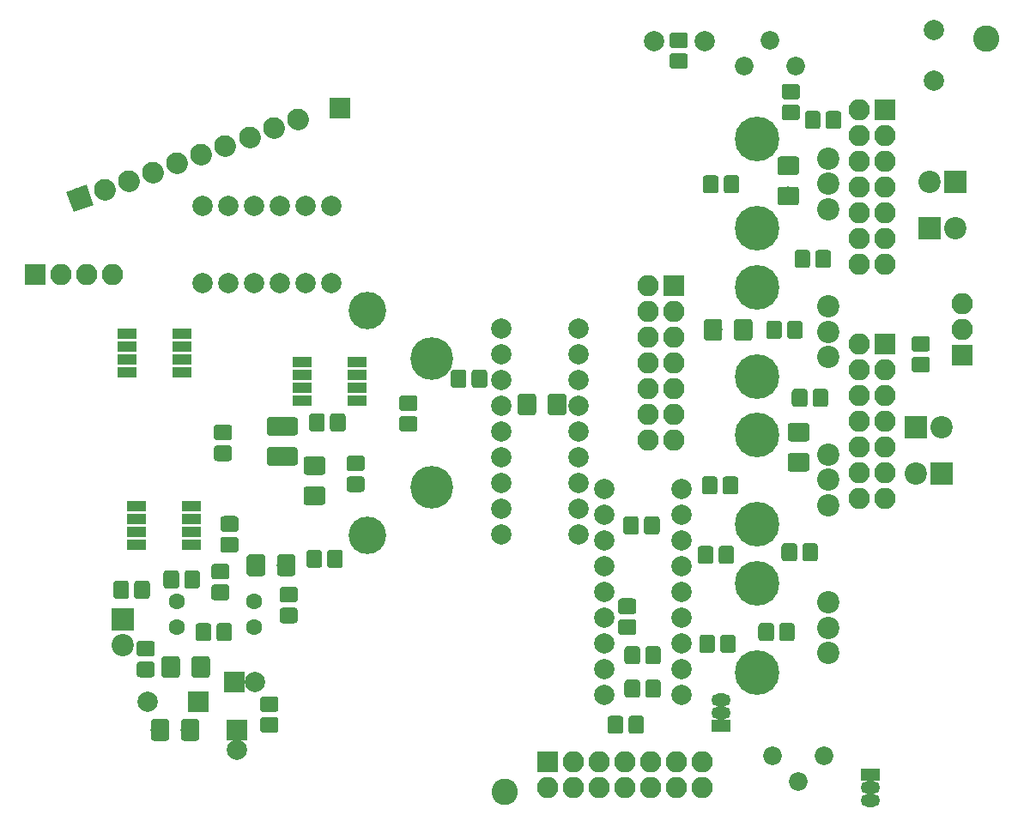
<source format=gbr>
G04 #@! TF.GenerationSoftware,KiCad,Pcbnew,(5.0.0)*
G04 #@! TF.CreationDate,2018-10-11T16:46:39-05:00*
G04 #@! TF.ProjectId,FinalDistCircuit,46696E616C4469737443697263756974,rev?*
G04 #@! TF.SameCoordinates,Original*
G04 #@! TF.FileFunction,Soldermask,Bot*
G04 #@! TF.FilePolarity,Negative*
%FSLAX46Y46*%
G04 Gerber Fmt 4.6, Leading zero omitted, Abs format (unit mm)*
G04 Created by KiCad (PCBNEW (5.0.0)) date 10/11/18 16:46:39*
%MOMM*%
%LPD*%
G01*
G04 APERTURE LIST*
%ADD10C,2.600000*%
%ADD11C,0.100000*%
%ADD12C,1.550000*%
%ADD13O,2.100000X2.100000*%
%ADD14R,2.100000X2.100000*%
%ADD15C,4.400000*%
%ADD16C,2.200000*%
%ADD17R,2.000000X2.000000*%
%ADD18C,2.000000*%
%ADD19C,4.210000*%
%ADD20C,3.702000*%
%ADD21C,2.100000*%
%ADD22C,2.100000*%
%ADD23C,1.840000*%
%ADD24C,1.825000*%
%ADD25R,2.200000X2.200000*%
%ADD26O,1.900000X1.300000*%
%ADD27R,1.900000X1.300000*%
%ADD28C,1.600000*%
%ADD29R,1.950000X1.000000*%
G04 APERTURE END LIST*
D10*
G04 #@! TO.C,REF\002A\002A*
X204851000Y-101981000D03*
G04 #@! TD*
D11*
G04 #@! TO.C,C12*
G36*
X235666071Y-34788623D02*
X235698781Y-34793475D01*
X235730857Y-34801509D01*
X235761991Y-34812649D01*
X235791884Y-34826787D01*
X235820247Y-34843787D01*
X235846807Y-34863485D01*
X235871308Y-34885692D01*
X235893515Y-34910193D01*
X235913213Y-34936753D01*
X235930213Y-34965116D01*
X235944351Y-34995009D01*
X235955491Y-35026143D01*
X235963525Y-35058219D01*
X235968377Y-35090929D01*
X235970000Y-35123956D01*
X235970000Y-36250044D01*
X235968377Y-36283071D01*
X235963525Y-36315781D01*
X235955491Y-36347857D01*
X235944351Y-36378991D01*
X235930213Y-36408884D01*
X235913213Y-36437247D01*
X235893515Y-36463807D01*
X235871308Y-36488308D01*
X235846807Y-36510515D01*
X235820247Y-36530213D01*
X235791884Y-36547213D01*
X235761991Y-36561351D01*
X235730857Y-36572491D01*
X235698781Y-36580525D01*
X235666071Y-36585377D01*
X235633044Y-36587000D01*
X234756956Y-36587000D01*
X234723929Y-36585377D01*
X234691219Y-36580525D01*
X234659143Y-36572491D01*
X234628009Y-36561351D01*
X234598116Y-36547213D01*
X234569753Y-36530213D01*
X234543193Y-36510515D01*
X234518692Y-36488308D01*
X234496485Y-36463807D01*
X234476787Y-36437247D01*
X234459787Y-36408884D01*
X234445649Y-36378991D01*
X234434509Y-36347857D01*
X234426475Y-36315781D01*
X234421623Y-36283071D01*
X234420000Y-36250044D01*
X234420000Y-35123956D01*
X234421623Y-35090929D01*
X234426475Y-35058219D01*
X234434509Y-35026143D01*
X234445649Y-34995009D01*
X234459787Y-34965116D01*
X234476787Y-34936753D01*
X234496485Y-34910193D01*
X234518692Y-34885692D01*
X234543193Y-34863485D01*
X234569753Y-34843787D01*
X234598116Y-34826787D01*
X234628009Y-34812649D01*
X234659143Y-34801509D01*
X234691219Y-34793475D01*
X234723929Y-34788623D01*
X234756956Y-34787000D01*
X235633044Y-34787000D01*
X235666071Y-34788623D01*
X235666071Y-34788623D01*
G37*
D12*
X235195000Y-35687000D03*
D11*
G36*
X237716071Y-34788623D02*
X237748781Y-34793475D01*
X237780857Y-34801509D01*
X237811991Y-34812649D01*
X237841884Y-34826787D01*
X237870247Y-34843787D01*
X237896807Y-34863485D01*
X237921308Y-34885692D01*
X237943515Y-34910193D01*
X237963213Y-34936753D01*
X237980213Y-34965116D01*
X237994351Y-34995009D01*
X238005491Y-35026143D01*
X238013525Y-35058219D01*
X238018377Y-35090929D01*
X238020000Y-35123956D01*
X238020000Y-36250044D01*
X238018377Y-36283071D01*
X238013525Y-36315781D01*
X238005491Y-36347857D01*
X237994351Y-36378991D01*
X237980213Y-36408884D01*
X237963213Y-36437247D01*
X237943515Y-36463807D01*
X237921308Y-36488308D01*
X237896807Y-36510515D01*
X237870247Y-36530213D01*
X237841884Y-36547213D01*
X237811991Y-36561351D01*
X237780857Y-36572491D01*
X237748781Y-36580525D01*
X237716071Y-36585377D01*
X237683044Y-36587000D01*
X236806956Y-36587000D01*
X236773929Y-36585377D01*
X236741219Y-36580525D01*
X236709143Y-36572491D01*
X236678009Y-36561351D01*
X236648116Y-36547213D01*
X236619753Y-36530213D01*
X236593193Y-36510515D01*
X236568692Y-36488308D01*
X236546485Y-36463807D01*
X236526787Y-36437247D01*
X236509787Y-36408884D01*
X236495649Y-36378991D01*
X236484509Y-36347857D01*
X236476475Y-36315781D01*
X236471623Y-36283071D01*
X236470000Y-36250044D01*
X236470000Y-35123956D01*
X236471623Y-35090929D01*
X236476475Y-35058219D01*
X236484509Y-35026143D01*
X236495649Y-34995009D01*
X236509787Y-34965116D01*
X236526787Y-34936753D01*
X236546485Y-34910193D01*
X236568692Y-34885692D01*
X236593193Y-34863485D01*
X236619753Y-34843787D01*
X236648116Y-34826787D01*
X236678009Y-34812649D01*
X236709143Y-34801509D01*
X236741219Y-34793475D01*
X236773929Y-34788623D01*
X236806956Y-34787000D01*
X237683044Y-34787000D01*
X237716071Y-34788623D01*
X237716071Y-34788623D01*
G37*
D12*
X237245000Y-35687000D03*
G04 #@! TD*
D13*
G04 #@! TO.C,NeckTonePot1*
X239776000Y-49911000D03*
X242316000Y-49911000D03*
X239776000Y-47371000D03*
X242316000Y-47371000D03*
X239776000Y-44831000D03*
X242316000Y-44831000D03*
X239776000Y-42291000D03*
X242316000Y-42291000D03*
X239776000Y-39751000D03*
X242316000Y-39751000D03*
X239776000Y-37211000D03*
X242316000Y-37211000D03*
X239776000Y-34671000D03*
D14*
X242316000Y-34671000D03*
G04 #@! TD*
D15*
G04 #@! TO.C,BASS*
X229728000Y-81412000D03*
X229728000Y-90212000D03*
D16*
X236728000Y-83312000D03*
X236728000Y-85812000D03*
X236728000Y-88312000D03*
G04 #@! TD*
D17*
G04 #@! TO.C,C10*
X174625000Y-93091000D03*
D18*
X169625000Y-93091000D03*
G04 #@! TD*
D19*
G04 #@! TO.C,9V1*
X197612000Y-71945500D03*
X197612001Y-59245499D03*
D20*
X191262001Y-54483000D03*
X191262000Y-76708000D03*
G04 #@! TD*
D13*
G04 #@! TO.C,Jack1*
X249936000Y-53848000D03*
X249936000Y-56388000D03*
D14*
X249936000Y-58928000D03*
G04 #@! TD*
D11*
G04 #@! TO.C,R28*
G36*
X178269071Y-74773623D02*
X178301781Y-74778475D01*
X178333857Y-74786509D01*
X178364991Y-74797649D01*
X178394884Y-74811787D01*
X178423247Y-74828787D01*
X178449807Y-74848485D01*
X178474308Y-74870692D01*
X178496515Y-74895193D01*
X178516213Y-74921753D01*
X178533213Y-74950116D01*
X178547351Y-74980009D01*
X178558491Y-75011143D01*
X178566525Y-75043219D01*
X178571377Y-75075929D01*
X178573000Y-75108956D01*
X178573000Y-75985044D01*
X178571377Y-76018071D01*
X178566525Y-76050781D01*
X178558491Y-76082857D01*
X178547351Y-76113991D01*
X178533213Y-76143884D01*
X178516213Y-76172247D01*
X178496515Y-76198807D01*
X178474308Y-76223308D01*
X178449807Y-76245515D01*
X178423247Y-76265213D01*
X178394884Y-76282213D01*
X178364991Y-76296351D01*
X178333857Y-76307491D01*
X178301781Y-76315525D01*
X178269071Y-76320377D01*
X178236044Y-76322000D01*
X177109956Y-76322000D01*
X177076929Y-76320377D01*
X177044219Y-76315525D01*
X177012143Y-76307491D01*
X176981009Y-76296351D01*
X176951116Y-76282213D01*
X176922753Y-76265213D01*
X176896193Y-76245515D01*
X176871692Y-76223308D01*
X176849485Y-76198807D01*
X176829787Y-76172247D01*
X176812787Y-76143884D01*
X176798649Y-76113991D01*
X176787509Y-76082857D01*
X176779475Y-76050781D01*
X176774623Y-76018071D01*
X176773000Y-75985044D01*
X176773000Y-75108956D01*
X176774623Y-75075929D01*
X176779475Y-75043219D01*
X176787509Y-75011143D01*
X176798649Y-74980009D01*
X176812787Y-74950116D01*
X176829787Y-74921753D01*
X176849485Y-74895193D01*
X176871692Y-74870692D01*
X176896193Y-74848485D01*
X176922753Y-74828787D01*
X176951116Y-74811787D01*
X176981009Y-74797649D01*
X177012143Y-74786509D01*
X177044219Y-74778475D01*
X177076929Y-74773623D01*
X177109956Y-74772000D01*
X178236044Y-74772000D01*
X178269071Y-74773623D01*
X178269071Y-74773623D01*
G37*
D12*
X177673000Y-75547000D03*
D11*
G36*
X178269071Y-76823623D02*
X178301781Y-76828475D01*
X178333857Y-76836509D01*
X178364991Y-76847649D01*
X178394884Y-76861787D01*
X178423247Y-76878787D01*
X178449807Y-76898485D01*
X178474308Y-76920692D01*
X178496515Y-76945193D01*
X178516213Y-76971753D01*
X178533213Y-77000116D01*
X178547351Y-77030009D01*
X178558491Y-77061143D01*
X178566525Y-77093219D01*
X178571377Y-77125929D01*
X178573000Y-77158956D01*
X178573000Y-78035044D01*
X178571377Y-78068071D01*
X178566525Y-78100781D01*
X178558491Y-78132857D01*
X178547351Y-78163991D01*
X178533213Y-78193884D01*
X178516213Y-78222247D01*
X178496515Y-78248807D01*
X178474308Y-78273308D01*
X178449807Y-78295515D01*
X178423247Y-78315213D01*
X178394884Y-78332213D01*
X178364991Y-78346351D01*
X178333857Y-78357491D01*
X178301781Y-78365525D01*
X178269071Y-78370377D01*
X178236044Y-78372000D01*
X177109956Y-78372000D01*
X177076929Y-78370377D01*
X177044219Y-78365525D01*
X177012143Y-78357491D01*
X176981009Y-78346351D01*
X176951116Y-78332213D01*
X176922753Y-78315213D01*
X176896193Y-78295515D01*
X176871692Y-78273308D01*
X176849485Y-78248807D01*
X176829787Y-78222247D01*
X176812787Y-78193884D01*
X176798649Y-78163991D01*
X176787509Y-78132857D01*
X176779475Y-78100781D01*
X176774623Y-78068071D01*
X176773000Y-78035044D01*
X176773000Y-77158956D01*
X176774623Y-77125929D01*
X176779475Y-77093219D01*
X176787509Y-77061143D01*
X176798649Y-77030009D01*
X176812787Y-77000116D01*
X176829787Y-76971753D01*
X176849485Y-76945193D01*
X176871692Y-76920692D01*
X176896193Y-76898485D01*
X176922753Y-76878787D01*
X176951116Y-76861787D01*
X176981009Y-76847649D01*
X177012143Y-76836509D01*
X177044219Y-76828475D01*
X177076929Y-76823623D01*
X177109956Y-76822000D01*
X178236044Y-76822000D01*
X178269071Y-76823623D01*
X178269071Y-76823623D01*
G37*
D12*
X177673000Y-77597000D03*
G04 #@! TD*
D11*
G04 #@! TO.C,R22*
G36*
X175586071Y-85334623D02*
X175618781Y-85339475D01*
X175650857Y-85347509D01*
X175681991Y-85358649D01*
X175711884Y-85372787D01*
X175740247Y-85389787D01*
X175766807Y-85409485D01*
X175791308Y-85431692D01*
X175813515Y-85456193D01*
X175833213Y-85482753D01*
X175850213Y-85511116D01*
X175864351Y-85541009D01*
X175875491Y-85572143D01*
X175883525Y-85604219D01*
X175888377Y-85636929D01*
X175890000Y-85669956D01*
X175890000Y-86796044D01*
X175888377Y-86829071D01*
X175883525Y-86861781D01*
X175875491Y-86893857D01*
X175864351Y-86924991D01*
X175850213Y-86954884D01*
X175833213Y-86983247D01*
X175813515Y-87009807D01*
X175791308Y-87034308D01*
X175766807Y-87056515D01*
X175740247Y-87076213D01*
X175711884Y-87093213D01*
X175681991Y-87107351D01*
X175650857Y-87118491D01*
X175618781Y-87126525D01*
X175586071Y-87131377D01*
X175553044Y-87133000D01*
X174676956Y-87133000D01*
X174643929Y-87131377D01*
X174611219Y-87126525D01*
X174579143Y-87118491D01*
X174548009Y-87107351D01*
X174518116Y-87093213D01*
X174489753Y-87076213D01*
X174463193Y-87056515D01*
X174438692Y-87034308D01*
X174416485Y-87009807D01*
X174396787Y-86983247D01*
X174379787Y-86954884D01*
X174365649Y-86924991D01*
X174354509Y-86893857D01*
X174346475Y-86861781D01*
X174341623Y-86829071D01*
X174340000Y-86796044D01*
X174340000Y-85669956D01*
X174341623Y-85636929D01*
X174346475Y-85604219D01*
X174354509Y-85572143D01*
X174365649Y-85541009D01*
X174379787Y-85511116D01*
X174396787Y-85482753D01*
X174416485Y-85456193D01*
X174438692Y-85431692D01*
X174463193Y-85409485D01*
X174489753Y-85389787D01*
X174518116Y-85372787D01*
X174548009Y-85358649D01*
X174579143Y-85347509D01*
X174611219Y-85339475D01*
X174643929Y-85334623D01*
X174676956Y-85333000D01*
X175553044Y-85333000D01*
X175586071Y-85334623D01*
X175586071Y-85334623D01*
G37*
D12*
X175115000Y-86233000D03*
D11*
G36*
X177636071Y-85334623D02*
X177668781Y-85339475D01*
X177700857Y-85347509D01*
X177731991Y-85358649D01*
X177761884Y-85372787D01*
X177790247Y-85389787D01*
X177816807Y-85409485D01*
X177841308Y-85431692D01*
X177863515Y-85456193D01*
X177883213Y-85482753D01*
X177900213Y-85511116D01*
X177914351Y-85541009D01*
X177925491Y-85572143D01*
X177933525Y-85604219D01*
X177938377Y-85636929D01*
X177940000Y-85669956D01*
X177940000Y-86796044D01*
X177938377Y-86829071D01*
X177933525Y-86861781D01*
X177925491Y-86893857D01*
X177914351Y-86924991D01*
X177900213Y-86954884D01*
X177883213Y-86983247D01*
X177863515Y-87009807D01*
X177841308Y-87034308D01*
X177816807Y-87056515D01*
X177790247Y-87076213D01*
X177761884Y-87093213D01*
X177731991Y-87107351D01*
X177700857Y-87118491D01*
X177668781Y-87126525D01*
X177636071Y-87131377D01*
X177603044Y-87133000D01*
X176726956Y-87133000D01*
X176693929Y-87131377D01*
X176661219Y-87126525D01*
X176629143Y-87118491D01*
X176598009Y-87107351D01*
X176568116Y-87093213D01*
X176539753Y-87076213D01*
X176513193Y-87056515D01*
X176488692Y-87034308D01*
X176466485Y-87009807D01*
X176446787Y-86983247D01*
X176429787Y-86954884D01*
X176415649Y-86924991D01*
X176404509Y-86893857D01*
X176396475Y-86861781D01*
X176391623Y-86829071D01*
X176390000Y-86796044D01*
X176390000Y-85669956D01*
X176391623Y-85636929D01*
X176396475Y-85604219D01*
X176404509Y-85572143D01*
X176415649Y-85541009D01*
X176429787Y-85511116D01*
X176446787Y-85482753D01*
X176466485Y-85456193D01*
X176488692Y-85431692D01*
X176513193Y-85409485D01*
X176539753Y-85389787D01*
X176568116Y-85372787D01*
X176598009Y-85358649D01*
X176629143Y-85347509D01*
X176661219Y-85339475D01*
X176693929Y-85334623D01*
X176726956Y-85333000D01*
X177603044Y-85333000D01*
X177636071Y-85334623D01*
X177636071Y-85334623D01*
G37*
D12*
X177165000Y-86233000D03*
G04 #@! TD*
D21*
G04 #@! TO.C,PickupInputs1*
X184422373Y-35615420D03*
D22*
X184422373Y-35615420D02*
X184422373Y-35615420D01*
D21*
X182035554Y-36484151D03*
D22*
X182035554Y-36484151D02*
X182035554Y-36484151D01*
D21*
X179648735Y-37352882D03*
D22*
X179648735Y-37352882D02*
X179648735Y-37352882D01*
D21*
X177261916Y-38221613D03*
D22*
X177261916Y-38221613D02*
X177261916Y-38221613D01*
D21*
X174875096Y-39090344D03*
D22*
X174875096Y-39090344D02*
X174875096Y-39090344D01*
D21*
X172488277Y-39959075D03*
D22*
X172488277Y-39959075D02*
X172488277Y-39959075D01*
D21*
X170101458Y-40827807D03*
D22*
X170101458Y-40827807D02*
X170101458Y-40827807D01*
D21*
X167714639Y-41696538D03*
D22*
X167714639Y-41696538D02*
X167714639Y-41696538D01*
D21*
X165327819Y-42565269D03*
D22*
X165327819Y-42565269D02*
X165327819Y-42565269D01*
D21*
X162941000Y-43434000D03*
D11*
G36*
X164286798Y-44061556D02*
X162313444Y-44779798D01*
X161595202Y-42806444D01*
X163568556Y-42088202D01*
X164286798Y-44061556D01*
X164286798Y-44061556D01*
G37*
G04 #@! TD*
D14*
G04 #@! TO.C,BridgeTonePot1*
X242316000Y-57785000D03*
D13*
X239776000Y-57785000D03*
X242316000Y-60325000D03*
X239776000Y-60325000D03*
X242316000Y-62865000D03*
X239776000Y-62865000D03*
X242316000Y-65405000D03*
X239776000Y-65405000D03*
X242316000Y-67945000D03*
X239776000Y-67945000D03*
X242316000Y-70485000D03*
X239776000Y-70485000D03*
X242316000Y-73025000D03*
X239776000Y-73025000D03*
G04 #@! TD*
D18*
G04 #@! TO.C,6pdt2*
X222250000Y-92456000D03*
X214630000Y-92456000D03*
X222250000Y-89916000D03*
X214630000Y-89916000D03*
X222250000Y-87376000D03*
X214630000Y-87376000D03*
X222250000Y-84836000D03*
X214630000Y-84836000D03*
X222250000Y-82296000D03*
X214630000Y-82296000D03*
X222250000Y-79756000D03*
X214630000Y-79756000D03*
X222250000Y-77216000D03*
X214630000Y-77216000D03*
X222250000Y-74676000D03*
X214630000Y-74676000D03*
X222250000Y-72136000D03*
X214630000Y-72136000D03*
G04 #@! TD*
D23*
G04 #@! TO.C,TRANGAIN1*
X236347000Y-98425000D03*
X233807000Y-100965000D03*
X231267000Y-98425000D03*
G04 #@! TD*
D13*
G04 #@! TO.C,3WaySwitch1*
X166116000Y-50927000D03*
X163576000Y-50927000D03*
X161036000Y-50927000D03*
D14*
X158496000Y-50927000D03*
G04 #@! TD*
D18*
G04 #@! TO.C,4pdt1*
X175006000Y-51752500D03*
X177546000Y-51752500D03*
X180086000Y-51752500D03*
X182626000Y-51752500D03*
X185166000Y-51752500D03*
X187706000Y-51752500D03*
X187706000Y-44132500D03*
X185166000Y-44132500D03*
X182626000Y-44132500D03*
X180086000Y-44132500D03*
X177546000Y-44132500D03*
X175006000Y-44132500D03*
G04 #@! TD*
G04 #@! TO.C,6pdt1*
X204470000Y-56261000D03*
X212090000Y-56261000D03*
X204470000Y-58801000D03*
X212090000Y-58801000D03*
X204470000Y-61341000D03*
X212090000Y-61341000D03*
X204470000Y-63881000D03*
X212090000Y-63881000D03*
X204470000Y-66421000D03*
X212090000Y-66421000D03*
X204470000Y-68961000D03*
X212090000Y-68961000D03*
X204470000Y-71501000D03*
X212090000Y-71501000D03*
X204470000Y-74041000D03*
X212090000Y-74041000D03*
X204470000Y-76581000D03*
X212090000Y-76581000D03*
G04 #@! TD*
D13*
G04 #@! TO.C,BridgeVolPot1*
X218948000Y-67310000D03*
X221488000Y-67310000D03*
X218948000Y-64770000D03*
X221488000Y-64770000D03*
X218948000Y-62230000D03*
X221488000Y-62230000D03*
X218948000Y-59690000D03*
X221488000Y-59690000D03*
X218948000Y-57150000D03*
X221488000Y-57150000D03*
X218948000Y-54610000D03*
X221488000Y-54610000D03*
X218948000Y-52070000D03*
D14*
X221488000Y-52070000D03*
G04 #@! TD*
D11*
G04 #@! TO.C,C1*
G36*
X225994707Y-55314542D02*
X226025787Y-55319152D01*
X226056266Y-55326787D01*
X226085850Y-55337372D01*
X226114254Y-55350806D01*
X226141204Y-55366959D01*
X226166442Y-55385677D01*
X226189723Y-55406777D01*
X226210823Y-55430058D01*
X226229541Y-55455296D01*
X226245694Y-55482246D01*
X226259128Y-55510650D01*
X226269713Y-55540234D01*
X226277348Y-55570713D01*
X226281958Y-55601793D01*
X226283500Y-55633176D01*
X226283500Y-57142824D01*
X226281958Y-57174207D01*
X226277348Y-57205287D01*
X226269713Y-57235766D01*
X226259128Y-57265350D01*
X226245694Y-57293754D01*
X226229541Y-57320704D01*
X226210823Y-57345942D01*
X226189723Y-57369223D01*
X226166442Y-57390323D01*
X226141204Y-57409041D01*
X226114254Y-57425194D01*
X226085850Y-57438628D01*
X226056266Y-57449213D01*
X226025787Y-57456848D01*
X225994707Y-57461458D01*
X225963324Y-57463000D01*
X224778676Y-57463000D01*
X224747293Y-57461458D01*
X224716213Y-57456848D01*
X224685734Y-57449213D01*
X224656150Y-57438628D01*
X224627746Y-57425194D01*
X224600796Y-57409041D01*
X224575558Y-57390323D01*
X224552277Y-57369223D01*
X224531177Y-57345942D01*
X224512459Y-57320704D01*
X224496306Y-57293754D01*
X224482872Y-57265350D01*
X224472287Y-57235766D01*
X224464652Y-57205287D01*
X224460042Y-57174207D01*
X224458500Y-57142824D01*
X224458500Y-55633176D01*
X224460042Y-55601793D01*
X224464652Y-55570713D01*
X224472287Y-55540234D01*
X224482872Y-55510650D01*
X224496306Y-55482246D01*
X224512459Y-55455296D01*
X224531177Y-55430058D01*
X224552277Y-55406777D01*
X224575558Y-55385677D01*
X224600796Y-55366959D01*
X224627746Y-55350806D01*
X224656150Y-55337372D01*
X224685734Y-55326787D01*
X224716213Y-55319152D01*
X224747293Y-55314542D01*
X224778676Y-55313000D01*
X225963324Y-55313000D01*
X225994707Y-55314542D01*
X225994707Y-55314542D01*
G37*
D24*
X225371000Y-56388000D03*
D11*
G36*
X228969707Y-55314542D02*
X229000787Y-55319152D01*
X229031266Y-55326787D01*
X229060850Y-55337372D01*
X229089254Y-55350806D01*
X229116204Y-55366959D01*
X229141442Y-55385677D01*
X229164723Y-55406777D01*
X229185823Y-55430058D01*
X229204541Y-55455296D01*
X229220694Y-55482246D01*
X229234128Y-55510650D01*
X229244713Y-55540234D01*
X229252348Y-55570713D01*
X229256958Y-55601793D01*
X229258500Y-55633176D01*
X229258500Y-57142824D01*
X229256958Y-57174207D01*
X229252348Y-57205287D01*
X229244713Y-57235766D01*
X229234128Y-57265350D01*
X229220694Y-57293754D01*
X229204541Y-57320704D01*
X229185823Y-57345942D01*
X229164723Y-57369223D01*
X229141442Y-57390323D01*
X229116204Y-57409041D01*
X229089254Y-57425194D01*
X229060850Y-57438628D01*
X229031266Y-57449213D01*
X229000787Y-57456848D01*
X228969707Y-57461458D01*
X228938324Y-57463000D01*
X227753676Y-57463000D01*
X227722293Y-57461458D01*
X227691213Y-57456848D01*
X227660734Y-57449213D01*
X227631150Y-57438628D01*
X227602746Y-57425194D01*
X227575796Y-57409041D01*
X227550558Y-57390323D01*
X227527277Y-57369223D01*
X227506177Y-57345942D01*
X227487459Y-57320704D01*
X227471306Y-57293754D01*
X227457872Y-57265350D01*
X227447287Y-57235766D01*
X227439652Y-57205287D01*
X227435042Y-57174207D01*
X227433500Y-57142824D01*
X227433500Y-55633176D01*
X227435042Y-55601793D01*
X227439652Y-55570713D01*
X227447287Y-55540234D01*
X227457872Y-55510650D01*
X227471306Y-55482246D01*
X227487459Y-55455296D01*
X227506177Y-55430058D01*
X227527277Y-55406777D01*
X227550558Y-55385677D01*
X227575796Y-55366959D01*
X227602746Y-55350806D01*
X227631150Y-55337372D01*
X227660734Y-55326787D01*
X227691213Y-55319152D01*
X227722293Y-55314542D01*
X227753676Y-55313000D01*
X228938324Y-55313000D01*
X228969707Y-55314542D01*
X228969707Y-55314542D01*
G37*
D24*
X228346000Y-56388000D03*
G04 #@! TD*
D18*
G04 #@! TO.C,C2*
X247142000Y-26797000D03*
X247142000Y-31797000D03*
G04 #@! TD*
D11*
G04 #@! TO.C,C4*
G36*
X177634071Y-67806623D02*
X177666781Y-67811475D01*
X177698857Y-67819509D01*
X177729991Y-67830649D01*
X177759884Y-67844787D01*
X177788247Y-67861787D01*
X177814807Y-67881485D01*
X177839308Y-67903692D01*
X177861515Y-67928193D01*
X177881213Y-67954753D01*
X177898213Y-67983116D01*
X177912351Y-68013009D01*
X177923491Y-68044143D01*
X177931525Y-68076219D01*
X177936377Y-68108929D01*
X177938000Y-68141956D01*
X177938000Y-69018044D01*
X177936377Y-69051071D01*
X177931525Y-69083781D01*
X177923491Y-69115857D01*
X177912351Y-69146991D01*
X177898213Y-69176884D01*
X177881213Y-69205247D01*
X177861515Y-69231807D01*
X177839308Y-69256308D01*
X177814807Y-69278515D01*
X177788247Y-69298213D01*
X177759884Y-69315213D01*
X177729991Y-69329351D01*
X177698857Y-69340491D01*
X177666781Y-69348525D01*
X177634071Y-69353377D01*
X177601044Y-69355000D01*
X176474956Y-69355000D01*
X176441929Y-69353377D01*
X176409219Y-69348525D01*
X176377143Y-69340491D01*
X176346009Y-69329351D01*
X176316116Y-69315213D01*
X176287753Y-69298213D01*
X176261193Y-69278515D01*
X176236692Y-69256308D01*
X176214485Y-69231807D01*
X176194787Y-69205247D01*
X176177787Y-69176884D01*
X176163649Y-69146991D01*
X176152509Y-69115857D01*
X176144475Y-69083781D01*
X176139623Y-69051071D01*
X176138000Y-69018044D01*
X176138000Y-68141956D01*
X176139623Y-68108929D01*
X176144475Y-68076219D01*
X176152509Y-68044143D01*
X176163649Y-68013009D01*
X176177787Y-67983116D01*
X176194787Y-67954753D01*
X176214485Y-67928193D01*
X176236692Y-67903692D01*
X176261193Y-67881485D01*
X176287753Y-67861787D01*
X176316116Y-67844787D01*
X176346009Y-67830649D01*
X176377143Y-67819509D01*
X176409219Y-67811475D01*
X176441929Y-67806623D01*
X176474956Y-67805000D01*
X177601044Y-67805000D01*
X177634071Y-67806623D01*
X177634071Y-67806623D01*
G37*
D12*
X177038000Y-68580000D03*
D11*
G36*
X177634071Y-65756623D02*
X177666781Y-65761475D01*
X177698857Y-65769509D01*
X177729991Y-65780649D01*
X177759884Y-65794787D01*
X177788247Y-65811787D01*
X177814807Y-65831485D01*
X177839308Y-65853692D01*
X177861515Y-65878193D01*
X177881213Y-65904753D01*
X177898213Y-65933116D01*
X177912351Y-65963009D01*
X177923491Y-65994143D01*
X177931525Y-66026219D01*
X177936377Y-66058929D01*
X177938000Y-66091956D01*
X177938000Y-66968044D01*
X177936377Y-67001071D01*
X177931525Y-67033781D01*
X177923491Y-67065857D01*
X177912351Y-67096991D01*
X177898213Y-67126884D01*
X177881213Y-67155247D01*
X177861515Y-67181807D01*
X177839308Y-67206308D01*
X177814807Y-67228515D01*
X177788247Y-67248213D01*
X177759884Y-67265213D01*
X177729991Y-67279351D01*
X177698857Y-67290491D01*
X177666781Y-67298525D01*
X177634071Y-67303377D01*
X177601044Y-67305000D01*
X176474956Y-67305000D01*
X176441929Y-67303377D01*
X176409219Y-67298525D01*
X176377143Y-67290491D01*
X176346009Y-67279351D01*
X176316116Y-67265213D01*
X176287753Y-67248213D01*
X176261193Y-67228515D01*
X176236692Y-67206308D01*
X176214485Y-67181807D01*
X176194787Y-67155247D01*
X176177787Y-67126884D01*
X176163649Y-67096991D01*
X176152509Y-67065857D01*
X176144475Y-67033781D01*
X176139623Y-67001071D01*
X176138000Y-66968044D01*
X176138000Y-66091956D01*
X176139623Y-66058929D01*
X176144475Y-66026219D01*
X176152509Y-65994143D01*
X176163649Y-65963009D01*
X176177787Y-65933116D01*
X176194787Y-65904753D01*
X176214485Y-65878193D01*
X176236692Y-65853692D01*
X176261193Y-65831485D01*
X176287753Y-65811787D01*
X176316116Y-65794787D01*
X176346009Y-65780649D01*
X176377143Y-65769509D01*
X176409219Y-65761475D01*
X176441929Y-65756623D01*
X176474956Y-65755000D01*
X177601044Y-65755000D01*
X177634071Y-65756623D01*
X177634071Y-65756623D01*
G37*
D12*
X177038000Y-66530000D03*
G04 #@! TD*
D11*
G04 #@! TO.C,C5*
G36*
X184116207Y-65002042D02*
X184147287Y-65006652D01*
X184177766Y-65014287D01*
X184207350Y-65024872D01*
X184235754Y-65038306D01*
X184262704Y-65054459D01*
X184287942Y-65073177D01*
X184311223Y-65094277D01*
X184332323Y-65117558D01*
X184351041Y-65142796D01*
X184367194Y-65169746D01*
X184380628Y-65198150D01*
X184391213Y-65227734D01*
X184398848Y-65258213D01*
X184403458Y-65289293D01*
X184405000Y-65320676D01*
X184405000Y-66505324D01*
X184403458Y-66536707D01*
X184398848Y-66567787D01*
X184391213Y-66598266D01*
X184380628Y-66627850D01*
X184367194Y-66656254D01*
X184351041Y-66683204D01*
X184332323Y-66708442D01*
X184311223Y-66731723D01*
X184287942Y-66752823D01*
X184262704Y-66771541D01*
X184235754Y-66787694D01*
X184207350Y-66801128D01*
X184177766Y-66811713D01*
X184147287Y-66819348D01*
X184116207Y-66823958D01*
X184084824Y-66825500D01*
X181675176Y-66825500D01*
X181643793Y-66823958D01*
X181612713Y-66819348D01*
X181582234Y-66811713D01*
X181552650Y-66801128D01*
X181524246Y-66787694D01*
X181497296Y-66771541D01*
X181472058Y-66752823D01*
X181448777Y-66731723D01*
X181427677Y-66708442D01*
X181408959Y-66683204D01*
X181392806Y-66656254D01*
X181379372Y-66627850D01*
X181368787Y-66598266D01*
X181361152Y-66567787D01*
X181356542Y-66536707D01*
X181355000Y-66505324D01*
X181355000Y-65320676D01*
X181356542Y-65289293D01*
X181361152Y-65258213D01*
X181368787Y-65227734D01*
X181379372Y-65198150D01*
X181392806Y-65169746D01*
X181408959Y-65142796D01*
X181427677Y-65117558D01*
X181448777Y-65094277D01*
X181472058Y-65073177D01*
X181497296Y-65054459D01*
X181524246Y-65038306D01*
X181552650Y-65024872D01*
X181582234Y-65014287D01*
X181612713Y-65006652D01*
X181643793Y-65002042D01*
X181675176Y-65000500D01*
X184084824Y-65000500D01*
X184116207Y-65002042D01*
X184116207Y-65002042D01*
G37*
D24*
X182880000Y-65913000D03*
D11*
G36*
X184116207Y-67977042D02*
X184147287Y-67981652D01*
X184177766Y-67989287D01*
X184207350Y-67999872D01*
X184235754Y-68013306D01*
X184262704Y-68029459D01*
X184287942Y-68048177D01*
X184311223Y-68069277D01*
X184332323Y-68092558D01*
X184351041Y-68117796D01*
X184367194Y-68144746D01*
X184380628Y-68173150D01*
X184391213Y-68202734D01*
X184398848Y-68233213D01*
X184403458Y-68264293D01*
X184405000Y-68295676D01*
X184405000Y-69480324D01*
X184403458Y-69511707D01*
X184398848Y-69542787D01*
X184391213Y-69573266D01*
X184380628Y-69602850D01*
X184367194Y-69631254D01*
X184351041Y-69658204D01*
X184332323Y-69683442D01*
X184311223Y-69706723D01*
X184287942Y-69727823D01*
X184262704Y-69746541D01*
X184235754Y-69762694D01*
X184207350Y-69776128D01*
X184177766Y-69786713D01*
X184147287Y-69794348D01*
X184116207Y-69798958D01*
X184084824Y-69800500D01*
X181675176Y-69800500D01*
X181643793Y-69798958D01*
X181612713Y-69794348D01*
X181582234Y-69786713D01*
X181552650Y-69776128D01*
X181524246Y-69762694D01*
X181497296Y-69746541D01*
X181472058Y-69727823D01*
X181448777Y-69706723D01*
X181427677Y-69683442D01*
X181408959Y-69658204D01*
X181392806Y-69631254D01*
X181379372Y-69602850D01*
X181368787Y-69573266D01*
X181361152Y-69542787D01*
X181356542Y-69511707D01*
X181355000Y-69480324D01*
X181355000Y-68295676D01*
X181356542Y-68264293D01*
X181361152Y-68233213D01*
X181368787Y-68202734D01*
X181379372Y-68173150D01*
X181392806Y-68144746D01*
X181408959Y-68117796D01*
X181427677Y-68092558D01*
X181448777Y-68069277D01*
X181472058Y-68048177D01*
X181497296Y-68029459D01*
X181524246Y-68013306D01*
X181552650Y-67999872D01*
X181582234Y-67989287D01*
X181612713Y-67981652D01*
X181643793Y-67977042D01*
X181675176Y-67975500D01*
X184084824Y-67975500D01*
X184116207Y-67977042D01*
X184116207Y-67977042D01*
G37*
D24*
X182880000Y-68888000D03*
G04 #@! TD*
D18*
G04 #@! TO.C,C6*
X224583000Y-27940000D03*
X219583000Y-27940000D03*
G04 #@! TD*
D11*
G04 #@! TO.C,C7*
G36*
X186841207Y-68885042D02*
X186872287Y-68889652D01*
X186902766Y-68897287D01*
X186932350Y-68907872D01*
X186960754Y-68921306D01*
X186987704Y-68937459D01*
X187012942Y-68956177D01*
X187036223Y-68977277D01*
X187057323Y-69000558D01*
X187076041Y-69025796D01*
X187092194Y-69052746D01*
X187105628Y-69081150D01*
X187116213Y-69110734D01*
X187123848Y-69141213D01*
X187128458Y-69172293D01*
X187130000Y-69203676D01*
X187130000Y-70388324D01*
X187128458Y-70419707D01*
X187123848Y-70450787D01*
X187116213Y-70481266D01*
X187105628Y-70510850D01*
X187092194Y-70539254D01*
X187076041Y-70566204D01*
X187057323Y-70591442D01*
X187036223Y-70614723D01*
X187012942Y-70635823D01*
X186987704Y-70654541D01*
X186960754Y-70670694D01*
X186932350Y-70684128D01*
X186902766Y-70694713D01*
X186872287Y-70702348D01*
X186841207Y-70706958D01*
X186809824Y-70708500D01*
X185300176Y-70708500D01*
X185268793Y-70706958D01*
X185237713Y-70702348D01*
X185207234Y-70694713D01*
X185177650Y-70684128D01*
X185149246Y-70670694D01*
X185122296Y-70654541D01*
X185097058Y-70635823D01*
X185073777Y-70614723D01*
X185052677Y-70591442D01*
X185033959Y-70566204D01*
X185017806Y-70539254D01*
X185004372Y-70510850D01*
X184993787Y-70481266D01*
X184986152Y-70450787D01*
X184981542Y-70419707D01*
X184980000Y-70388324D01*
X184980000Y-69203676D01*
X184981542Y-69172293D01*
X184986152Y-69141213D01*
X184993787Y-69110734D01*
X185004372Y-69081150D01*
X185017806Y-69052746D01*
X185033959Y-69025796D01*
X185052677Y-69000558D01*
X185073777Y-68977277D01*
X185097058Y-68956177D01*
X185122296Y-68937459D01*
X185149246Y-68921306D01*
X185177650Y-68907872D01*
X185207234Y-68897287D01*
X185237713Y-68889652D01*
X185268793Y-68885042D01*
X185300176Y-68883500D01*
X186809824Y-68883500D01*
X186841207Y-68885042D01*
X186841207Y-68885042D01*
G37*
D24*
X186055000Y-69796000D03*
D11*
G36*
X186841207Y-71860042D02*
X186872287Y-71864652D01*
X186902766Y-71872287D01*
X186932350Y-71882872D01*
X186960754Y-71896306D01*
X186987704Y-71912459D01*
X187012942Y-71931177D01*
X187036223Y-71952277D01*
X187057323Y-71975558D01*
X187076041Y-72000796D01*
X187092194Y-72027746D01*
X187105628Y-72056150D01*
X187116213Y-72085734D01*
X187123848Y-72116213D01*
X187128458Y-72147293D01*
X187130000Y-72178676D01*
X187130000Y-73363324D01*
X187128458Y-73394707D01*
X187123848Y-73425787D01*
X187116213Y-73456266D01*
X187105628Y-73485850D01*
X187092194Y-73514254D01*
X187076041Y-73541204D01*
X187057323Y-73566442D01*
X187036223Y-73589723D01*
X187012942Y-73610823D01*
X186987704Y-73629541D01*
X186960754Y-73645694D01*
X186932350Y-73659128D01*
X186902766Y-73669713D01*
X186872287Y-73677348D01*
X186841207Y-73681958D01*
X186809824Y-73683500D01*
X185300176Y-73683500D01*
X185268793Y-73681958D01*
X185237713Y-73677348D01*
X185207234Y-73669713D01*
X185177650Y-73659128D01*
X185149246Y-73645694D01*
X185122296Y-73629541D01*
X185097058Y-73610823D01*
X185073777Y-73589723D01*
X185052677Y-73566442D01*
X185033959Y-73541204D01*
X185017806Y-73514254D01*
X185004372Y-73485850D01*
X184993787Y-73456266D01*
X184986152Y-73425787D01*
X184981542Y-73394707D01*
X184980000Y-73363324D01*
X184980000Y-72178676D01*
X184981542Y-72147293D01*
X184986152Y-72116213D01*
X184993787Y-72085734D01*
X185004372Y-72056150D01*
X185017806Y-72027746D01*
X185033959Y-72000796D01*
X185052677Y-71975558D01*
X185073777Y-71952277D01*
X185097058Y-71931177D01*
X185122296Y-71912459D01*
X185149246Y-71896306D01*
X185177650Y-71882872D01*
X185207234Y-71872287D01*
X185237713Y-71864652D01*
X185268793Y-71860042D01*
X185300176Y-71858500D01*
X186809824Y-71858500D01*
X186841207Y-71860042D01*
X186841207Y-71860042D01*
G37*
D24*
X186055000Y-72771000D03*
G04 #@! TD*
D11*
G04 #@! TO.C,C8*
G36*
X225261071Y-86477623D02*
X225293781Y-86482475D01*
X225325857Y-86490509D01*
X225356991Y-86501649D01*
X225386884Y-86515787D01*
X225415247Y-86532787D01*
X225441807Y-86552485D01*
X225466308Y-86574692D01*
X225488515Y-86599193D01*
X225508213Y-86625753D01*
X225525213Y-86654116D01*
X225539351Y-86684009D01*
X225550491Y-86715143D01*
X225558525Y-86747219D01*
X225563377Y-86779929D01*
X225565000Y-86812956D01*
X225565000Y-87939044D01*
X225563377Y-87972071D01*
X225558525Y-88004781D01*
X225550491Y-88036857D01*
X225539351Y-88067991D01*
X225525213Y-88097884D01*
X225508213Y-88126247D01*
X225488515Y-88152807D01*
X225466308Y-88177308D01*
X225441807Y-88199515D01*
X225415247Y-88219213D01*
X225386884Y-88236213D01*
X225356991Y-88250351D01*
X225325857Y-88261491D01*
X225293781Y-88269525D01*
X225261071Y-88274377D01*
X225228044Y-88276000D01*
X224351956Y-88276000D01*
X224318929Y-88274377D01*
X224286219Y-88269525D01*
X224254143Y-88261491D01*
X224223009Y-88250351D01*
X224193116Y-88236213D01*
X224164753Y-88219213D01*
X224138193Y-88199515D01*
X224113692Y-88177308D01*
X224091485Y-88152807D01*
X224071787Y-88126247D01*
X224054787Y-88097884D01*
X224040649Y-88067991D01*
X224029509Y-88036857D01*
X224021475Y-88004781D01*
X224016623Y-87972071D01*
X224015000Y-87939044D01*
X224015000Y-86812956D01*
X224016623Y-86779929D01*
X224021475Y-86747219D01*
X224029509Y-86715143D01*
X224040649Y-86684009D01*
X224054787Y-86654116D01*
X224071787Y-86625753D01*
X224091485Y-86599193D01*
X224113692Y-86574692D01*
X224138193Y-86552485D01*
X224164753Y-86532787D01*
X224193116Y-86515787D01*
X224223009Y-86501649D01*
X224254143Y-86490509D01*
X224286219Y-86482475D01*
X224318929Y-86477623D01*
X224351956Y-86476000D01*
X225228044Y-86476000D01*
X225261071Y-86477623D01*
X225261071Y-86477623D01*
G37*
D12*
X224790000Y-87376000D03*
D11*
G36*
X227311071Y-86477623D02*
X227343781Y-86482475D01*
X227375857Y-86490509D01*
X227406991Y-86501649D01*
X227436884Y-86515787D01*
X227465247Y-86532787D01*
X227491807Y-86552485D01*
X227516308Y-86574692D01*
X227538515Y-86599193D01*
X227558213Y-86625753D01*
X227575213Y-86654116D01*
X227589351Y-86684009D01*
X227600491Y-86715143D01*
X227608525Y-86747219D01*
X227613377Y-86779929D01*
X227615000Y-86812956D01*
X227615000Y-87939044D01*
X227613377Y-87972071D01*
X227608525Y-88004781D01*
X227600491Y-88036857D01*
X227589351Y-88067991D01*
X227575213Y-88097884D01*
X227558213Y-88126247D01*
X227538515Y-88152807D01*
X227516308Y-88177308D01*
X227491807Y-88199515D01*
X227465247Y-88219213D01*
X227436884Y-88236213D01*
X227406991Y-88250351D01*
X227375857Y-88261491D01*
X227343781Y-88269525D01*
X227311071Y-88274377D01*
X227278044Y-88276000D01*
X226401956Y-88276000D01*
X226368929Y-88274377D01*
X226336219Y-88269525D01*
X226304143Y-88261491D01*
X226273009Y-88250351D01*
X226243116Y-88236213D01*
X226214753Y-88219213D01*
X226188193Y-88199515D01*
X226163692Y-88177308D01*
X226141485Y-88152807D01*
X226121787Y-88126247D01*
X226104787Y-88097884D01*
X226090649Y-88067991D01*
X226079509Y-88036857D01*
X226071475Y-88004781D01*
X226066623Y-87972071D01*
X226065000Y-87939044D01*
X226065000Y-86812956D01*
X226066623Y-86779929D01*
X226071475Y-86747219D01*
X226079509Y-86715143D01*
X226090649Y-86684009D01*
X226104787Y-86654116D01*
X226121787Y-86625753D01*
X226141485Y-86599193D01*
X226163692Y-86574692D01*
X226188193Y-86552485D01*
X226214753Y-86532787D01*
X226243116Y-86515787D01*
X226273009Y-86501649D01*
X226304143Y-86490509D01*
X226336219Y-86482475D01*
X226368929Y-86477623D01*
X226401956Y-86476000D01*
X227278044Y-86476000D01*
X227311071Y-86477623D01*
X227311071Y-86477623D01*
G37*
D12*
X226840000Y-87376000D03*
G04 #@! TD*
D11*
G04 #@! TO.C,C11*
G36*
X174413707Y-94811542D02*
X174444787Y-94816152D01*
X174475266Y-94823787D01*
X174504850Y-94834372D01*
X174533254Y-94847806D01*
X174560204Y-94863959D01*
X174585442Y-94882677D01*
X174608723Y-94903777D01*
X174629823Y-94927058D01*
X174648541Y-94952296D01*
X174664694Y-94979246D01*
X174678128Y-95007650D01*
X174688713Y-95037234D01*
X174696348Y-95067713D01*
X174700958Y-95098793D01*
X174702500Y-95130176D01*
X174702500Y-96639824D01*
X174700958Y-96671207D01*
X174696348Y-96702287D01*
X174688713Y-96732766D01*
X174678128Y-96762350D01*
X174664694Y-96790754D01*
X174648541Y-96817704D01*
X174629823Y-96842942D01*
X174608723Y-96866223D01*
X174585442Y-96887323D01*
X174560204Y-96906041D01*
X174533254Y-96922194D01*
X174504850Y-96935628D01*
X174475266Y-96946213D01*
X174444787Y-96953848D01*
X174413707Y-96958458D01*
X174382324Y-96960000D01*
X173197676Y-96960000D01*
X173166293Y-96958458D01*
X173135213Y-96953848D01*
X173104734Y-96946213D01*
X173075150Y-96935628D01*
X173046746Y-96922194D01*
X173019796Y-96906041D01*
X172994558Y-96887323D01*
X172971277Y-96866223D01*
X172950177Y-96842942D01*
X172931459Y-96817704D01*
X172915306Y-96790754D01*
X172901872Y-96762350D01*
X172891287Y-96732766D01*
X172883652Y-96702287D01*
X172879042Y-96671207D01*
X172877500Y-96639824D01*
X172877500Y-95130176D01*
X172879042Y-95098793D01*
X172883652Y-95067713D01*
X172891287Y-95037234D01*
X172901872Y-95007650D01*
X172915306Y-94979246D01*
X172931459Y-94952296D01*
X172950177Y-94927058D01*
X172971277Y-94903777D01*
X172994558Y-94882677D01*
X173019796Y-94863959D01*
X173046746Y-94847806D01*
X173075150Y-94834372D01*
X173104734Y-94823787D01*
X173135213Y-94816152D01*
X173166293Y-94811542D01*
X173197676Y-94810000D01*
X174382324Y-94810000D01*
X174413707Y-94811542D01*
X174413707Y-94811542D01*
G37*
D24*
X173790000Y-95885000D03*
D11*
G36*
X171438707Y-94811542D02*
X171469787Y-94816152D01*
X171500266Y-94823787D01*
X171529850Y-94834372D01*
X171558254Y-94847806D01*
X171585204Y-94863959D01*
X171610442Y-94882677D01*
X171633723Y-94903777D01*
X171654823Y-94927058D01*
X171673541Y-94952296D01*
X171689694Y-94979246D01*
X171703128Y-95007650D01*
X171713713Y-95037234D01*
X171721348Y-95067713D01*
X171725958Y-95098793D01*
X171727500Y-95130176D01*
X171727500Y-96639824D01*
X171725958Y-96671207D01*
X171721348Y-96702287D01*
X171713713Y-96732766D01*
X171703128Y-96762350D01*
X171689694Y-96790754D01*
X171673541Y-96817704D01*
X171654823Y-96842942D01*
X171633723Y-96866223D01*
X171610442Y-96887323D01*
X171585204Y-96906041D01*
X171558254Y-96922194D01*
X171529850Y-96935628D01*
X171500266Y-96946213D01*
X171469787Y-96953848D01*
X171438707Y-96958458D01*
X171407324Y-96960000D01*
X170222676Y-96960000D01*
X170191293Y-96958458D01*
X170160213Y-96953848D01*
X170129734Y-96946213D01*
X170100150Y-96935628D01*
X170071746Y-96922194D01*
X170044796Y-96906041D01*
X170019558Y-96887323D01*
X169996277Y-96866223D01*
X169975177Y-96842942D01*
X169956459Y-96817704D01*
X169940306Y-96790754D01*
X169926872Y-96762350D01*
X169916287Y-96732766D01*
X169908652Y-96702287D01*
X169904042Y-96671207D01*
X169902500Y-96639824D01*
X169902500Y-95130176D01*
X169904042Y-95098793D01*
X169908652Y-95067713D01*
X169916287Y-95037234D01*
X169926872Y-95007650D01*
X169940306Y-94979246D01*
X169956459Y-94952296D01*
X169975177Y-94927058D01*
X169996277Y-94903777D01*
X170019558Y-94882677D01*
X170044796Y-94863959D01*
X170071746Y-94847806D01*
X170100150Y-94834372D01*
X170129734Y-94823787D01*
X170160213Y-94816152D01*
X170191293Y-94811542D01*
X170222676Y-94810000D01*
X171407324Y-94810000D01*
X171438707Y-94811542D01*
X171438707Y-94811542D01*
G37*
D24*
X170815000Y-95885000D03*
G04 #@! TD*
D11*
G04 #@! TO.C,C13*
G36*
X246468071Y-57002623D02*
X246500781Y-57007475D01*
X246532857Y-57015509D01*
X246563991Y-57026649D01*
X246593884Y-57040787D01*
X246622247Y-57057787D01*
X246648807Y-57077485D01*
X246673308Y-57099692D01*
X246695515Y-57124193D01*
X246715213Y-57150753D01*
X246732213Y-57179116D01*
X246746351Y-57209009D01*
X246757491Y-57240143D01*
X246765525Y-57272219D01*
X246770377Y-57304929D01*
X246772000Y-57337956D01*
X246772000Y-58214044D01*
X246770377Y-58247071D01*
X246765525Y-58279781D01*
X246757491Y-58311857D01*
X246746351Y-58342991D01*
X246732213Y-58372884D01*
X246715213Y-58401247D01*
X246695515Y-58427807D01*
X246673308Y-58452308D01*
X246648807Y-58474515D01*
X246622247Y-58494213D01*
X246593884Y-58511213D01*
X246563991Y-58525351D01*
X246532857Y-58536491D01*
X246500781Y-58544525D01*
X246468071Y-58549377D01*
X246435044Y-58551000D01*
X245308956Y-58551000D01*
X245275929Y-58549377D01*
X245243219Y-58544525D01*
X245211143Y-58536491D01*
X245180009Y-58525351D01*
X245150116Y-58511213D01*
X245121753Y-58494213D01*
X245095193Y-58474515D01*
X245070692Y-58452308D01*
X245048485Y-58427807D01*
X245028787Y-58401247D01*
X245011787Y-58372884D01*
X244997649Y-58342991D01*
X244986509Y-58311857D01*
X244978475Y-58279781D01*
X244973623Y-58247071D01*
X244972000Y-58214044D01*
X244972000Y-57337956D01*
X244973623Y-57304929D01*
X244978475Y-57272219D01*
X244986509Y-57240143D01*
X244997649Y-57209009D01*
X245011787Y-57179116D01*
X245028787Y-57150753D01*
X245048485Y-57124193D01*
X245070692Y-57099692D01*
X245095193Y-57077485D01*
X245121753Y-57057787D01*
X245150116Y-57040787D01*
X245180009Y-57026649D01*
X245211143Y-57015509D01*
X245243219Y-57007475D01*
X245275929Y-57002623D01*
X245308956Y-57001000D01*
X246435044Y-57001000D01*
X246468071Y-57002623D01*
X246468071Y-57002623D01*
G37*
D12*
X245872000Y-57776000D03*
D11*
G36*
X246468071Y-59052623D02*
X246500781Y-59057475D01*
X246532857Y-59065509D01*
X246563991Y-59076649D01*
X246593884Y-59090787D01*
X246622247Y-59107787D01*
X246648807Y-59127485D01*
X246673308Y-59149692D01*
X246695515Y-59174193D01*
X246715213Y-59200753D01*
X246732213Y-59229116D01*
X246746351Y-59259009D01*
X246757491Y-59290143D01*
X246765525Y-59322219D01*
X246770377Y-59354929D01*
X246772000Y-59387956D01*
X246772000Y-60264044D01*
X246770377Y-60297071D01*
X246765525Y-60329781D01*
X246757491Y-60361857D01*
X246746351Y-60392991D01*
X246732213Y-60422884D01*
X246715213Y-60451247D01*
X246695515Y-60477807D01*
X246673308Y-60502308D01*
X246648807Y-60524515D01*
X246622247Y-60544213D01*
X246593884Y-60561213D01*
X246563991Y-60575351D01*
X246532857Y-60586491D01*
X246500781Y-60594525D01*
X246468071Y-60599377D01*
X246435044Y-60601000D01*
X245308956Y-60601000D01*
X245275929Y-60599377D01*
X245243219Y-60594525D01*
X245211143Y-60586491D01*
X245180009Y-60575351D01*
X245150116Y-60561213D01*
X245121753Y-60544213D01*
X245095193Y-60524515D01*
X245070692Y-60502308D01*
X245048485Y-60477807D01*
X245028787Y-60451247D01*
X245011787Y-60422884D01*
X244997649Y-60392991D01*
X244986509Y-60361857D01*
X244978475Y-60329781D01*
X244973623Y-60297071D01*
X244972000Y-60264044D01*
X244972000Y-59387956D01*
X244973623Y-59354929D01*
X244978475Y-59322219D01*
X244986509Y-59290143D01*
X244997649Y-59259009D01*
X245011787Y-59229116D01*
X245028787Y-59200753D01*
X245048485Y-59174193D01*
X245070692Y-59149692D01*
X245095193Y-59127485D01*
X245121753Y-59107787D01*
X245150116Y-59090787D01*
X245180009Y-59076649D01*
X245211143Y-59065509D01*
X245243219Y-59057475D01*
X245275929Y-59052623D01*
X245308956Y-59051000D01*
X246435044Y-59051000D01*
X246468071Y-59052623D01*
X246468071Y-59052623D01*
G37*
D12*
X245872000Y-59826000D03*
G04 #@! TD*
D17*
G04 #@! TO.C,C14*
X178435000Y-95885000D03*
D18*
X178435000Y-97885000D03*
G04 #@! TD*
D11*
G04 #@! TO.C,C15*
G36*
X172491207Y-88588542D02*
X172522287Y-88593152D01*
X172552766Y-88600787D01*
X172582350Y-88611372D01*
X172610754Y-88624806D01*
X172637704Y-88640959D01*
X172662942Y-88659677D01*
X172686223Y-88680777D01*
X172707323Y-88704058D01*
X172726041Y-88729296D01*
X172742194Y-88756246D01*
X172755628Y-88784650D01*
X172766213Y-88814234D01*
X172773848Y-88844713D01*
X172778458Y-88875793D01*
X172780000Y-88907176D01*
X172780000Y-90416824D01*
X172778458Y-90448207D01*
X172773848Y-90479287D01*
X172766213Y-90509766D01*
X172755628Y-90539350D01*
X172742194Y-90567754D01*
X172726041Y-90594704D01*
X172707323Y-90619942D01*
X172686223Y-90643223D01*
X172662942Y-90664323D01*
X172637704Y-90683041D01*
X172610754Y-90699194D01*
X172582350Y-90712628D01*
X172552766Y-90723213D01*
X172522287Y-90730848D01*
X172491207Y-90735458D01*
X172459824Y-90737000D01*
X171275176Y-90737000D01*
X171243793Y-90735458D01*
X171212713Y-90730848D01*
X171182234Y-90723213D01*
X171152650Y-90712628D01*
X171124246Y-90699194D01*
X171097296Y-90683041D01*
X171072058Y-90664323D01*
X171048777Y-90643223D01*
X171027677Y-90619942D01*
X171008959Y-90594704D01*
X170992806Y-90567754D01*
X170979372Y-90539350D01*
X170968787Y-90509766D01*
X170961152Y-90479287D01*
X170956542Y-90448207D01*
X170955000Y-90416824D01*
X170955000Y-88907176D01*
X170956542Y-88875793D01*
X170961152Y-88844713D01*
X170968787Y-88814234D01*
X170979372Y-88784650D01*
X170992806Y-88756246D01*
X171008959Y-88729296D01*
X171027677Y-88704058D01*
X171048777Y-88680777D01*
X171072058Y-88659677D01*
X171097296Y-88640959D01*
X171124246Y-88624806D01*
X171152650Y-88611372D01*
X171182234Y-88600787D01*
X171212713Y-88593152D01*
X171243793Y-88588542D01*
X171275176Y-88587000D01*
X172459824Y-88587000D01*
X172491207Y-88588542D01*
X172491207Y-88588542D01*
G37*
D24*
X171867500Y-89662000D03*
D11*
G36*
X175466207Y-88588542D02*
X175497287Y-88593152D01*
X175527766Y-88600787D01*
X175557350Y-88611372D01*
X175585754Y-88624806D01*
X175612704Y-88640959D01*
X175637942Y-88659677D01*
X175661223Y-88680777D01*
X175682323Y-88704058D01*
X175701041Y-88729296D01*
X175717194Y-88756246D01*
X175730628Y-88784650D01*
X175741213Y-88814234D01*
X175748848Y-88844713D01*
X175753458Y-88875793D01*
X175755000Y-88907176D01*
X175755000Y-90416824D01*
X175753458Y-90448207D01*
X175748848Y-90479287D01*
X175741213Y-90509766D01*
X175730628Y-90539350D01*
X175717194Y-90567754D01*
X175701041Y-90594704D01*
X175682323Y-90619942D01*
X175661223Y-90643223D01*
X175637942Y-90664323D01*
X175612704Y-90683041D01*
X175585754Y-90699194D01*
X175557350Y-90712628D01*
X175527766Y-90723213D01*
X175497287Y-90730848D01*
X175466207Y-90735458D01*
X175434824Y-90737000D01*
X174250176Y-90737000D01*
X174218793Y-90735458D01*
X174187713Y-90730848D01*
X174157234Y-90723213D01*
X174127650Y-90712628D01*
X174099246Y-90699194D01*
X174072296Y-90683041D01*
X174047058Y-90664323D01*
X174023777Y-90643223D01*
X174002677Y-90619942D01*
X173983959Y-90594704D01*
X173967806Y-90567754D01*
X173954372Y-90539350D01*
X173943787Y-90509766D01*
X173936152Y-90479287D01*
X173931542Y-90448207D01*
X173930000Y-90416824D01*
X173930000Y-88907176D01*
X173931542Y-88875793D01*
X173936152Y-88844713D01*
X173943787Y-88814234D01*
X173954372Y-88784650D01*
X173967806Y-88756246D01*
X173983959Y-88729296D01*
X174002677Y-88704058D01*
X174023777Y-88680777D01*
X174047058Y-88659677D01*
X174072296Y-88640959D01*
X174099246Y-88624806D01*
X174127650Y-88611372D01*
X174157234Y-88600787D01*
X174187713Y-88593152D01*
X174218793Y-88588542D01*
X174250176Y-88587000D01*
X175434824Y-88587000D01*
X175466207Y-88588542D01*
X175466207Y-88588542D01*
G37*
D24*
X174842500Y-89662000D03*
G04 #@! TD*
D11*
G04 #@! TO.C,C16*
G36*
X234593207Y-65583042D02*
X234624287Y-65587652D01*
X234654766Y-65595287D01*
X234684350Y-65605872D01*
X234712754Y-65619306D01*
X234739704Y-65635459D01*
X234764942Y-65654177D01*
X234788223Y-65675277D01*
X234809323Y-65698558D01*
X234828041Y-65723796D01*
X234844194Y-65750746D01*
X234857628Y-65779150D01*
X234868213Y-65808734D01*
X234875848Y-65839213D01*
X234880458Y-65870293D01*
X234882000Y-65901676D01*
X234882000Y-67086324D01*
X234880458Y-67117707D01*
X234875848Y-67148787D01*
X234868213Y-67179266D01*
X234857628Y-67208850D01*
X234844194Y-67237254D01*
X234828041Y-67264204D01*
X234809323Y-67289442D01*
X234788223Y-67312723D01*
X234764942Y-67333823D01*
X234739704Y-67352541D01*
X234712754Y-67368694D01*
X234684350Y-67382128D01*
X234654766Y-67392713D01*
X234624287Y-67400348D01*
X234593207Y-67404958D01*
X234561824Y-67406500D01*
X233052176Y-67406500D01*
X233020793Y-67404958D01*
X232989713Y-67400348D01*
X232959234Y-67392713D01*
X232929650Y-67382128D01*
X232901246Y-67368694D01*
X232874296Y-67352541D01*
X232849058Y-67333823D01*
X232825777Y-67312723D01*
X232804677Y-67289442D01*
X232785959Y-67264204D01*
X232769806Y-67237254D01*
X232756372Y-67208850D01*
X232745787Y-67179266D01*
X232738152Y-67148787D01*
X232733542Y-67117707D01*
X232732000Y-67086324D01*
X232732000Y-65901676D01*
X232733542Y-65870293D01*
X232738152Y-65839213D01*
X232745787Y-65808734D01*
X232756372Y-65779150D01*
X232769806Y-65750746D01*
X232785959Y-65723796D01*
X232804677Y-65698558D01*
X232825777Y-65675277D01*
X232849058Y-65654177D01*
X232874296Y-65635459D01*
X232901246Y-65619306D01*
X232929650Y-65605872D01*
X232959234Y-65595287D01*
X232989713Y-65587652D01*
X233020793Y-65583042D01*
X233052176Y-65581500D01*
X234561824Y-65581500D01*
X234593207Y-65583042D01*
X234593207Y-65583042D01*
G37*
D24*
X233807000Y-66494000D03*
D11*
G36*
X234593207Y-68558042D02*
X234624287Y-68562652D01*
X234654766Y-68570287D01*
X234684350Y-68580872D01*
X234712754Y-68594306D01*
X234739704Y-68610459D01*
X234764942Y-68629177D01*
X234788223Y-68650277D01*
X234809323Y-68673558D01*
X234828041Y-68698796D01*
X234844194Y-68725746D01*
X234857628Y-68754150D01*
X234868213Y-68783734D01*
X234875848Y-68814213D01*
X234880458Y-68845293D01*
X234882000Y-68876676D01*
X234882000Y-70061324D01*
X234880458Y-70092707D01*
X234875848Y-70123787D01*
X234868213Y-70154266D01*
X234857628Y-70183850D01*
X234844194Y-70212254D01*
X234828041Y-70239204D01*
X234809323Y-70264442D01*
X234788223Y-70287723D01*
X234764942Y-70308823D01*
X234739704Y-70327541D01*
X234712754Y-70343694D01*
X234684350Y-70357128D01*
X234654766Y-70367713D01*
X234624287Y-70375348D01*
X234593207Y-70379958D01*
X234561824Y-70381500D01*
X233052176Y-70381500D01*
X233020793Y-70379958D01*
X232989713Y-70375348D01*
X232959234Y-70367713D01*
X232929650Y-70357128D01*
X232901246Y-70343694D01*
X232874296Y-70327541D01*
X232849058Y-70308823D01*
X232825777Y-70287723D01*
X232804677Y-70264442D01*
X232785959Y-70239204D01*
X232769806Y-70212254D01*
X232756372Y-70183850D01*
X232745787Y-70154266D01*
X232738152Y-70123787D01*
X232733542Y-70092707D01*
X232732000Y-70061324D01*
X232732000Y-68876676D01*
X232733542Y-68845293D01*
X232738152Y-68814213D01*
X232745787Y-68783734D01*
X232756372Y-68754150D01*
X232769806Y-68725746D01*
X232785959Y-68698796D01*
X232804677Y-68673558D01*
X232825777Y-68650277D01*
X232849058Y-68629177D01*
X232874296Y-68610459D01*
X232901246Y-68594306D01*
X232929650Y-68580872D01*
X232959234Y-68570287D01*
X232989713Y-68562652D01*
X233020793Y-68558042D01*
X233052176Y-68556500D01*
X234561824Y-68556500D01*
X234593207Y-68558042D01*
X234593207Y-68558042D01*
G37*
D24*
X233807000Y-69469000D03*
G04 #@! TD*
D18*
G04 #@! TO.C,C19*
X180181000Y-91186000D03*
D17*
X178181000Y-91186000D03*
G04 #@! TD*
D11*
G04 #@! TO.C,C20*
G36*
X183884707Y-78555542D02*
X183915787Y-78560152D01*
X183946266Y-78567787D01*
X183975850Y-78578372D01*
X184004254Y-78591806D01*
X184031204Y-78607959D01*
X184056442Y-78626677D01*
X184079723Y-78647777D01*
X184100823Y-78671058D01*
X184119541Y-78696296D01*
X184135694Y-78723246D01*
X184149128Y-78751650D01*
X184159713Y-78781234D01*
X184167348Y-78811713D01*
X184171958Y-78842793D01*
X184173500Y-78874176D01*
X184173500Y-80383824D01*
X184171958Y-80415207D01*
X184167348Y-80446287D01*
X184159713Y-80476766D01*
X184149128Y-80506350D01*
X184135694Y-80534754D01*
X184119541Y-80561704D01*
X184100823Y-80586942D01*
X184079723Y-80610223D01*
X184056442Y-80631323D01*
X184031204Y-80650041D01*
X184004254Y-80666194D01*
X183975850Y-80679628D01*
X183946266Y-80690213D01*
X183915787Y-80697848D01*
X183884707Y-80702458D01*
X183853324Y-80704000D01*
X182668676Y-80704000D01*
X182637293Y-80702458D01*
X182606213Y-80697848D01*
X182575734Y-80690213D01*
X182546150Y-80679628D01*
X182517746Y-80666194D01*
X182490796Y-80650041D01*
X182465558Y-80631323D01*
X182442277Y-80610223D01*
X182421177Y-80586942D01*
X182402459Y-80561704D01*
X182386306Y-80534754D01*
X182372872Y-80506350D01*
X182362287Y-80476766D01*
X182354652Y-80446287D01*
X182350042Y-80415207D01*
X182348500Y-80383824D01*
X182348500Y-78874176D01*
X182350042Y-78842793D01*
X182354652Y-78811713D01*
X182362287Y-78781234D01*
X182372872Y-78751650D01*
X182386306Y-78723246D01*
X182402459Y-78696296D01*
X182421177Y-78671058D01*
X182442277Y-78647777D01*
X182465558Y-78626677D01*
X182490796Y-78607959D01*
X182517746Y-78591806D01*
X182546150Y-78578372D01*
X182575734Y-78567787D01*
X182606213Y-78560152D01*
X182637293Y-78555542D01*
X182668676Y-78554000D01*
X183853324Y-78554000D01*
X183884707Y-78555542D01*
X183884707Y-78555542D01*
G37*
D24*
X183261000Y-79629000D03*
D11*
G36*
X180909707Y-78555542D02*
X180940787Y-78560152D01*
X180971266Y-78567787D01*
X181000850Y-78578372D01*
X181029254Y-78591806D01*
X181056204Y-78607959D01*
X181081442Y-78626677D01*
X181104723Y-78647777D01*
X181125823Y-78671058D01*
X181144541Y-78696296D01*
X181160694Y-78723246D01*
X181174128Y-78751650D01*
X181184713Y-78781234D01*
X181192348Y-78811713D01*
X181196958Y-78842793D01*
X181198500Y-78874176D01*
X181198500Y-80383824D01*
X181196958Y-80415207D01*
X181192348Y-80446287D01*
X181184713Y-80476766D01*
X181174128Y-80506350D01*
X181160694Y-80534754D01*
X181144541Y-80561704D01*
X181125823Y-80586942D01*
X181104723Y-80610223D01*
X181081442Y-80631323D01*
X181056204Y-80650041D01*
X181029254Y-80666194D01*
X181000850Y-80679628D01*
X180971266Y-80690213D01*
X180940787Y-80697848D01*
X180909707Y-80702458D01*
X180878324Y-80704000D01*
X179693676Y-80704000D01*
X179662293Y-80702458D01*
X179631213Y-80697848D01*
X179600734Y-80690213D01*
X179571150Y-80679628D01*
X179542746Y-80666194D01*
X179515796Y-80650041D01*
X179490558Y-80631323D01*
X179467277Y-80610223D01*
X179446177Y-80586942D01*
X179427459Y-80561704D01*
X179411306Y-80534754D01*
X179397872Y-80506350D01*
X179387287Y-80476766D01*
X179379652Y-80446287D01*
X179375042Y-80415207D01*
X179373500Y-80383824D01*
X179373500Y-78874176D01*
X179375042Y-78842793D01*
X179379652Y-78811713D01*
X179387287Y-78781234D01*
X179397872Y-78751650D01*
X179411306Y-78723246D01*
X179427459Y-78696296D01*
X179446177Y-78671058D01*
X179467277Y-78647777D01*
X179490558Y-78626677D01*
X179515796Y-78607959D01*
X179542746Y-78591806D01*
X179571150Y-78578372D01*
X179600734Y-78567787D01*
X179631213Y-78560152D01*
X179662293Y-78555542D01*
X179693676Y-78554000D01*
X180878324Y-78554000D01*
X180909707Y-78555542D01*
X180909707Y-78555542D01*
G37*
D24*
X180286000Y-79629000D03*
G04 #@! TD*
D11*
G04 #@! TO.C,C22*
G36*
X233371071Y-77460623D02*
X233403781Y-77465475D01*
X233435857Y-77473509D01*
X233466991Y-77484649D01*
X233496884Y-77498787D01*
X233525247Y-77515787D01*
X233551807Y-77535485D01*
X233576308Y-77557692D01*
X233598515Y-77582193D01*
X233618213Y-77608753D01*
X233635213Y-77637116D01*
X233649351Y-77667009D01*
X233660491Y-77698143D01*
X233668525Y-77730219D01*
X233673377Y-77762929D01*
X233675000Y-77795956D01*
X233675000Y-78922044D01*
X233673377Y-78955071D01*
X233668525Y-78987781D01*
X233660491Y-79019857D01*
X233649351Y-79050991D01*
X233635213Y-79080884D01*
X233618213Y-79109247D01*
X233598515Y-79135807D01*
X233576308Y-79160308D01*
X233551807Y-79182515D01*
X233525247Y-79202213D01*
X233496884Y-79219213D01*
X233466991Y-79233351D01*
X233435857Y-79244491D01*
X233403781Y-79252525D01*
X233371071Y-79257377D01*
X233338044Y-79259000D01*
X232461956Y-79259000D01*
X232428929Y-79257377D01*
X232396219Y-79252525D01*
X232364143Y-79244491D01*
X232333009Y-79233351D01*
X232303116Y-79219213D01*
X232274753Y-79202213D01*
X232248193Y-79182515D01*
X232223692Y-79160308D01*
X232201485Y-79135807D01*
X232181787Y-79109247D01*
X232164787Y-79080884D01*
X232150649Y-79050991D01*
X232139509Y-79019857D01*
X232131475Y-78987781D01*
X232126623Y-78955071D01*
X232125000Y-78922044D01*
X232125000Y-77795956D01*
X232126623Y-77762929D01*
X232131475Y-77730219D01*
X232139509Y-77698143D01*
X232150649Y-77667009D01*
X232164787Y-77637116D01*
X232181787Y-77608753D01*
X232201485Y-77582193D01*
X232223692Y-77557692D01*
X232248193Y-77535485D01*
X232274753Y-77515787D01*
X232303116Y-77498787D01*
X232333009Y-77484649D01*
X232364143Y-77473509D01*
X232396219Y-77465475D01*
X232428929Y-77460623D01*
X232461956Y-77459000D01*
X233338044Y-77459000D01*
X233371071Y-77460623D01*
X233371071Y-77460623D01*
G37*
D12*
X232900000Y-78359000D03*
D11*
G36*
X235421071Y-77460623D02*
X235453781Y-77465475D01*
X235485857Y-77473509D01*
X235516991Y-77484649D01*
X235546884Y-77498787D01*
X235575247Y-77515787D01*
X235601807Y-77535485D01*
X235626308Y-77557692D01*
X235648515Y-77582193D01*
X235668213Y-77608753D01*
X235685213Y-77637116D01*
X235699351Y-77667009D01*
X235710491Y-77698143D01*
X235718525Y-77730219D01*
X235723377Y-77762929D01*
X235725000Y-77795956D01*
X235725000Y-78922044D01*
X235723377Y-78955071D01*
X235718525Y-78987781D01*
X235710491Y-79019857D01*
X235699351Y-79050991D01*
X235685213Y-79080884D01*
X235668213Y-79109247D01*
X235648515Y-79135807D01*
X235626308Y-79160308D01*
X235601807Y-79182515D01*
X235575247Y-79202213D01*
X235546884Y-79219213D01*
X235516991Y-79233351D01*
X235485857Y-79244491D01*
X235453781Y-79252525D01*
X235421071Y-79257377D01*
X235388044Y-79259000D01*
X234511956Y-79259000D01*
X234478929Y-79257377D01*
X234446219Y-79252525D01*
X234414143Y-79244491D01*
X234383009Y-79233351D01*
X234353116Y-79219213D01*
X234324753Y-79202213D01*
X234298193Y-79182515D01*
X234273692Y-79160308D01*
X234251485Y-79135807D01*
X234231787Y-79109247D01*
X234214787Y-79080884D01*
X234200649Y-79050991D01*
X234189509Y-79019857D01*
X234181475Y-78987781D01*
X234176623Y-78955071D01*
X234175000Y-78922044D01*
X234175000Y-77795956D01*
X234176623Y-77762929D01*
X234181475Y-77730219D01*
X234189509Y-77698143D01*
X234200649Y-77667009D01*
X234214787Y-77637116D01*
X234231787Y-77608753D01*
X234251485Y-77582193D01*
X234273692Y-77557692D01*
X234298193Y-77535485D01*
X234324753Y-77515787D01*
X234353116Y-77498787D01*
X234383009Y-77484649D01*
X234414143Y-77473509D01*
X234446219Y-77465475D01*
X234478929Y-77460623D01*
X234511956Y-77459000D01*
X235388044Y-77459000D01*
X235421071Y-77460623D01*
X235421071Y-77460623D01*
G37*
D12*
X234950000Y-78359000D03*
G04 #@! TD*
D11*
G04 #@! TO.C,C24*
G36*
X207633707Y-62680542D02*
X207664787Y-62685152D01*
X207695266Y-62692787D01*
X207724850Y-62703372D01*
X207753254Y-62716806D01*
X207780204Y-62732959D01*
X207805442Y-62751677D01*
X207828723Y-62772777D01*
X207849823Y-62796058D01*
X207868541Y-62821296D01*
X207884694Y-62848246D01*
X207898128Y-62876650D01*
X207908713Y-62906234D01*
X207916348Y-62936713D01*
X207920958Y-62967793D01*
X207922500Y-62999176D01*
X207922500Y-64508824D01*
X207920958Y-64540207D01*
X207916348Y-64571287D01*
X207908713Y-64601766D01*
X207898128Y-64631350D01*
X207884694Y-64659754D01*
X207868541Y-64686704D01*
X207849823Y-64711942D01*
X207828723Y-64735223D01*
X207805442Y-64756323D01*
X207780204Y-64775041D01*
X207753254Y-64791194D01*
X207724850Y-64804628D01*
X207695266Y-64815213D01*
X207664787Y-64822848D01*
X207633707Y-64827458D01*
X207602324Y-64829000D01*
X206417676Y-64829000D01*
X206386293Y-64827458D01*
X206355213Y-64822848D01*
X206324734Y-64815213D01*
X206295150Y-64804628D01*
X206266746Y-64791194D01*
X206239796Y-64775041D01*
X206214558Y-64756323D01*
X206191277Y-64735223D01*
X206170177Y-64711942D01*
X206151459Y-64686704D01*
X206135306Y-64659754D01*
X206121872Y-64631350D01*
X206111287Y-64601766D01*
X206103652Y-64571287D01*
X206099042Y-64540207D01*
X206097500Y-64508824D01*
X206097500Y-62999176D01*
X206099042Y-62967793D01*
X206103652Y-62936713D01*
X206111287Y-62906234D01*
X206121872Y-62876650D01*
X206135306Y-62848246D01*
X206151459Y-62821296D01*
X206170177Y-62796058D01*
X206191277Y-62772777D01*
X206214558Y-62751677D01*
X206239796Y-62732959D01*
X206266746Y-62716806D01*
X206295150Y-62703372D01*
X206324734Y-62692787D01*
X206355213Y-62685152D01*
X206386293Y-62680542D01*
X206417676Y-62679000D01*
X207602324Y-62679000D01*
X207633707Y-62680542D01*
X207633707Y-62680542D01*
G37*
D24*
X207010000Y-63754000D03*
D11*
G36*
X210608707Y-62680542D02*
X210639787Y-62685152D01*
X210670266Y-62692787D01*
X210699850Y-62703372D01*
X210728254Y-62716806D01*
X210755204Y-62732959D01*
X210780442Y-62751677D01*
X210803723Y-62772777D01*
X210824823Y-62796058D01*
X210843541Y-62821296D01*
X210859694Y-62848246D01*
X210873128Y-62876650D01*
X210883713Y-62906234D01*
X210891348Y-62936713D01*
X210895958Y-62967793D01*
X210897500Y-62999176D01*
X210897500Y-64508824D01*
X210895958Y-64540207D01*
X210891348Y-64571287D01*
X210883713Y-64601766D01*
X210873128Y-64631350D01*
X210859694Y-64659754D01*
X210843541Y-64686704D01*
X210824823Y-64711942D01*
X210803723Y-64735223D01*
X210780442Y-64756323D01*
X210755204Y-64775041D01*
X210728254Y-64791194D01*
X210699850Y-64804628D01*
X210670266Y-64815213D01*
X210639787Y-64822848D01*
X210608707Y-64827458D01*
X210577324Y-64829000D01*
X209392676Y-64829000D01*
X209361293Y-64827458D01*
X209330213Y-64822848D01*
X209299734Y-64815213D01*
X209270150Y-64804628D01*
X209241746Y-64791194D01*
X209214796Y-64775041D01*
X209189558Y-64756323D01*
X209166277Y-64735223D01*
X209145177Y-64711942D01*
X209126459Y-64686704D01*
X209110306Y-64659754D01*
X209096872Y-64631350D01*
X209086287Y-64601766D01*
X209078652Y-64571287D01*
X209074042Y-64540207D01*
X209072500Y-64508824D01*
X209072500Y-62999176D01*
X209074042Y-62967793D01*
X209078652Y-62936713D01*
X209086287Y-62906234D01*
X209096872Y-62876650D01*
X209110306Y-62848246D01*
X209126459Y-62821296D01*
X209145177Y-62796058D01*
X209166277Y-62772777D01*
X209189558Y-62751677D01*
X209214796Y-62732959D01*
X209241746Y-62716806D01*
X209270150Y-62703372D01*
X209299734Y-62692787D01*
X209330213Y-62685152D01*
X209361293Y-62680542D01*
X209392676Y-62679000D01*
X210577324Y-62679000D01*
X210608707Y-62680542D01*
X210608707Y-62680542D01*
G37*
D24*
X209985000Y-63754000D03*
G04 #@! TD*
D11*
G04 #@! TO.C,C25*
G36*
X195922071Y-62853623D02*
X195954781Y-62858475D01*
X195986857Y-62866509D01*
X196017991Y-62877649D01*
X196047884Y-62891787D01*
X196076247Y-62908787D01*
X196102807Y-62928485D01*
X196127308Y-62950692D01*
X196149515Y-62975193D01*
X196169213Y-63001753D01*
X196186213Y-63030116D01*
X196200351Y-63060009D01*
X196211491Y-63091143D01*
X196219525Y-63123219D01*
X196224377Y-63155929D01*
X196226000Y-63188956D01*
X196226000Y-64065044D01*
X196224377Y-64098071D01*
X196219525Y-64130781D01*
X196211491Y-64162857D01*
X196200351Y-64193991D01*
X196186213Y-64223884D01*
X196169213Y-64252247D01*
X196149515Y-64278807D01*
X196127308Y-64303308D01*
X196102807Y-64325515D01*
X196076247Y-64345213D01*
X196047884Y-64362213D01*
X196017991Y-64376351D01*
X195986857Y-64387491D01*
X195954781Y-64395525D01*
X195922071Y-64400377D01*
X195889044Y-64402000D01*
X194762956Y-64402000D01*
X194729929Y-64400377D01*
X194697219Y-64395525D01*
X194665143Y-64387491D01*
X194634009Y-64376351D01*
X194604116Y-64362213D01*
X194575753Y-64345213D01*
X194549193Y-64325515D01*
X194524692Y-64303308D01*
X194502485Y-64278807D01*
X194482787Y-64252247D01*
X194465787Y-64223884D01*
X194451649Y-64193991D01*
X194440509Y-64162857D01*
X194432475Y-64130781D01*
X194427623Y-64098071D01*
X194426000Y-64065044D01*
X194426000Y-63188956D01*
X194427623Y-63155929D01*
X194432475Y-63123219D01*
X194440509Y-63091143D01*
X194451649Y-63060009D01*
X194465787Y-63030116D01*
X194482787Y-63001753D01*
X194502485Y-62975193D01*
X194524692Y-62950692D01*
X194549193Y-62928485D01*
X194575753Y-62908787D01*
X194604116Y-62891787D01*
X194634009Y-62877649D01*
X194665143Y-62866509D01*
X194697219Y-62858475D01*
X194729929Y-62853623D01*
X194762956Y-62852000D01*
X195889044Y-62852000D01*
X195922071Y-62853623D01*
X195922071Y-62853623D01*
G37*
D12*
X195326000Y-63627000D03*
D11*
G36*
X195922071Y-64903623D02*
X195954781Y-64908475D01*
X195986857Y-64916509D01*
X196017991Y-64927649D01*
X196047884Y-64941787D01*
X196076247Y-64958787D01*
X196102807Y-64978485D01*
X196127308Y-65000692D01*
X196149515Y-65025193D01*
X196169213Y-65051753D01*
X196186213Y-65080116D01*
X196200351Y-65110009D01*
X196211491Y-65141143D01*
X196219525Y-65173219D01*
X196224377Y-65205929D01*
X196226000Y-65238956D01*
X196226000Y-66115044D01*
X196224377Y-66148071D01*
X196219525Y-66180781D01*
X196211491Y-66212857D01*
X196200351Y-66243991D01*
X196186213Y-66273884D01*
X196169213Y-66302247D01*
X196149515Y-66328807D01*
X196127308Y-66353308D01*
X196102807Y-66375515D01*
X196076247Y-66395213D01*
X196047884Y-66412213D01*
X196017991Y-66426351D01*
X195986857Y-66437491D01*
X195954781Y-66445525D01*
X195922071Y-66450377D01*
X195889044Y-66452000D01*
X194762956Y-66452000D01*
X194729929Y-66450377D01*
X194697219Y-66445525D01*
X194665143Y-66437491D01*
X194634009Y-66426351D01*
X194604116Y-66412213D01*
X194575753Y-66395213D01*
X194549193Y-66375515D01*
X194524692Y-66353308D01*
X194502485Y-66328807D01*
X194482787Y-66302247D01*
X194465787Y-66273884D01*
X194451649Y-66243991D01*
X194440509Y-66212857D01*
X194432475Y-66180781D01*
X194427623Y-66148071D01*
X194426000Y-66115044D01*
X194426000Y-65238956D01*
X194427623Y-65205929D01*
X194432475Y-65173219D01*
X194440509Y-65141143D01*
X194451649Y-65110009D01*
X194465787Y-65080116D01*
X194482787Y-65051753D01*
X194502485Y-65025193D01*
X194524692Y-65000692D01*
X194549193Y-64978485D01*
X194575753Y-64958787D01*
X194604116Y-64941787D01*
X194634009Y-64927649D01*
X194665143Y-64916509D01*
X194697219Y-64908475D01*
X194729929Y-64903623D01*
X194762956Y-64902000D01*
X195889044Y-64902000D01*
X195922071Y-64903623D01*
X195922071Y-64903623D01*
G37*
D12*
X195326000Y-65677000D03*
G04 #@! TD*
D11*
G04 #@! TO.C,C27*
G36*
X233577207Y-39294042D02*
X233608287Y-39298652D01*
X233638766Y-39306287D01*
X233668350Y-39316872D01*
X233696754Y-39330306D01*
X233723704Y-39346459D01*
X233748942Y-39365177D01*
X233772223Y-39386277D01*
X233793323Y-39409558D01*
X233812041Y-39434796D01*
X233828194Y-39461746D01*
X233841628Y-39490150D01*
X233852213Y-39519734D01*
X233859848Y-39550213D01*
X233864458Y-39581293D01*
X233866000Y-39612676D01*
X233866000Y-40797324D01*
X233864458Y-40828707D01*
X233859848Y-40859787D01*
X233852213Y-40890266D01*
X233841628Y-40919850D01*
X233828194Y-40948254D01*
X233812041Y-40975204D01*
X233793323Y-41000442D01*
X233772223Y-41023723D01*
X233748942Y-41044823D01*
X233723704Y-41063541D01*
X233696754Y-41079694D01*
X233668350Y-41093128D01*
X233638766Y-41103713D01*
X233608287Y-41111348D01*
X233577207Y-41115958D01*
X233545824Y-41117500D01*
X232036176Y-41117500D01*
X232004793Y-41115958D01*
X231973713Y-41111348D01*
X231943234Y-41103713D01*
X231913650Y-41093128D01*
X231885246Y-41079694D01*
X231858296Y-41063541D01*
X231833058Y-41044823D01*
X231809777Y-41023723D01*
X231788677Y-41000442D01*
X231769959Y-40975204D01*
X231753806Y-40948254D01*
X231740372Y-40919850D01*
X231729787Y-40890266D01*
X231722152Y-40859787D01*
X231717542Y-40828707D01*
X231716000Y-40797324D01*
X231716000Y-39612676D01*
X231717542Y-39581293D01*
X231722152Y-39550213D01*
X231729787Y-39519734D01*
X231740372Y-39490150D01*
X231753806Y-39461746D01*
X231769959Y-39434796D01*
X231788677Y-39409558D01*
X231809777Y-39386277D01*
X231833058Y-39365177D01*
X231858296Y-39346459D01*
X231885246Y-39330306D01*
X231913650Y-39316872D01*
X231943234Y-39306287D01*
X231973713Y-39298652D01*
X232004793Y-39294042D01*
X232036176Y-39292500D01*
X233545824Y-39292500D01*
X233577207Y-39294042D01*
X233577207Y-39294042D01*
G37*
D24*
X232791000Y-40205000D03*
D11*
G36*
X233577207Y-42269042D02*
X233608287Y-42273652D01*
X233638766Y-42281287D01*
X233668350Y-42291872D01*
X233696754Y-42305306D01*
X233723704Y-42321459D01*
X233748942Y-42340177D01*
X233772223Y-42361277D01*
X233793323Y-42384558D01*
X233812041Y-42409796D01*
X233828194Y-42436746D01*
X233841628Y-42465150D01*
X233852213Y-42494734D01*
X233859848Y-42525213D01*
X233864458Y-42556293D01*
X233866000Y-42587676D01*
X233866000Y-43772324D01*
X233864458Y-43803707D01*
X233859848Y-43834787D01*
X233852213Y-43865266D01*
X233841628Y-43894850D01*
X233828194Y-43923254D01*
X233812041Y-43950204D01*
X233793323Y-43975442D01*
X233772223Y-43998723D01*
X233748942Y-44019823D01*
X233723704Y-44038541D01*
X233696754Y-44054694D01*
X233668350Y-44068128D01*
X233638766Y-44078713D01*
X233608287Y-44086348D01*
X233577207Y-44090958D01*
X233545824Y-44092500D01*
X232036176Y-44092500D01*
X232004793Y-44090958D01*
X231973713Y-44086348D01*
X231943234Y-44078713D01*
X231913650Y-44068128D01*
X231885246Y-44054694D01*
X231858296Y-44038541D01*
X231833058Y-44019823D01*
X231809777Y-43998723D01*
X231788677Y-43975442D01*
X231769959Y-43950204D01*
X231753806Y-43923254D01*
X231740372Y-43894850D01*
X231729787Y-43865266D01*
X231722152Y-43834787D01*
X231717542Y-43803707D01*
X231716000Y-43772324D01*
X231716000Y-42587676D01*
X231717542Y-42556293D01*
X231722152Y-42525213D01*
X231729787Y-42494734D01*
X231740372Y-42465150D01*
X231753806Y-42436746D01*
X231769959Y-42409796D01*
X231788677Y-42384558D01*
X231809777Y-42361277D01*
X231833058Y-42340177D01*
X231858296Y-42321459D01*
X231885246Y-42305306D01*
X231913650Y-42291872D01*
X231943234Y-42281287D01*
X231973713Y-42273652D01*
X232004793Y-42269042D01*
X232036176Y-42267500D01*
X233545824Y-42267500D01*
X233577207Y-42269042D01*
X233577207Y-42269042D01*
G37*
D24*
X232791000Y-43180000D03*
G04 #@! TD*
D25*
G04 #@! TO.C,D1*
X246761000Y-46355000D03*
D16*
X249301000Y-46355000D03*
G04 #@! TD*
G04 #@! TO.C,D2*
X246761000Y-41783000D03*
D25*
X249301000Y-41783000D03*
G04 #@! TD*
G04 #@! TO.C,D3*
X167132000Y-84963000D03*
D16*
X167132000Y-87503000D03*
G04 #@! TD*
D25*
G04 #@! TO.C,D4*
X245364000Y-66040000D03*
D16*
X247904000Y-66040000D03*
G04 #@! TD*
G04 #@! TO.C,D5*
X245364000Y-70612000D03*
D25*
X247904000Y-70612000D03*
G04 #@! TD*
D14*
G04 #@! TO.C,GROUNDBRIDGE1*
X188595000Y-34544000D03*
G04 #@! TD*
G04 #@! TO.C,NeckVolumePot1*
X209042000Y-99060000D03*
D13*
X209042000Y-101600000D03*
X211582000Y-99060000D03*
X211582000Y-101600000D03*
X214122000Y-99060000D03*
X214122000Y-101600000D03*
X216662000Y-99060000D03*
X216662000Y-101600000D03*
X219202000Y-99060000D03*
X219202000Y-101600000D03*
X221742000Y-99060000D03*
X221742000Y-101600000D03*
X224282000Y-99060000D03*
X224282000Y-101600000D03*
G04 #@! TD*
D26*
G04 #@! TO.C,Q1*
X240919000Y-101600000D03*
X240919000Y-102870000D03*
D27*
X240919000Y-100330000D03*
G04 #@! TD*
D26*
G04 #@! TO.C,Q2*
X226187000Y-94234000D03*
X226187000Y-92964000D03*
D27*
X226187000Y-95504000D03*
G04 #@! TD*
D11*
G04 #@! TO.C,R1*
G36*
X227674071Y-41138623D02*
X227706781Y-41143475D01*
X227738857Y-41151509D01*
X227769991Y-41162649D01*
X227799884Y-41176787D01*
X227828247Y-41193787D01*
X227854807Y-41213485D01*
X227879308Y-41235692D01*
X227901515Y-41260193D01*
X227921213Y-41286753D01*
X227938213Y-41315116D01*
X227952351Y-41345009D01*
X227963491Y-41376143D01*
X227971525Y-41408219D01*
X227976377Y-41440929D01*
X227978000Y-41473956D01*
X227978000Y-42600044D01*
X227976377Y-42633071D01*
X227971525Y-42665781D01*
X227963491Y-42697857D01*
X227952351Y-42728991D01*
X227938213Y-42758884D01*
X227921213Y-42787247D01*
X227901515Y-42813807D01*
X227879308Y-42838308D01*
X227854807Y-42860515D01*
X227828247Y-42880213D01*
X227799884Y-42897213D01*
X227769991Y-42911351D01*
X227738857Y-42922491D01*
X227706781Y-42930525D01*
X227674071Y-42935377D01*
X227641044Y-42937000D01*
X226764956Y-42937000D01*
X226731929Y-42935377D01*
X226699219Y-42930525D01*
X226667143Y-42922491D01*
X226636009Y-42911351D01*
X226606116Y-42897213D01*
X226577753Y-42880213D01*
X226551193Y-42860515D01*
X226526692Y-42838308D01*
X226504485Y-42813807D01*
X226484787Y-42787247D01*
X226467787Y-42758884D01*
X226453649Y-42728991D01*
X226442509Y-42697857D01*
X226434475Y-42665781D01*
X226429623Y-42633071D01*
X226428000Y-42600044D01*
X226428000Y-41473956D01*
X226429623Y-41440929D01*
X226434475Y-41408219D01*
X226442509Y-41376143D01*
X226453649Y-41345009D01*
X226467787Y-41315116D01*
X226484787Y-41286753D01*
X226504485Y-41260193D01*
X226526692Y-41235692D01*
X226551193Y-41213485D01*
X226577753Y-41193787D01*
X226606116Y-41176787D01*
X226636009Y-41162649D01*
X226667143Y-41151509D01*
X226699219Y-41143475D01*
X226731929Y-41138623D01*
X226764956Y-41137000D01*
X227641044Y-41137000D01*
X227674071Y-41138623D01*
X227674071Y-41138623D01*
G37*
D12*
X227203000Y-42037000D03*
D11*
G36*
X225624071Y-41138623D02*
X225656781Y-41143475D01*
X225688857Y-41151509D01*
X225719991Y-41162649D01*
X225749884Y-41176787D01*
X225778247Y-41193787D01*
X225804807Y-41213485D01*
X225829308Y-41235692D01*
X225851515Y-41260193D01*
X225871213Y-41286753D01*
X225888213Y-41315116D01*
X225902351Y-41345009D01*
X225913491Y-41376143D01*
X225921525Y-41408219D01*
X225926377Y-41440929D01*
X225928000Y-41473956D01*
X225928000Y-42600044D01*
X225926377Y-42633071D01*
X225921525Y-42665781D01*
X225913491Y-42697857D01*
X225902351Y-42728991D01*
X225888213Y-42758884D01*
X225871213Y-42787247D01*
X225851515Y-42813807D01*
X225829308Y-42838308D01*
X225804807Y-42860515D01*
X225778247Y-42880213D01*
X225749884Y-42897213D01*
X225719991Y-42911351D01*
X225688857Y-42922491D01*
X225656781Y-42930525D01*
X225624071Y-42935377D01*
X225591044Y-42937000D01*
X224714956Y-42937000D01*
X224681929Y-42935377D01*
X224649219Y-42930525D01*
X224617143Y-42922491D01*
X224586009Y-42911351D01*
X224556116Y-42897213D01*
X224527753Y-42880213D01*
X224501193Y-42860515D01*
X224476692Y-42838308D01*
X224454485Y-42813807D01*
X224434787Y-42787247D01*
X224417787Y-42758884D01*
X224403649Y-42728991D01*
X224392509Y-42697857D01*
X224384475Y-42665781D01*
X224379623Y-42633071D01*
X224378000Y-42600044D01*
X224378000Y-41473956D01*
X224379623Y-41440929D01*
X224384475Y-41408219D01*
X224392509Y-41376143D01*
X224403649Y-41345009D01*
X224417787Y-41315116D01*
X224434787Y-41286753D01*
X224454485Y-41260193D01*
X224476692Y-41235692D01*
X224501193Y-41213485D01*
X224527753Y-41193787D01*
X224556116Y-41176787D01*
X224586009Y-41162649D01*
X224617143Y-41151509D01*
X224649219Y-41143475D01*
X224681929Y-41138623D01*
X224714956Y-41137000D01*
X225591044Y-41137000D01*
X225624071Y-41138623D01*
X225624071Y-41138623D01*
G37*
D12*
X225153000Y-42037000D03*
G04 #@! TD*
D11*
G04 #@! TO.C,R2*
G36*
X233915071Y-55489623D02*
X233947781Y-55494475D01*
X233979857Y-55502509D01*
X234010991Y-55513649D01*
X234040884Y-55527787D01*
X234069247Y-55544787D01*
X234095807Y-55564485D01*
X234120308Y-55586692D01*
X234142515Y-55611193D01*
X234162213Y-55637753D01*
X234179213Y-55666116D01*
X234193351Y-55696009D01*
X234204491Y-55727143D01*
X234212525Y-55759219D01*
X234217377Y-55791929D01*
X234219000Y-55824956D01*
X234219000Y-56951044D01*
X234217377Y-56984071D01*
X234212525Y-57016781D01*
X234204491Y-57048857D01*
X234193351Y-57079991D01*
X234179213Y-57109884D01*
X234162213Y-57138247D01*
X234142515Y-57164807D01*
X234120308Y-57189308D01*
X234095807Y-57211515D01*
X234069247Y-57231213D01*
X234040884Y-57248213D01*
X234010991Y-57262351D01*
X233979857Y-57273491D01*
X233947781Y-57281525D01*
X233915071Y-57286377D01*
X233882044Y-57288000D01*
X233005956Y-57288000D01*
X232972929Y-57286377D01*
X232940219Y-57281525D01*
X232908143Y-57273491D01*
X232877009Y-57262351D01*
X232847116Y-57248213D01*
X232818753Y-57231213D01*
X232792193Y-57211515D01*
X232767692Y-57189308D01*
X232745485Y-57164807D01*
X232725787Y-57138247D01*
X232708787Y-57109884D01*
X232694649Y-57079991D01*
X232683509Y-57048857D01*
X232675475Y-57016781D01*
X232670623Y-56984071D01*
X232669000Y-56951044D01*
X232669000Y-55824956D01*
X232670623Y-55791929D01*
X232675475Y-55759219D01*
X232683509Y-55727143D01*
X232694649Y-55696009D01*
X232708787Y-55666116D01*
X232725787Y-55637753D01*
X232745485Y-55611193D01*
X232767692Y-55586692D01*
X232792193Y-55564485D01*
X232818753Y-55544787D01*
X232847116Y-55527787D01*
X232877009Y-55513649D01*
X232908143Y-55502509D01*
X232940219Y-55494475D01*
X232972929Y-55489623D01*
X233005956Y-55488000D01*
X233882044Y-55488000D01*
X233915071Y-55489623D01*
X233915071Y-55489623D01*
G37*
D12*
X233444000Y-56388000D03*
D11*
G36*
X231865071Y-55489623D02*
X231897781Y-55494475D01*
X231929857Y-55502509D01*
X231960991Y-55513649D01*
X231990884Y-55527787D01*
X232019247Y-55544787D01*
X232045807Y-55564485D01*
X232070308Y-55586692D01*
X232092515Y-55611193D01*
X232112213Y-55637753D01*
X232129213Y-55666116D01*
X232143351Y-55696009D01*
X232154491Y-55727143D01*
X232162525Y-55759219D01*
X232167377Y-55791929D01*
X232169000Y-55824956D01*
X232169000Y-56951044D01*
X232167377Y-56984071D01*
X232162525Y-57016781D01*
X232154491Y-57048857D01*
X232143351Y-57079991D01*
X232129213Y-57109884D01*
X232112213Y-57138247D01*
X232092515Y-57164807D01*
X232070308Y-57189308D01*
X232045807Y-57211515D01*
X232019247Y-57231213D01*
X231990884Y-57248213D01*
X231960991Y-57262351D01*
X231929857Y-57273491D01*
X231897781Y-57281525D01*
X231865071Y-57286377D01*
X231832044Y-57288000D01*
X230955956Y-57288000D01*
X230922929Y-57286377D01*
X230890219Y-57281525D01*
X230858143Y-57273491D01*
X230827009Y-57262351D01*
X230797116Y-57248213D01*
X230768753Y-57231213D01*
X230742193Y-57211515D01*
X230717692Y-57189308D01*
X230695485Y-57164807D01*
X230675787Y-57138247D01*
X230658787Y-57109884D01*
X230644649Y-57079991D01*
X230633509Y-57048857D01*
X230625475Y-57016781D01*
X230620623Y-56984071D01*
X230619000Y-56951044D01*
X230619000Y-55824956D01*
X230620623Y-55791929D01*
X230625475Y-55759219D01*
X230633509Y-55727143D01*
X230644649Y-55696009D01*
X230658787Y-55666116D01*
X230675787Y-55637753D01*
X230695485Y-55611193D01*
X230717692Y-55586692D01*
X230742193Y-55564485D01*
X230768753Y-55544787D01*
X230797116Y-55527787D01*
X230827009Y-55513649D01*
X230858143Y-55502509D01*
X230890219Y-55494475D01*
X230922929Y-55489623D01*
X230955956Y-55488000D01*
X231832044Y-55488000D01*
X231865071Y-55489623D01*
X231865071Y-55489623D01*
G37*
D12*
X231394000Y-56388000D03*
G04 #@! TD*
D11*
G04 #@! TO.C,R3*
G36*
X234659071Y-48504623D02*
X234691781Y-48509475D01*
X234723857Y-48517509D01*
X234754991Y-48528649D01*
X234784884Y-48542787D01*
X234813247Y-48559787D01*
X234839807Y-48579485D01*
X234864308Y-48601692D01*
X234886515Y-48626193D01*
X234906213Y-48652753D01*
X234923213Y-48681116D01*
X234937351Y-48711009D01*
X234948491Y-48742143D01*
X234956525Y-48774219D01*
X234961377Y-48806929D01*
X234963000Y-48839956D01*
X234963000Y-49966044D01*
X234961377Y-49999071D01*
X234956525Y-50031781D01*
X234948491Y-50063857D01*
X234937351Y-50094991D01*
X234923213Y-50124884D01*
X234906213Y-50153247D01*
X234886515Y-50179807D01*
X234864308Y-50204308D01*
X234839807Y-50226515D01*
X234813247Y-50246213D01*
X234784884Y-50263213D01*
X234754991Y-50277351D01*
X234723857Y-50288491D01*
X234691781Y-50296525D01*
X234659071Y-50301377D01*
X234626044Y-50303000D01*
X233749956Y-50303000D01*
X233716929Y-50301377D01*
X233684219Y-50296525D01*
X233652143Y-50288491D01*
X233621009Y-50277351D01*
X233591116Y-50263213D01*
X233562753Y-50246213D01*
X233536193Y-50226515D01*
X233511692Y-50204308D01*
X233489485Y-50179807D01*
X233469787Y-50153247D01*
X233452787Y-50124884D01*
X233438649Y-50094991D01*
X233427509Y-50063857D01*
X233419475Y-50031781D01*
X233414623Y-49999071D01*
X233413000Y-49966044D01*
X233413000Y-48839956D01*
X233414623Y-48806929D01*
X233419475Y-48774219D01*
X233427509Y-48742143D01*
X233438649Y-48711009D01*
X233452787Y-48681116D01*
X233469787Y-48652753D01*
X233489485Y-48626193D01*
X233511692Y-48601692D01*
X233536193Y-48579485D01*
X233562753Y-48559787D01*
X233591116Y-48542787D01*
X233621009Y-48528649D01*
X233652143Y-48517509D01*
X233684219Y-48509475D01*
X233716929Y-48504623D01*
X233749956Y-48503000D01*
X234626044Y-48503000D01*
X234659071Y-48504623D01*
X234659071Y-48504623D01*
G37*
D12*
X234188000Y-49403000D03*
D11*
G36*
X236709071Y-48504623D02*
X236741781Y-48509475D01*
X236773857Y-48517509D01*
X236804991Y-48528649D01*
X236834884Y-48542787D01*
X236863247Y-48559787D01*
X236889807Y-48579485D01*
X236914308Y-48601692D01*
X236936515Y-48626193D01*
X236956213Y-48652753D01*
X236973213Y-48681116D01*
X236987351Y-48711009D01*
X236998491Y-48742143D01*
X237006525Y-48774219D01*
X237011377Y-48806929D01*
X237013000Y-48839956D01*
X237013000Y-49966044D01*
X237011377Y-49999071D01*
X237006525Y-50031781D01*
X236998491Y-50063857D01*
X236987351Y-50094991D01*
X236973213Y-50124884D01*
X236956213Y-50153247D01*
X236936515Y-50179807D01*
X236914308Y-50204308D01*
X236889807Y-50226515D01*
X236863247Y-50246213D01*
X236834884Y-50263213D01*
X236804991Y-50277351D01*
X236773857Y-50288491D01*
X236741781Y-50296525D01*
X236709071Y-50301377D01*
X236676044Y-50303000D01*
X235799956Y-50303000D01*
X235766929Y-50301377D01*
X235734219Y-50296525D01*
X235702143Y-50288491D01*
X235671009Y-50277351D01*
X235641116Y-50263213D01*
X235612753Y-50246213D01*
X235586193Y-50226515D01*
X235561692Y-50204308D01*
X235539485Y-50179807D01*
X235519787Y-50153247D01*
X235502787Y-50124884D01*
X235488649Y-50094991D01*
X235477509Y-50063857D01*
X235469475Y-50031781D01*
X235464623Y-49999071D01*
X235463000Y-49966044D01*
X235463000Y-48839956D01*
X235464623Y-48806929D01*
X235469475Y-48774219D01*
X235477509Y-48742143D01*
X235488649Y-48711009D01*
X235502787Y-48681116D01*
X235519787Y-48652753D01*
X235539485Y-48626193D01*
X235561692Y-48601692D01*
X235586193Y-48579485D01*
X235612753Y-48559787D01*
X235641116Y-48542787D01*
X235671009Y-48528649D01*
X235702143Y-48517509D01*
X235734219Y-48509475D01*
X235766929Y-48504623D01*
X235799956Y-48503000D01*
X236676044Y-48503000D01*
X236709071Y-48504623D01*
X236709071Y-48504623D01*
G37*
D12*
X236238000Y-49403000D03*
G04 #@! TD*
D11*
G04 #@! TO.C,R6*
G36*
X217512071Y-84951623D02*
X217544781Y-84956475D01*
X217576857Y-84964509D01*
X217607991Y-84975649D01*
X217637884Y-84989787D01*
X217666247Y-85006787D01*
X217692807Y-85026485D01*
X217717308Y-85048692D01*
X217739515Y-85073193D01*
X217759213Y-85099753D01*
X217776213Y-85128116D01*
X217790351Y-85158009D01*
X217801491Y-85189143D01*
X217809525Y-85221219D01*
X217814377Y-85253929D01*
X217816000Y-85286956D01*
X217816000Y-86163044D01*
X217814377Y-86196071D01*
X217809525Y-86228781D01*
X217801491Y-86260857D01*
X217790351Y-86291991D01*
X217776213Y-86321884D01*
X217759213Y-86350247D01*
X217739515Y-86376807D01*
X217717308Y-86401308D01*
X217692807Y-86423515D01*
X217666247Y-86443213D01*
X217637884Y-86460213D01*
X217607991Y-86474351D01*
X217576857Y-86485491D01*
X217544781Y-86493525D01*
X217512071Y-86498377D01*
X217479044Y-86500000D01*
X216352956Y-86500000D01*
X216319929Y-86498377D01*
X216287219Y-86493525D01*
X216255143Y-86485491D01*
X216224009Y-86474351D01*
X216194116Y-86460213D01*
X216165753Y-86443213D01*
X216139193Y-86423515D01*
X216114692Y-86401308D01*
X216092485Y-86376807D01*
X216072787Y-86350247D01*
X216055787Y-86321884D01*
X216041649Y-86291991D01*
X216030509Y-86260857D01*
X216022475Y-86228781D01*
X216017623Y-86196071D01*
X216016000Y-86163044D01*
X216016000Y-85286956D01*
X216017623Y-85253929D01*
X216022475Y-85221219D01*
X216030509Y-85189143D01*
X216041649Y-85158009D01*
X216055787Y-85128116D01*
X216072787Y-85099753D01*
X216092485Y-85073193D01*
X216114692Y-85048692D01*
X216139193Y-85026485D01*
X216165753Y-85006787D01*
X216194116Y-84989787D01*
X216224009Y-84975649D01*
X216255143Y-84964509D01*
X216287219Y-84956475D01*
X216319929Y-84951623D01*
X216352956Y-84950000D01*
X217479044Y-84950000D01*
X217512071Y-84951623D01*
X217512071Y-84951623D01*
G37*
D12*
X216916000Y-85725000D03*
D11*
G36*
X217512071Y-82901623D02*
X217544781Y-82906475D01*
X217576857Y-82914509D01*
X217607991Y-82925649D01*
X217637884Y-82939787D01*
X217666247Y-82956787D01*
X217692807Y-82976485D01*
X217717308Y-82998692D01*
X217739515Y-83023193D01*
X217759213Y-83049753D01*
X217776213Y-83078116D01*
X217790351Y-83108009D01*
X217801491Y-83139143D01*
X217809525Y-83171219D01*
X217814377Y-83203929D01*
X217816000Y-83236956D01*
X217816000Y-84113044D01*
X217814377Y-84146071D01*
X217809525Y-84178781D01*
X217801491Y-84210857D01*
X217790351Y-84241991D01*
X217776213Y-84271884D01*
X217759213Y-84300247D01*
X217739515Y-84326807D01*
X217717308Y-84351308D01*
X217692807Y-84373515D01*
X217666247Y-84393213D01*
X217637884Y-84410213D01*
X217607991Y-84424351D01*
X217576857Y-84435491D01*
X217544781Y-84443525D01*
X217512071Y-84448377D01*
X217479044Y-84450000D01*
X216352956Y-84450000D01*
X216319929Y-84448377D01*
X216287219Y-84443525D01*
X216255143Y-84435491D01*
X216224009Y-84424351D01*
X216194116Y-84410213D01*
X216165753Y-84393213D01*
X216139193Y-84373515D01*
X216114692Y-84351308D01*
X216092485Y-84326807D01*
X216072787Y-84300247D01*
X216055787Y-84271884D01*
X216041649Y-84241991D01*
X216030509Y-84210857D01*
X216022475Y-84178781D01*
X216017623Y-84146071D01*
X216016000Y-84113044D01*
X216016000Y-83236956D01*
X216017623Y-83203929D01*
X216022475Y-83171219D01*
X216030509Y-83139143D01*
X216041649Y-83108009D01*
X216055787Y-83078116D01*
X216072787Y-83049753D01*
X216092485Y-83023193D01*
X216114692Y-82998692D01*
X216139193Y-82976485D01*
X216165753Y-82956787D01*
X216194116Y-82939787D01*
X216224009Y-82925649D01*
X216255143Y-82914509D01*
X216287219Y-82906475D01*
X216319929Y-82901623D01*
X216352956Y-82900000D01*
X217479044Y-82900000D01*
X217512071Y-82901623D01*
X217512071Y-82901623D01*
G37*
D12*
X216916000Y-83675000D03*
G04 #@! TD*
D11*
G04 #@! TO.C,R10*
G36*
X236437071Y-62220623D02*
X236469781Y-62225475D01*
X236501857Y-62233509D01*
X236532991Y-62244649D01*
X236562884Y-62258787D01*
X236591247Y-62275787D01*
X236617807Y-62295485D01*
X236642308Y-62317692D01*
X236664515Y-62342193D01*
X236684213Y-62368753D01*
X236701213Y-62397116D01*
X236715351Y-62427009D01*
X236726491Y-62458143D01*
X236734525Y-62490219D01*
X236739377Y-62522929D01*
X236741000Y-62555956D01*
X236741000Y-63682044D01*
X236739377Y-63715071D01*
X236734525Y-63747781D01*
X236726491Y-63779857D01*
X236715351Y-63810991D01*
X236701213Y-63840884D01*
X236684213Y-63869247D01*
X236664515Y-63895807D01*
X236642308Y-63920308D01*
X236617807Y-63942515D01*
X236591247Y-63962213D01*
X236562884Y-63979213D01*
X236532991Y-63993351D01*
X236501857Y-64004491D01*
X236469781Y-64012525D01*
X236437071Y-64017377D01*
X236404044Y-64019000D01*
X235527956Y-64019000D01*
X235494929Y-64017377D01*
X235462219Y-64012525D01*
X235430143Y-64004491D01*
X235399009Y-63993351D01*
X235369116Y-63979213D01*
X235340753Y-63962213D01*
X235314193Y-63942515D01*
X235289692Y-63920308D01*
X235267485Y-63895807D01*
X235247787Y-63869247D01*
X235230787Y-63840884D01*
X235216649Y-63810991D01*
X235205509Y-63779857D01*
X235197475Y-63747781D01*
X235192623Y-63715071D01*
X235191000Y-63682044D01*
X235191000Y-62555956D01*
X235192623Y-62522929D01*
X235197475Y-62490219D01*
X235205509Y-62458143D01*
X235216649Y-62427009D01*
X235230787Y-62397116D01*
X235247787Y-62368753D01*
X235267485Y-62342193D01*
X235289692Y-62317692D01*
X235314193Y-62295485D01*
X235340753Y-62275787D01*
X235369116Y-62258787D01*
X235399009Y-62244649D01*
X235430143Y-62233509D01*
X235462219Y-62225475D01*
X235494929Y-62220623D01*
X235527956Y-62219000D01*
X236404044Y-62219000D01*
X236437071Y-62220623D01*
X236437071Y-62220623D01*
G37*
D12*
X235966000Y-63119000D03*
D11*
G36*
X234387071Y-62220623D02*
X234419781Y-62225475D01*
X234451857Y-62233509D01*
X234482991Y-62244649D01*
X234512884Y-62258787D01*
X234541247Y-62275787D01*
X234567807Y-62295485D01*
X234592308Y-62317692D01*
X234614515Y-62342193D01*
X234634213Y-62368753D01*
X234651213Y-62397116D01*
X234665351Y-62427009D01*
X234676491Y-62458143D01*
X234684525Y-62490219D01*
X234689377Y-62522929D01*
X234691000Y-62555956D01*
X234691000Y-63682044D01*
X234689377Y-63715071D01*
X234684525Y-63747781D01*
X234676491Y-63779857D01*
X234665351Y-63810991D01*
X234651213Y-63840884D01*
X234634213Y-63869247D01*
X234614515Y-63895807D01*
X234592308Y-63920308D01*
X234567807Y-63942515D01*
X234541247Y-63962213D01*
X234512884Y-63979213D01*
X234482991Y-63993351D01*
X234451857Y-64004491D01*
X234419781Y-64012525D01*
X234387071Y-64017377D01*
X234354044Y-64019000D01*
X233477956Y-64019000D01*
X233444929Y-64017377D01*
X233412219Y-64012525D01*
X233380143Y-64004491D01*
X233349009Y-63993351D01*
X233319116Y-63979213D01*
X233290753Y-63962213D01*
X233264193Y-63942515D01*
X233239692Y-63920308D01*
X233217485Y-63895807D01*
X233197787Y-63869247D01*
X233180787Y-63840884D01*
X233166649Y-63810991D01*
X233155509Y-63779857D01*
X233147475Y-63747781D01*
X233142623Y-63715071D01*
X233141000Y-63682044D01*
X233141000Y-62555956D01*
X233142623Y-62522929D01*
X233147475Y-62490219D01*
X233155509Y-62458143D01*
X233166649Y-62427009D01*
X233180787Y-62397116D01*
X233197787Y-62368753D01*
X233217485Y-62342193D01*
X233239692Y-62317692D01*
X233264193Y-62295485D01*
X233290753Y-62275787D01*
X233319116Y-62258787D01*
X233349009Y-62244649D01*
X233380143Y-62233509D01*
X233412219Y-62225475D01*
X233444929Y-62220623D01*
X233477956Y-62219000D01*
X234354044Y-62219000D01*
X234387071Y-62220623D01*
X234387071Y-62220623D01*
G37*
D12*
X233916000Y-63119000D03*
G04 #@! TD*
D11*
G04 #@! TO.C,R11*
G36*
X216226071Y-94478623D02*
X216258781Y-94483475D01*
X216290857Y-94491509D01*
X216321991Y-94502649D01*
X216351884Y-94516787D01*
X216380247Y-94533787D01*
X216406807Y-94553485D01*
X216431308Y-94575692D01*
X216453515Y-94600193D01*
X216473213Y-94626753D01*
X216490213Y-94655116D01*
X216504351Y-94685009D01*
X216515491Y-94716143D01*
X216523525Y-94748219D01*
X216528377Y-94780929D01*
X216530000Y-94813956D01*
X216530000Y-95940044D01*
X216528377Y-95973071D01*
X216523525Y-96005781D01*
X216515491Y-96037857D01*
X216504351Y-96068991D01*
X216490213Y-96098884D01*
X216473213Y-96127247D01*
X216453515Y-96153807D01*
X216431308Y-96178308D01*
X216406807Y-96200515D01*
X216380247Y-96220213D01*
X216351884Y-96237213D01*
X216321991Y-96251351D01*
X216290857Y-96262491D01*
X216258781Y-96270525D01*
X216226071Y-96275377D01*
X216193044Y-96277000D01*
X215316956Y-96277000D01*
X215283929Y-96275377D01*
X215251219Y-96270525D01*
X215219143Y-96262491D01*
X215188009Y-96251351D01*
X215158116Y-96237213D01*
X215129753Y-96220213D01*
X215103193Y-96200515D01*
X215078692Y-96178308D01*
X215056485Y-96153807D01*
X215036787Y-96127247D01*
X215019787Y-96098884D01*
X215005649Y-96068991D01*
X214994509Y-96037857D01*
X214986475Y-96005781D01*
X214981623Y-95973071D01*
X214980000Y-95940044D01*
X214980000Y-94813956D01*
X214981623Y-94780929D01*
X214986475Y-94748219D01*
X214994509Y-94716143D01*
X215005649Y-94685009D01*
X215019787Y-94655116D01*
X215036787Y-94626753D01*
X215056485Y-94600193D01*
X215078692Y-94575692D01*
X215103193Y-94553485D01*
X215129753Y-94533787D01*
X215158116Y-94516787D01*
X215188009Y-94502649D01*
X215219143Y-94491509D01*
X215251219Y-94483475D01*
X215283929Y-94478623D01*
X215316956Y-94477000D01*
X216193044Y-94477000D01*
X216226071Y-94478623D01*
X216226071Y-94478623D01*
G37*
D12*
X215755000Y-95377000D03*
D11*
G36*
X218276071Y-94478623D02*
X218308781Y-94483475D01*
X218340857Y-94491509D01*
X218371991Y-94502649D01*
X218401884Y-94516787D01*
X218430247Y-94533787D01*
X218456807Y-94553485D01*
X218481308Y-94575692D01*
X218503515Y-94600193D01*
X218523213Y-94626753D01*
X218540213Y-94655116D01*
X218554351Y-94685009D01*
X218565491Y-94716143D01*
X218573525Y-94748219D01*
X218578377Y-94780929D01*
X218580000Y-94813956D01*
X218580000Y-95940044D01*
X218578377Y-95973071D01*
X218573525Y-96005781D01*
X218565491Y-96037857D01*
X218554351Y-96068991D01*
X218540213Y-96098884D01*
X218523213Y-96127247D01*
X218503515Y-96153807D01*
X218481308Y-96178308D01*
X218456807Y-96200515D01*
X218430247Y-96220213D01*
X218401884Y-96237213D01*
X218371991Y-96251351D01*
X218340857Y-96262491D01*
X218308781Y-96270525D01*
X218276071Y-96275377D01*
X218243044Y-96277000D01*
X217366956Y-96277000D01*
X217333929Y-96275377D01*
X217301219Y-96270525D01*
X217269143Y-96262491D01*
X217238009Y-96251351D01*
X217208116Y-96237213D01*
X217179753Y-96220213D01*
X217153193Y-96200515D01*
X217128692Y-96178308D01*
X217106485Y-96153807D01*
X217086787Y-96127247D01*
X217069787Y-96098884D01*
X217055649Y-96068991D01*
X217044509Y-96037857D01*
X217036475Y-96005781D01*
X217031623Y-95973071D01*
X217030000Y-95940044D01*
X217030000Y-94813956D01*
X217031623Y-94780929D01*
X217036475Y-94748219D01*
X217044509Y-94716143D01*
X217055649Y-94685009D01*
X217069787Y-94655116D01*
X217086787Y-94626753D01*
X217106485Y-94600193D01*
X217128692Y-94575692D01*
X217153193Y-94553485D01*
X217179753Y-94533787D01*
X217208116Y-94516787D01*
X217238009Y-94502649D01*
X217269143Y-94491509D01*
X217301219Y-94483475D01*
X217333929Y-94478623D01*
X217366956Y-94477000D01*
X218243044Y-94477000D01*
X218276071Y-94478623D01*
X218276071Y-94478623D01*
G37*
D12*
X217805000Y-95377000D03*
G04 #@! TD*
D11*
G04 #@! TO.C,R12*
G36*
X202800071Y-60315623D02*
X202832781Y-60320475D01*
X202864857Y-60328509D01*
X202895991Y-60339649D01*
X202925884Y-60353787D01*
X202954247Y-60370787D01*
X202980807Y-60390485D01*
X203005308Y-60412692D01*
X203027515Y-60437193D01*
X203047213Y-60463753D01*
X203064213Y-60492116D01*
X203078351Y-60522009D01*
X203089491Y-60553143D01*
X203097525Y-60585219D01*
X203102377Y-60617929D01*
X203104000Y-60650956D01*
X203104000Y-61777044D01*
X203102377Y-61810071D01*
X203097525Y-61842781D01*
X203089491Y-61874857D01*
X203078351Y-61905991D01*
X203064213Y-61935884D01*
X203047213Y-61964247D01*
X203027515Y-61990807D01*
X203005308Y-62015308D01*
X202980807Y-62037515D01*
X202954247Y-62057213D01*
X202925884Y-62074213D01*
X202895991Y-62088351D01*
X202864857Y-62099491D01*
X202832781Y-62107525D01*
X202800071Y-62112377D01*
X202767044Y-62114000D01*
X201890956Y-62114000D01*
X201857929Y-62112377D01*
X201825219Y-62107525D01*
X201793143Y-62099491D01*
X201762009Y-62088351D01*
X201732116Y-62074213D01*
X201703753Y-62057213D01*
X201677193Y-62037515D01*
X201652692Y-62015308D01*
X201630485Y-61990807D01*
X201610787Y-61964247D01*
X201593787Y-61935884D01*
X201579649Y-61905991D01*
X201568509Y-61874857D01*
X201560475Y-61842781D01*
X201555623Y-61810071D01*
X201554000Y-61777044D01*
X201554000Y-60650956D01*
X201555623Y-60617929D01*
X201560475Y-60585219D01*
X201568509Y-60553143D01*
X201579649Y-60522009D01*
X201593787Y-60492116D01*
X201610787Y-60463753D01*
X201630485Y-60437193D01*
X201652692Y-60412692D01*
X201677193Y-60390485D01*
X201703753Y-60370787D01*
X201732116Y-60353787D01*
X201762009Y-60339649D01*
X201793143Y-60328509D01*
X201825219Y-60320475D01*
X201857929Y-60315623D01*
X201890956Y-60314000D01*
X202767044Y-60314000D01*
X202800071Y-60315623D01*
X202800071Y-60315623D01*
G37*
D12*
X202329000Y-61214000D03*
D11*
G36*
X200750071Y-60315623D02*
X200782781Y-60320475D01*
X200814857Y-60328509D01*
X200845991Y-60339649D01*
X200875884Y-60353787D01*
X200904247Y-60370787D01*
X200930807Y-60390485D01*
X200955308Y-60412692D01*
X200977515Y-60437193D01*
X200997213Y-60463753D01*
X201014213Y-60492116D01*
X201028351Y-60522009D01*
X201039491Y-60553143D01*
X201047525Y-60585219D01*
X201052377Y-60617929D01*
X201054000Y-60650956D01*
X201054000Y-61777044D01*
X201052377Y-61810071D01*
X201047525Y-61842781D01*
X201039491Y-61874857D01*
X201028351Y-61905991D01*
X201014213Y-61935884D01*
X200997213Y-61964247D01*
X200977515Y-61990807D01*
X200955308Y-62015308D01*
X200930807Y-62037515D01*
X200904247Y-62057213D01*
X200875884Y-62074213D01*
X200845991Y-62088351D01*
X200814857Y-62099491D01*
X200782781Y-62107525D01*
X200750071Y-62112377D01*
X200717044Y-62114000D01*
X199840956Y-62114000D01*
X199807929Y-62112377D01*
X199775219Y-62107525D01*
X199743143Y-62099491D01*
X199712009Y-62088351D01*
X199682116Y-62074213D01*
X199653753Y-62057213D01*
X199627193Y-62037515D01*
X199602692Y-62015308D01*
X199580485Y-61990807D01*
X199560787Y-61964247D01*
X199543787Y-61935884D01*
X199529649Y-61905991D01*
X199518509Y-61874857D01*
X199510475Y-61842781D01*
X199505623Y-61810071D01*
X199504000Y-61777044D01*
X199504000Y-60650956D01*
X199505623Y-60617929D01*
X199510475Y-60585219D01*
X199518509Y-60553143D01*
X199529649Y-60522009D01*
X199543787Y-60492116D01*
X199560787Y-60463753D01*
X199580485Y-60437193D01*
X199602692Y-60412692D01*
X199627193Y-60390485D01*
X199653753Y-60370787D01*
X199682116Y-60353787D01*
X199712009Y-60339649D01*
X199743143Y-60328509D01*
X199775219Y-60320475D01*
X199807929Y-60315623D01*
X199840956Y-60314000D01*
X200717044Y-60314000D01*
X200750071Y-60315623D01*
X200750071Y-60315623D01*
G37*
D12*
X200279000Y-61214000D03*
G04 #@! TD*
D11*
G04 #@! TO.C,R13*
G36*
X188558071Y-78095623D02*
X188590781Y-78100475D01*
X188622857Y-78108509D01*
X188653991Y-78119649D01*
X188683884Y-78133787D01*
X188712247Y-78150787D01*
X188738807Y-78170485D01*
X188763308Y-78192692D01*
X188785515Y-78217193D01*
X188805213Y-78243753D01*
X188822213Y-78272116D01*
X188836351Y-78302009D01*
X188847491Y-78333143D01*
X188855525Y-78365219D01*
X188860377Y-78397929D01*
X188862000Y-78430956D01*
X188862000Y-79557044D01*
X188860377Y-79590071D01*
X188855525Y-79622781D01*
X188847491Y-79654857D01*
X188836351Y-79685991D01*
X188822213Y-79715884D01*
X188805213Y-79744247D01*
X188785515Y-79770807D01*
X188763308Y-79795308D01*
X188738807Y-79817515D01*
X188712247Y-79837213D01*
X188683884Y-79854213D01*
X188653991Y-79868351D01*
X188622857Y-79879491D01*
X188590781Y-79887525D01*
X188558071Y-79892377D01*
X188525044Y-79894000D01*
X187648956Y-79894000D01*
X187615929Y-79892377D01*
X187583219Y-79887525D01*
X187551143Y-79879491D01*
X187520009Y-79868351D01*
X187490116Y-79854213D01*
X187461753Y-79837213D01*
X187435193Y-79817515D01*
X187410692Y-79795308D01*
X187388485Y-79770807D01*
X187368787Y-79744247D01*
X187351787Y-79715884D01*
X187337649Y-79685991D01*
X187326509Y-79654857D01*
X187318475Y-79622781D01*
X187313623Y-79590071D01*
X187312000Y-79557044D01*
X187312000Y-78430956D01*
X187313623Y-78397929D01*
X187318475Y-78365219D01*
X187326509Y-78333143D01*
X187337649Y-78302009D01*
X187351787Y-78272116D01*
X187368787Y-78243753D01*
X187388485Y-78217193D01*
X187410692Y-78192692D01*
X187435193Y-78170485D01*
X187461753Y-78150787D01*
X187490116Y-78133787D01*
X187520009Y-78119649D01*
X187551143Y-78108509D01*
X187583219Y-78100475D01*
X187615929Y-78095623D01*
X187648956Y-78094000D01*
X188525044Y-78094000D01*
X188558071Y-78095623D01*
X188558071Y-78095623D01*
G37*
D12*
X188087000Y-78994000D03*
D11*
G36*
X186508071Y-78095623D02*
X186540781Y-78100475D01*
X186572857Y-78108509D01*
X186603991Y-78119649D01*
X186633884Y-78133787D01*
X186662247Y-78150787D01*
X186688807Y-78170485D01*
X186713308Y-78192692D01*
X186735515Y-78217193D01*
X186755213Y-78243753D01*
X186772213Y-78272116D01*
X186786351Y-78302009D01*
X186797491Y-78333143D01*
X186805525Y-78365219D01*
X186810377Y-78397929D01*
X186812000Y-78430956D01*
X186812000Y-79557044D01*
X186810377Y-79590071D01*
X186805525Y-79622781D01*
X186797491Y-79654857D01*
X186786351Y-79685991D01*
X186772213Y-79715884D01*
X186755213Y-79744247D01*
X186735515Y-79770807D01*
X186713308Y-79795308D01*
X186688807Y-79817515D01*
X186662247Y-79837213D01*
X186633884Y-79854213D01*
X186603991Y-79868351D01*
X186572857Y-79879491D01*
X186540781Y-79887525D01*
X186508071Y-79892377D01*
X186475044Y-79894000D01*
X185598956Y-79894000D01*
X185565929Y-79892377D01*
X185533219Y-79887525D01*
X185501143Y-79879491D01*
X185470009Y-79868351D01*
X185440116Y-79854213D01*
X185411753Y-79837213D01*
X185385193Y-79817515D01*
X185360692Y-79795308D01*
X185338485Y-79770807D01*
X185318787Y-79744247D01*
X185301787Y-79715884D01*
X185287649Y-79685991D01*
X185276509Y-79654857D01*
X185268475Y-79622781D01*
X185263623Y-79590071D01*
X185262000Y-79557044D01*
X185262000Y-78430956D01*
X185263623Y-78397929D01*
X185268475Y-78365219D01*
X185276509Y-78333143D01*
X185287649Y-78302009D01*
X185301787Y-78272116D01*
X185318787Y-78243753D01*
X185338485Y-78217193D01*
X185360692Y-78192692D01*
X185385193Y-78170485D01*
X185411753Y-78150787D01*
X185440116Y-78133787D01*
X185470009Y-78119649D01*
X185501143Y-78108509D01*
X185533219Y-78100475D01*
X185565929Y-78095623D01*
X185598956Y-78094000D01*
X186475044Y-78094000D01*
X186508071Y-78095623D01*
X186508071Y-78095623D01*
G37*
D12*
X186037000Y-78994000D03*
G04 #@! TD*
D11*
G04 #@! TO.C,R14*
G36*
X219927071Y-90922623D02*
X219959781Y-90927475D01*
X219991857Y-90935509D01*
X220022991Y-90946649D01*
X220052884Y-90960787D01*
X220081247Y-90977787D01*
X220107807Y-90997485D01*
X220132308Y-91019692D01*
X220154515Y-91044193D01*
X220174213Y-91070753D01*
X220191213Y-91099116D01*
X220205351Y-91129009D01*
X220216491Y-91160143D01*
X220224525Y-91192219D01*
X220229377Y-91224929D01*
X220231000Y-91257956D01*
X220231000Y-92384044D01*
X220229377Y-92417071D01*
X220224525Y-92449781D01*
X220216491Y-92481857D01*
X220205351Y-92512991D01*
X220191213Y-92542884D01*
X220174213Y-92571247D01*
X220154515Y-92597807D01*
X220132308Y-92622308D01*
X220107807Y-92644515D01*
X220081247Y-92664213D01*
X220052884Y-92681213D01*
X220022991Y-92695351D01*
X219991857Y-92706491D01*
X219959781Y-92714525D01*
X219927071Y-92719377D01*
X219894044Y-92721000D01*
X219017956Y-92721000D01*
X218984929Y-92719377D01*
X218952219Y-92714525D01*
X218920143Y-92706491D01*
X218889009Y-92695351D01*
X218859116Y-92681213D01*
X218830753Y-92664213D01*
X218804193Y-92644515D01*
X218779692Y-92622308D01*
X218757485Y-92597807D01*
X218737787Y-92571247D01*
X218720787Y-92542884D01*
X218706649Y-92512991D01*
X218695509Y-92481857D01*
X218687475Y-92449781D01*
X218682623Y-92417071D01*
X218681000Y-92384044D01*
X218681000Y-91257956D01*
X218682623Y-91224929D01*
X218687475Y-91192219D01*
X218695509Y-91160143D01*
X218706649Y-91129009D01*
X218720787Y-91099116D01*
X218737787Y-91070753D01*
X218757485Y-91044193D01*
X218779692Y-91019692D01*
X218804193Y-90997485D01*
X218830753Y-90977787D01*
X218859116Y-90960787D01*
X218889009Y-90946649D01*
X218920143Y-90935509D01*
X218952219Y-90927475D01*
X218984929Y-90922623D01*
X219017956Y-90921000D01*
X219894044Y-90921000D01*
X219927071Y-90922623D01*
X219927071Y-90922623D01*
G37*
D12*
X219456000Y-91821000D03*
D11*
G36*
X217877071Y-90922623D02*
X217909781Y-90927475D01*
X217941857Y-90935509D01*
X217972991Y-90946649D01*
X218002884Y-90960787D01*
X218031247Y-90977787D01*
X218057807Y-90997485D01*
X218082308Y-91019692D01*
X218104515Y-91044193D01*
X218124213Y-91070753D01*
X218141213Y-91099116D01*
X218155351Y-91129009D01*
X218166491Y-91160143D01*
X218174525Y-91192219D01*
X218179377Y-91224929D01*
X218181000Y-91257956D01*
X218181000Y-92384044D01*
X218179377Y-92417071D01*
X218174525Y-92449781D01*
X218166491Y-92481857D01*
X218155351Y-92512991D01*
X218141213Y-92542884D01*
X218124213Y-92571247D01*
X218104515Y-92597807D01*
X218082308Y-92622308D01*
X218057807Y-92644515D01*
X218031247Y-92664213D01*
X218002884Y-92681213D01*
X217972991Y-92695351D01*
X217941857Y-92706491D01*
X217909781Y-92714525D01*
X217877071Y-92719377D01*
X217844044Y-92721000D01*
X216967956Y-92721000D01*
X216934929Y-92719377D01*
X216902219Y-92714525D01*
X216870143Y-92706491D01*
X216839009Y-92695351D01*
X216809116Y-92681213D01*
X216780753Y-92664213D01*
X216754193Y-92644515D01*
X216729692Y-92622308D01*
X216707485Y-92597807D01*
X216687787Y-92571247D01*
X216670787Y-92542884D01*
X216656649Y-92512991D01*
X216645509Y-92481857D01*
X216637475Y-92449781D01*
X216632623Y-92417071D01*
X216631000Y-92384044D01*
X216631000Y-91257956D01*
X216632623Y-91224929D01*
X216637475Y-91192219D01*
X216645509Y-91160143D01*
X216656649Y-91129009D01*
X216670787Y-91099116D01*
X216687787Y-91070753D01*
X216707485Y-91044193D01*
X216729692Y-91019692D01*
X216754193Y-90997485D01*
X216780753Y-90977787D01*
X216809116Y-90960787D01*
X216839009Y-90946649D01*
X216870143Y-90935509D01*
X216902219Y-90927475D01*
X216934929Y-90922623D01*
X216967956Y-90921000D01*
X217844044Y-90921000D01*
X217877071Y-90922623D01*
X217877071Y-90922623D01*
G37*
D12*
X217406000Y-91821000D03*
G04 #@! TD*
D11*
G04 #@! TO.C,R16*
G36*
X169517071Y-81143623D02*
X169549781Y-81148475D01*
X169581857Y-81156509D01*
X169612991Y-81167649D01*
X169642884Y-81181787D01*
X169671247Y-81198787D01*
X169697807Y-81218485D01*
X169722308Y-81240692D01*
X169744515Y-81265193D01*
X169764213Y-81291753D01*
X169781213Y-81320116D01*
X169795351Y-81350009D01*
X169806491Y-81381143D01*
X169814525Y-81413219D01*
X169819377Y-81445929D01*
X169821000Y-81478956D01*
X169821000Y-82605044D01*
X169819377Y-82638071D01*
X169814525Y-82670781D01*
X169806491Y-82702857D01*
X169795351Y-82733991D01*
X169781213Y-82763884D01*
X169764213Y-82792247D01*
X169744515Y-82818807D01*
X169722308Y-82843308D01*
X169697807Y-82865515D01*
X169671247Y-82885213D01*
X169642884Y-82902213D01*
X169612991Y-82916351D01*
X169581857Y-82927491D01*
X169549781Y-82935525D01*
X169517071Y-82940377D01*
X169484044Y-82942000D01*
X168607956Y-82942000D01*
X168574929Y-82940377D01*
X168542219Y-82935525D01*
X168510143Y-82927491D01*
X168479009Y-82916351D01*
X168449116Y-82902213D01*
X168420753Y-82885213D01*
X168394193Y-82865515D01*
X168369692Y-82843308D01*
X168347485Y-82818807D01*
X168327787Y-82792247D01*
X168310787Y-82763884D01*
X168296649Y-82733991D01*
X168285509Y-82702857D01*
X168277475Y-82670781D01*
X168272623Y-82638071D01*
X168271000Y-82605044D01*
X168271000Y-81478956D01*
X168272623Y-81445929D01*
X168277475Y-81413219D01*
X168285509Y-81381143D01*
X168296649Y-81350009D01*
X168310787Y-81320116D01*
X168327787Y-81291753D01*
X168347485Y-81265193D01*
X168369692Y-81240692D01*
X168394193Y-81218485D01*
X168420753Y-81198787D01*
X168449116Y-81181787D01*
X168479009Y-81167649D01*
X168510143Y-81156509D01*
X168542219Y-81148475D01*
X168574929Y-81143623D01*
X168607956Y-81142000D01*
X169484044Y-81142000D01*
X169517071Y-81143623D01*
X169517071Y-81143623D01*
G37*
D12*
X169046000Y-82042000D03*
D11*
G36*
X167467071Y-81143623D02*
X167499781Y-81148475D01*
X167531857Y-81156509D01*
X167562991Y-81167649D01*
X167592884Y-81181787D01*
X167621247Y-81198787D01*
X167647807Y-81218485D01*
X167672308Y-81240692D01*
X167694515Y-81265193D01*
X167714213Y-81291753D01*
X167731213Y-81320116D01*
X167745351Y-81350009D01*
X167756491Y-81381143D01*
X167764525Y-81413219D01*
X167769377Y-81445929D01*
X167771000Y-81478956D01*
X167771000Y-82605044D01*
X167769377Y-82638071D01*
X167764525Y-82670781D01*
X167756491Y-82702857D01*
X167745351Y-82733991D01*
X167731213Y-82763884D01*
X167714213Y-82792247D01*
X167694515Y-82818807D01*
X167672308Y-82843308D01*
X167647807Y-82865515D01*
X167621247Y-82885213D01*
X167592884Y-82902213D01*
X167562991Y-82916351D01*
X167531857Y-82927491D01*
X167499781Y-82935525D01*
X167467071Y-82940377D01*
X167434044Y-82942000D01*
X166557956Y-82942000D01*
X166524929Y-82940377D01*
X166492219Y-82935525D01*
X166460143Y-82927491D01*
X166429009Y-82916351D01*
X166399116Y-82902213D01*
X166370753Y-82885213D01*
X166344193Y-82865515D01*
X166319692Y-82843308D01*
X166297485Y-82818807D01*
X166277787Y-82792247D01*
X166260787Y-82763884D01*
X166246649Y-82733991D01*
X166235509Y-82702857D01*
X166227475Y-82670781D01*
X166222623Y-82638071D01*
X166221000Y-82605044D01*
X166221000Y-81478956D01*
X166222623Y-81445929D01*
X166227475Y-81413219D01*
X166235509Y-81381143D01*
X166246649Y-81350009D01*
X166260787Y-81320116D01*
X166277787Y-81291753D01*
X166297485Y-81265193D01*
X166319692Y-81240692D01*
X166344193Y-81218485D01*
X166370753Y-81198787D01*
X166399116Y-81181787D01*
X166429009Y-81167649D01*
X166460143Y-81156509D01*
X166492219Y-81148475D01*
X166524929Y-81143623D01*
X166557956Y-81142000D01*
X167434044Y-81142000D01*
X167467071Y-81143623D01*
X167467071Y-81143623D01*
G37*
D12*
X166996000Y-82042000D03*
G04 #@! TD*
D11*
G04 #@! TO.C,R17*
G36*
X219927071Y-87620623D02*
X219959781Y-87625475D01*
X219991857Y-87633509D01*
X220022991Y-87644649D01*
X220052884Y-87658787D01*
X220081247Y-87675787D01*
X220107807Y-87695485D01*
X220132308Y-87717692D01*
X220154515Y-87742193D01*
X220174213Y-87768753D01*
X220191213Y-87797116D01*
X220205351Y-87827009D01*
X220216491Y-87858143D01*
X220224525Y-87890219D01*
X220229377Y-87922929D01*
X220231000Y-87955956D01*
X220231000Y-89082044D01*
X220229377Y-89115071D01*
X220224525Y-89147781D01*
X220216491Y-89179857D01*
X220205351Y-89210991D01*
X220191213Y-89240884D01*
X220174213Y-89269247D01*
X220154515Y-89295807D01*
X220132308Y-89320308D01*
X220107807Y-89342515D01*
X220081247Y-89362213D01*
X220052884Y-89379213D01*
X220022991Y-89393351D01*
X219991857Y-89404491D01*
X219959781Y-89412525D01*
X219927071Y-89417377D01*
X219894044Y-89419000D01*
X219017956Y-89419000D01*
X218984929Y-89417377D01*
X218952219Y-89412525D01*
X218920143Y-89404491D01*
X218889009Y-89393351D01*
X218859116Y-89379213D01*
X218830753Y-89362213D01*
X218804193Y-89342515D01*
X218779692Y-89320308D01*
X218757485Y-89295807D01*
X218737787Y-89269247D01*
X218720787Y-89240884D01*
X218706649Y-89210991D01*
X218695509Y-89179857D01*
X218687475Y-89147781D01*
X218682623Y-89115071D01*
X218681000Y-89082044D01*
X218681000Y-87955956D01*
X218682623Y-87922929D01*
X218687475Y-87890219D01*
X218695509Y-87858143D01*
X218706649Y-87827009D01*
X218720787Y-87797116D01*
X218737787Y-87768753D01*
X218757485Y-87742193D01*
X218779692Y-87717692D01*
X218804193Y-87695485D01*
X218830753Y-87675787D01*
X218859116Y-87658787D01*
X218889009Y-87644649D01*
X218920143Y-87633509D01*
X218952219Y-87625475D01*
X218984929Y-87620623D01*
X219017956Y-87619000D01*
X219894044Y-87619000D01*
X219927071Y-87620623D01*
X219927071Y-87620623D01*
G37*
D12*
X219456000Y-88519000D03*
D11*
G36*
X217877071Y-87620623D02*
X217909781Y-87625475D01*
X217941857Y-87633509D01*
X217972991Y-87644649D01*
X218002884Y-87658787D01*
X218031247Y-87675787D01*
X218057807Y-87695485D01*
X218082308Y-87717692D01*
X218104515Y-87742193D01*
X218124213Y-87768753D01*
X218141213Y-87797116D01*
X218155351Y-87827009D01*
X218166491Y-87858143D01*
X218174525Y-87890219D01*
X218179377Y-87922929D01*
X218181000Y-87955956D01*
X218181000Y-89082044D01*
X218179377Y-89115071D01*
X218174525Y-89147781D01*
X218166491Y-89179857D01*
X218155351Y-89210991D01*
X218141213Y-89240884D01*
X218124213Y-89269247D01*
X218104515Y-89295807D01*
X218082308Y-89320308D01*
X218057807Y-89342515D01*
X218031247Y-89362213D01*
X218002884Y-89379213D01*
X217972991Y-89393351D01*
X217941857Y-89404491D01*
X217909781Y-89412525D01*
X217877071Y-89417377D01*
X217844044Y-89419000D01*
X216967956Y-89419000D01*
X216934929Y-89417377D01*
X216902219Y-89412525D01*
X216870143Y-89404491D01*
X216839009Y-89393351D01*
X216809116Y-89379213D01*
X216780753Y-89362213D01*
X216754193Y-89342515D01*
X216729692Y-89320308D01*
X216707485Y-89295807D01*
X216687787Y-89269247D01*
X216670787Y-89240884D01*
X216656649Y-89210991D01*
X216645509Y-89179857D01*
X216637475Y-89147781D01*
X216632623Y-89115071D01*
X216631000Y-89082044D01*
X216631000Y-87955956D01*
X216632623Y-87922929D01*
X216637475Y-87890219D01*
X216645509Y-87858143D01*
X216656649Y-87827009D01*
X216670787Y-87797116D01*
X216687787Y-87768753D01*
X216707485Y-87742193D01*
X216729692Y-87717692D01*
X216754193Y-87695485D01*
X216780753Y-87675787D01*
X216809116Y-87658787D01*
X216839009Y-87644649D01*
X216870143Y-87633509D01*
X216902219Y-87625475D01*
X216934929Y-87620623D01*
X216967956Y-87619000D01*
X217844044Y-87619000D01*
X217877071Y-87620623D01*
X217877071Y-87620623D01*
G37*
D12*
X217406000Y-88519000D03*
G04 #@! TD*
D11*
G04 #@! TO.C,R18*
G36*
X225116071Y-77714623D02*
X225148781Y-77719475D01*
X225180857Y-77727509D01*
X225211991Y-77738649D01*
X225241884Y-77752787D01*
X225270247Y-77769787D01*
X225296807Y-77789485D01*
X225321308Y-77811692D01*
X225343515Y-77836193D01*
X225363213Y-77862753D01*
X225380213Y-77891116D01*
X225394351Y-77921009D01*
X225405491Y-77952143D01*
X225413525Y-77984219D01*
X225418377Y-78016929D01*
X225420000Y-78049956D01*
X225420000Y-79176044D01*
X225418377Y-79209071D01*
X225413525Y-79241781D01*
X225405491Y-79273857D01*
X225394351Y-79304991D01*
X225380213Y-79334884D01*
X225363213Y-79363247D01*
X225343515Y-79389807D01*
X225321308Y-79414308D01*
X225296807Y-79436515D01*
X225270247Y-79456213D01*
X225241884Y-79473213D01*
X225211991Y-79487351D01*
X225180857Y-79498491D01*
X225148781Y-79506525D01*
X225116071Y-79511377D01*
X225083044Y-79513000D01*
X224206956Y-79513000D01*
X224173929Y-79511377D01*
X224141219Y-79506525D01*
X224109143Y-79498491D01*
X224078009Y-79487351D01*
X224048116Y-79473213D01*
X224019753Y-79456213D01*
X223993193Y-79436515D01*
X223968692Y-79414308D01*
X223946485Y-79389807D01*
X223926787Y-79363247D01*
X223909787Y-79334884D01*
X223895649Y-79304991D01*
X223884509Y-79273857D01*
X223876475Y-79241781D01*
X223871623Y-79209071D01*
X223870000Y-79176044D01*
X223870000Y-78049956D01*
X223871623Y-78016929D01*
X223876475Y-77984219D01*
X223884509Y-77952143D01*
X223895649Y-77921009D01*
X223909787Y-77891116D01*
X223926787Y-77862753D01*
X223946485Y-77836193D01*
X223968692Y-77811692D01*
X223993193Y-77789485D01*
X224019753Y-77769787D01*
X224048116Y-77752787D01*
X224078009Y-77738649D01*
X224109143Y-77727509D01*
X224141219Y-77719475D01*
X224173929Y-77714623D01*
X224206956Y-77713000D01*
X225083044Y-77713000D01*
X225116071Y-77714623D01*
X225116071Y-77714623D01*
G37*
D12*
X224645000Y-78613000D03*
D11*
G36*
X227166071Y-77714623D02*
X227198781Y-77719475D01*
X227230857Y-77727509D01*
X227261991Y-77738649D01*
X227291884Y-77752787D01*
X227320247Y-77769787D01*
X227346807Y-77789485D01*
X227371308Y-77811692D01*
X227393515Y-77836193D01*
X227413213Y-77862753D01*
X227430213Y-77891116D01*
X227444351Y-77921009D01*
X227455491Y-77952143D01*
X227463525Y-77984219D01*
X227468377Y-78016929D01*
X227470000Y-78049956D01*
X227470000Y-79176044D01*
X227468377Y-79209071D01*
X227463525Y-79241781D01*
X227455491Y-79273857D01*
X227444351Y-79304991D01*
X227430213Y-79334884D01*
X227413213Y-79363247D01*
X227393515Y-79389807D01*
X227371308Y-79414308D01*
X227346807Y-79436515D01*
X227320247Y-79456213D01*
X227291884Y-79473213D01*
X227261991Y-79487351D01*
X227230857Y-79498491D01*
X227198781Y-79506525D01*
X227166071Y-79511377D01*
X227133044Y-79513000D01*
X226256956Y-79513000D01*
X226223929Y-79511377D01*
X226191219Y-79506525D01*
X226159143Y-79498491D01*
X226128009Y-79487351D01*
X226098116Y-79473213D01*
X226069753Y-79456213D01*
X226043193Y-79436515D01*
X226018692Y-79414308D01*
X225996485Y-79389807D01*
X225976787Y-79363247D01*
X225959787Y-79334884D01*
X225945649Y-79304991D01*
X225934509Y-79273857D01*
X225926475Y-79241781D01*
X225921623Y-79209071D01*
X225920000Y-79176044D01*
X225920000Y-78049956D01*
X225921623Y-78016929D01*
X225926475Y-77984219D01*
X225934509Y-77952143D01*
X225945649Y-77921009D01*
X225959787Y-77891116D01*
X225976787Y-77862753D01*
X225996485Y-77836193D01*
X226018692Y-77811692D01*
X226043193Y-77789485D01*
X226069753Y-77769787D01*
X226098116Y-77752787D01*
X226128009Y-77738649D01*
X226159143Y-77727509D01*
X226191219Y-77719475D01*
X226223929Y-77714623D01*
X226256956Y-77713000D01*
X227133044Y-77713000D01*
X227166071Y-77714623D01*
X227166071Y-77714623D01*
G37*
D12*
X226695000Y-78613000D03*
G04 #@! TD*
D11*
G04 #@! TO.C,R19*
G36*
X227565071Y-70856623D02*
X227597781Y-70861475D01*
X227629857Y-70869509D01*
X227660991Y-70880649D01*
X227690884Y-70894787D01*
X227719247Y-70911787D01*
X227745807Y-70931485D01*
X227770308Y-70953692D01*
X227792515Y-70978193D01*
X227812213Y-71004753D01*
X227829213Y-71033116D01*
X227843351Y-71063009D01*
X227854491Y-71094143D01*
X227862525Y-71126219D01*
X227867377Y-71158929D01*
X227869000Y-71191956D01*
X227869000Y-72318044D01*
X227867377Y-72351071D01*
X227862525Y-72383781D01*
X227854491Y-72415857D01*
X227843351Y-72446991D01*
X227829213Y-72476884D01*
X227812213Y-72505247D01*
X227792515Y-72531807D01*
X227770308Y-72556308D01*
X227745807Y-72578515D01*
X227719247Y-72598213D01*
X227690884Y-72615213D01*
X227660991Y-72629351D01*
X227629857Y-72640491D01*
X227597781Y-72648525D01*
X227565071Y-72653377D01*
X227532044Y-72655000D01*
X226655956Y-72655000D01*
X226622929Y-72653377D01*
X226590219Y-72648525D01*
X226558143Y-72640491D01*
X226527009Y-72629351D01*
X226497116Y-72615213D01*
X226468753Y-72598213D01*
X226442193Y-72578515D01*
X226417692Y-72556308D01*
X226395485Y-72531807D01*
X226375787Y-72505247D01*
X226358787Y-72476884D01*
X226344649Y-72446991D01*
X226333509Y-72415857D01*
X226325475Y-72383781D01*
X226320623Y-72351071D01*
X226319000Y-72318044D01*
X226319000Y-71191956D01*
X226320623Y-71158929D01*
X226325475Y-71126219D01*
X226333509Y-71094143D01*
X226344649Y-71063009D01*
X226358787Y-71033116D01*
X226375787Y-71004753D01*
X226395485Y-70978193D01*
X226417692Y-70953692D01*
X226442193Y-70931485D01*
X226468753Y-70911787D01*
X226497116Y-70894787D01*
X226527009Y-70880649D01*
X226558143Y-70869509D01*
X226590219Y-70861475D01*
X226622929Y-70856623D01*
X226655956Y-70855000D01*
X227532044Y-70855000D01*
X227565071Y-70856623D01*
X227565071Y-70856623D01*
G37*
D12*
X227094000Y-71755000D03*
D11*
G36*
X225515071Y-70856623D02*
X225547781Y-70861475D01*
X225579857Y-70869509D01*
X225610991Y-70880649D01*
X225640884Y-70894787D01*
X225669247Y-70911787D01*
X225695807Y-70931485D01*
X225720308Y-70953692D01*
X225742515Y-70978193D01*
X225762213Y-71004753D01*
X225779213Y-71033116D01*
X225793351Y-71063009D01*
X225804491Y-71094143D01*
X225812525Y-71126219D01*
X225817377Y-71158929D01*
X225819000Y-71191956D01*
X225819000Y-72318044D01*
X225817377Y-72351071D01*
X225812525Y-72383781D01*
X225804491Y-72415857D01*
X225793351Y-72446991D01*
X225779213Y-72476884D01*
X225762213Y-72505247D01*
X225742515Y-72531807D01*
X225720308Y-72556308D01*
X225695807Y-72578515D01*
X225669247Y-72598213D01*
X225640884Y-72615213D01*
X225610991Y-72629351D01*
X225579857Y-72640491D01*
X225547781Y-72648525D01*
X225515071Y-72653377D01*
X225482044Y-72655000D01*
X224605956Y-72655000D01*
X224572929Y-72653377D01*
X224540219Y-72648525D01*
X224508143Y-72640491D01*
X224477009Y-72629351D01*
X224447116Y-72615213D01*
X224418753Y-72598213D01*
X224392193Y-72578515D01*
X224367692Y-72556308D01*
X224345485Y-72531807D01*
X224325787Y-72505247D01*
X224308787Y-72476884D01*
X224294649Y-72446991D01*
X224283509Y-72415857D01*
X224275475Y-72383781D01*
X224270623Y-72351071D01*
X224269000Y-72318044D01*
X224269000Y-71191956D01*
X224270623Y-71158929D01*
X224275475Y-71126219D01*
X224283509Y-71094143D01*
X224294649Y-71063009D01*
X224308787Y-71033116D01*
X224325787Y-71004753D01*
X224345485Y-70978193D01*
X224367692Y-70953692D01*
X224392193Y-70931485D01*
X224418753Y-70911787D01*
X224447116Y-70894787D01*
X224477009Y-70880649D01*
X224508143Y-70869509D01*
X224540219Y-70861475D01*
X224572929Y-70856623D01*
X224605956Y-70855000D01*
X225482044Y-70855000D01*
X225515071Y-70856623D01*
X225515071Y-70856623D01*
G37*
D12*
X225044000Y-71755000D03*
G04 #@! TD*
D11*
G04 #@! TO.C,R20*
G36*
X174461071Y-80127623D02*
X174493781Y-80132475D01*
X174525857Y-80140509D01*
X174556991Y-80151649D01*
X174586884Y-80165787D01*
X174615247Y-80182787D01*
X174641807Y-80202485D01*
X174666308Y-80224692D01*
X174688515Y-80249193D01*
X174708213Y-80275753D01*
X174725213Y-80304116D01*
X174739351Y-80334009D01*
X174750491Y-80365143D01*
X174758525Y-80397219D01*
X174763377Y-80429929D01*
X174765000Y-80462956D01*
X174765000Y-81589044D01*
X174763377Y-81622071D01*
X174758525Y-81654781D01*
X174750491Y-81686857D01*
X174739351Y-81717991D01*
X174725213Y-81747884D01*
X174708213Y-81776247D01*
X174688515Y-81802807D01*
X174666308Y-81827308D01*
X174641807Y-81849515D01*
X174615247Y-81869213D01*
X174586884Y-81886213D01*
X174556991Y-81900351D01*
X174525857Y-81911491D01*
X174493781Y-81919525D01*
X174461071Y-81924377D01*
X174428044Y-81926000D01*
X173551956Y-81926000D01*
X173518929Y-81924377D01*
X173486219Y-81919525D01*
X173454143Y-81911491D01*
X173423009Y-81900351D01*
X173393116Y-81886213D01*
X173364753Y-81869213D01*
X173338193Y-81849515D01*
X173313692Y-81827308D01*
X173291485Y-81802807D01*
X173271787Y-81776247D01*
X173254787Y-81747884D01*
X173240649Y-81717991D01*
X173229509Y-81686857D01*
X173221475Y-81654781D01*
X173216623Y-81622071D01*
X173215000Y-81589044D01*
X173215000Y-80462956D01*
X173216623Y-80429929D01*
X173221475Y-80397219D01*
X173229509Y-80365143D01*
X173240649Y-80334009D01*
X173254787Y-80304116D01*
X173271787Y-80275753D01*
X173291485Y-80249193D01*
X173313692Y-80224692D01*
X173338193Y-80202485D01*
X173364753Y-80182787D01*
X173393116Y-80165787D01*
X173423009Y-80151649D01*
X173454143Y-80140509D01*
X173486219Y-80132475D01*
X173518929Y-80127623D01*
X173551956Y-80126000D01*
X174428044Y-80126000D01*
X174461071Y-80127623D01*
X174461071Y-80127623D01*
G37*
D12*
X173990000Y-81026000D03*
D11*
G36*
X172411071Y-80127623D02*
X172443781Y-80132475D01*
X172475857Y-80140509D01*
X172506991Y-80151649D01*
X172536884Y-80165787D01*
X172565247Y-80182787D01*
X172591807Y-80202485D01*
X172616308Y-80224692D01*
X172638515Y-80249193D01*
X172658213Y-80275753D01*
X172675213Y-80304116D01*
X172689351Y-80334009D01*
X172700491Y-80365143D01*
X172708525Y-80397219D01*
X172713377Y-80429929D01*
X172715000Y-80462956D01*
X172715000Y-81589044D01*
X172713377Y-81622071D01*
X172708525Y-81654781D01*
X172700491Y-81686857D01*
X172689351Y-81717991D01*
X172675213Y-81747884D01*
X172658213Y-81776247D01*
X172638515Y-81802807D01*
X172616308Y-81827308D01*
X172591807Y-81849515D01*
X172565247Y-81869213D01*
X172536884Y-81886213D01*
X172506991Y-81900351D01*
X172475857Y-81911491D01*
X172443781Y-81919525D01*
X172411071Y-81924377D01*
X172378044Y-81926000D01*
X171501956Y-81926000D01*
X171468929Y-81924377D01*
X171436219Y-81919525D01*
X171404143Y-81911491D01*
X171373009Y-81900351D01*
X171343116Y-81886213D01*
X171314753Y-81869213D01*
X171288193Y-81849515D01*
X171263692Y-81827308D01*
X171241485Y-81802807D01*
X171221787Y-81776247D01*
X171204787Y-81747884D01*
X171190649Y-81717991D01*
X171179509Y-81686857D01*
X171171475Y-81654781D01*
X171166623Y-81622071D01*
X171165000Y-81589044D01*
X171165000Y-80462956D01*
X171166623Y-80429929D01*
X171171475Y-80397219D01*
X171179509Y-80365143D01*
X171190649Y-80334009D01*
X171204787Y-80304116D01*
X171221787Y-80275753D01*
X171241485Y-80249193D01*
X171263692Y-80224692D01*
X171288193Y-80202485D01*
X171314753Y-80182787D01*
X171343116Y-80165787D01*
X171373009Y-80151649D01*
X171404143Y-80140509D01*
X171436219Y-80132475D01*
X171468929Y-80127623D01*
X171501956Y-80126000D01*
X172378044Y-80126000D01*
X172411071Y-80127623D01*
X172411071Y-80127623D01*
G37*
D12*
X171940000Y-81026000D03*
G04 #@! TD*
D11*
G04 #@! TO.C,R21*
G36*
X182206071Y-92562623D02*
X182238781Y-92567475D01*
X182270857Y-92575509D01*
X182301991Y-92586649D01*
X182331884Y-92600787D01*
X182360247Y-92617787D01*
X182386807Y-92637485D01*
X182411308Y-92659692D01*
X182433515Y-92684193D01*
X182453213Y-92710753D01*
X182470213Y-92739116D01*
X182484351Y-92769009D01*
X182495491Y-92800143D01*
X182503525Y-92832219D01*
X182508377Y-92864929D01*
X182510000Y-92897956D01*
X182510000Y-93774044D01*
X182508377Y-93807071D01*
X182503525Y-93839781D01*
X182495491Y-93871857D01*
X182484351Y-93902991D01*
X182470213Y-93932884D01*
X182453213Y-93961247D01*
X182433515Y-93987807D01*
X182411308Y-94012308D01*
X182386807Y-94034515D01*
X182360247Y-94054213D01*
X182331884Y-94071213D01*
X182301991Y-94085351D01*
X182270857Y-94096491D01*
X182238781Y-94104525D01*
X182206071Y-94109377D01*
X182173044Y-94111000D01*
X181046956Y-94111000D01*
X181013929Y-94109377D01*
X180981219Y-94104525D01*
X180949143Y-94096491D01*
X180918009Y-94085351D01*
X180888116Y-94071213D01*
X180859753Y-94054213D01*
X180833193Y-94034515D01*
X180808692Y-94012308D01*
X180786485Y-93987807D01*
X180766787Y-93961247D01*
X180749787Y-93932884D01*
X180735649Y-93902991D01*
X180724509Y-93871857D01*
X180716475Y-93839781D01*
X180711623Y-93807071D01*
X180710000Y-93774044D01*
X180710000Y-92897956D01*
X180711623Y-92864929D01*
X180716475Y-92832219D01*
X180724509Y-92800143D01*
X180735649Y-92769009D01*
X180749787Y-92739116D01*
X180766787Y-92710753D01*
X180786485Y-92684193D01*
X180808692Y-92659692D01*
X180833193Y-92637485D01*
X180859753Y-92617787D01*
X180888116Y-92600787D01*
X180918009Y-92586649D01*
X180949143Y-92575509D01*
X180981219Y-92567475D01*
X181013929Y-92562623D01*
X181046956Y-92561000D01*
X182173044Y-92561000D01*
X182206071Y-92562623D01*
X182206071Y-92562623D01*
G37*
D12*
X181610000Y-93336000D03*
D11*
G36*
X182206071Y-94612623D02*
X182238781Y-94617475D01*
X182270857Y-94625509D01*
X182301991Y-94636649D01*
X182331884Y-94650787D01*
X182360247Y-94667787D01*
X182386807Y-94687485D01*
X182411308Y-94709692D01*
X182433515Y-94734193D01*
X182453213Y-94760753D01*
X182470213Y-94789116D01*
X182484351Y-94819009D01*
X182495491Y-94850143D01*
X182503525Y-94882219D01*
X182508377Y-94914929D01*
X182510000Y-94947956D01*
X182510000Y-95824044D01*
X182508377Y-95857071D01*
X182503525Y-95889781D01*
X182495491Y-95921857D01*
X182484351Y-95952991D01*
X182470213Y-95982884D01*
X182453213Y-96011247D01*
X182433515Y-96037807D01*
X182411308Y-96062308D01*
X182386807Y-96084515D01*
X182360247Y-96104213D01*
X182331884Y-96121213D01*
X182301991Y-96135351D01*
X182270857Y-96146491D01*
X182238781Y-96154525D01*
X182206071Y-96159377D01*
X182173044Y-96161000D01*
X181046956Y-96161000D01*
X181013929Y-96159377D01*
X180981219Y-96154525D01*
X180949143Y-96146491D01*
X180918009Y-96135351D01*
X180888116Y-96121213D01*
X180859753Y-96104213D01*
X180833193Y-96084515D01*
X180808692Y-96062308D01*
X180786485Y-96037807D01*
X180766787Y-96011247D01*
X180749787Y-95982884D01*
X180735649Y-95952991D01*
X180724509Y-95921857D01*
X180716475Y-95889781D01*
X180711623Y-95857071D01*
X180710000Y-95824044D01*
X180710000Y-94947956D01*
X180711623Y-94914929D01*
X180716475Y-94882219D01*
X180724509Y-94850143D01*
X180735649Y-94819009D01*
X180749787Y-94789116D01*
X180766787Y-94760753D01*
X180786485Y-94734193D01*
X180808692Y-94709692D01*
X180833193Y-94687485D01*
X180859753Y-94667787D01*
X180888116Y-94650787D01*
X180918009Y-94636649D01*
X180949143Y-94625509D01*
X180981219Y-94617475D01*
X181013929Y-94612623D01*
X181046956Y-94611000D01*
X182173044Y-94611000D01*
X182206071Y-94612623D01*
X182206071Y-94612623D01*
G37*
D12*
X181610000Y-95386000D03*
G04 #@! TD*
D11*
G04 #@! TO.C,R23*
G36*
X186780071Y-64633623D02*
X186812781Y-64638475D01*
X186844857Y-64646509D01*
X186875991Y-64657649D01*
X186905884Y-64671787D01*
X186934247Y-64688787D01*
X186960807Y-64708485D01*
X186985308Y-64730692D01*
X187007515Y-64755193D01*
X187027213Y-64781753D01*
X187044213Y-64810116D01*
X187058351Y-64840009D01*
X187069491Y-64871143D01*
X187077525Y-64903219D01*
X187082377Y-64935929D01*
X187084000Y-64968956D01*
X187084000Y-66095044D01*
X187082377Y-66128071D01*
X187077525Y-66160781D01*
X187069491Y-66192857D01*
X187058351Y-66223991D01*
X187044213Y-66253884D01*
X187027213Y-66282247D01*
X187007515Y-66308807D01*
X186985308Y-66333308D01*
X186960807Y-66355515D01*
X186934247Y-66375213D01*
X186905884Y-66392213D01*
X186875991Y-66406351D01*
X186844857Y-66417491D01*
X186812781Y-66425525D01*
X186780071Y-66430377D01*
X186747044Y-66432000D01*
X185870956Y-66432000D01*
X185837929Y-66430377D01*
X185805219Y-66425525D01*
X185773143Y-66417491D01*
X185742009Y-66406351D01*
X185712116Y-66392213D01*
X185683753Y-66375213D01*
X185657193Y-66355515D01*
X185632692Y-66333308D01*
X185610485Y-66308807D01*
X185590787Y-66282247D01*
X185573787Y-66253884D01*
X185559649Y-66223991D01*
X185548509Y-66192857D01*
X185540475Y-66160781D01*
X185535623Y-66128071D01*
X185534000Y-66095044D01*
X185534000Y-64968956D01*
X185535623Y-64935929D01*
X185540475Y-64903219D01*
X185548509Y-64871143D01*
X185559649Y-64840009D01*
X185573787Y-64810116D01*
X185590787Y-64781753D01*
X185610485Y-64755193D01*
X185632692Y-64730692D01*
X185657193Y-64708485D01*
X185683753Y-64688787D01*
X185712116Y-64671787D01*
X185742009Y-64657649D01*
X185773143Y-64646509D01*
X185805219Y-64638475D01*
X185837929Y-64633623D01*
X185870956Y-64632000D01*
X186747044Y-64632000D01*
X186780071Y-64633623D01*
X186780071Y-64633623D01*
G37*
D12*
X186309000Y-65532000D03*
D11*
G36*
X188830071Y-64633623D02*
X188862781Y-64638475D01*
X188894857Y-64646509D01*
X188925991Y-64657649D01*
X188955884Y-64671787D01*
X188984247Y-64688787D01*
X189010807Y-64708485D01*
X189035308Y-64730692D01*
X189057515Y-64755193D01*
X189077213Y-64781753D01*
X189094213Y-64810116D01*
X189108351Y-64840009D01*
X189119491Y-64871143D01*
X189127525Y-64903219D01*
X189132377Y-64935929D01*
X189134000Y-64968956D01*
X189134000Y-66095044D01*
X189132377Y-66128071D01*
X189127525Y-66160781D01*
X189119491Y-66192857D01*
X189108351Y-66223991D01*
X189094213Y-66253884D01*
X189077213Y-66282247D01*
X189057515Y-66308807D01*
X189035308Y-66333308D01*
X189010807Y-66355515D01*
X188984247Y-66375213D01*
X188955884Y-66392213D01*
X188925991Y-66406351D01*
X188894857Y-66417491D01*
X188862781Y-66425525D01*
X188830071Y-66430377D01*
X188797044Y-66432000D01*
X187920956Y-66432000D01*
X187887929Y-66430377D01*
X187855219Y-66425525D01*
X187823143Y-66417491D01*
X187792009Y-66406351D01*
X187762116Y-66392213D01*
X187733753Y-66375213D01*
X187707193Y-66355515D01*
X187682692Y-66333308D01*
X187660485Y-66308807D01*
X187640787Y-66282247D01*
X187623787Y-66253884D01*
X187609649Y-66223991D01*
X187598509Y-66192857D01*
X187590475Y-66160781D01*
X187585623Y-66128071D01*
X187584000Y-66095044D01*
X187584000Y-64968956D01*
X187585623Y-64935929D01*
X187590475Y-64903219D01*
X187598509Y-64871143D01*
X187609649Y-64840009D01*
X187623787Y-64810116D01*
X187640787Y-64781753D01*
X187660485Y-64755193D01*
X187682692Y-64730692D01*
X187707193Y-64708485D01*
X187733753Y-64688787D01*
X187762116Y-64671787D01*
X187792009Y-64657649D01*
X187823143Y-64646509D01*
X187855219Y-64638475D01*
X187887929Y-64633623D01*
X187920956Y-64632000D01*
X188797044Y-64632000D01*
X188830071Y-64633623D01*
X188830071Y-64633623D01*
G37*
D12*
X188359000Y-65532000D03*
G04 #@! TD*
D11*
G04 #@! TO.C,R24*
G36*
X184111071Y-81758623D02*
X184143781Y-81763475D01*
X184175857Y-81771509D01*
X184206991Y-81782649D01*
X184236884Y-81796787D01*
X184265247Y-81813787D01*
X184291807Y-81833485D01*
X184316308Y-81855692D01*
X184338515Y-81880193D01*
X184358213Y-81906753D01*
X184375213Y-81935116D01*
X184389351Y-81965009D01*
X184400491Y-81996143D01*
X184408525Y-82028219D01*
X184413377Y-82060929D01*
X184415000Y-82093956D01*
X184415000Y-82970044D01*
X184413377Y-83003071D01*
X184408525Y-83035781D01*
X184400491Y-83067857D01*
X184389351Y-83098991D01*
X184375213Y-83128884D01*
X184358213Y-83157247D01*
X184338515Y-83183807D01*
X184316308Y-83208308D01*
X184291807Y-83230515D01*
X184265247Y-83250213D01*
X184236884Y-83267213D01*
X184206991Y-83281351D01*
X184175857Y-83292491D01*
X184143781Y-83300525D01*
X184111071Y-83305377D01*
X184078044Y-83307000D01*
X182951956Y-83307000D01*
X182918929Y-83305377D01*
X182886219Y-83300525D01*
X182854143Y-83292491D01*
X182823009Y-83281351D01*
X182793116Y-83267213D01*
X182764753Y-83250213D01*
X182738193Y-83230515D01*
X182713692Y-83208308D01*
X182691485Y-83183807D01*
X182671787Y-83157247D01*
X182654787Y-83128884D01*
X182640649Y-83098991D01*
X182629509Y-83067857D01*
X182621475Y-83035781D01*
X182616623Y-83003071D01*
X182615000Y-82970044D01*
X182615000Y-82093956D01*
X182616623Y-82060929D01*
X182621475Y-82028219D01*
X182629509Y-81996143D01*
X182640649Y-81965009D01*
X182654787Y-81935116D01*
X182671787Y-81906753D01*
X182691485Y-81880193D01*
X182713692Y-81855692D01*
X182738193Y-81833485D01*
X182764753Y-81813787D01*
X182793116Y-81796787D01*
X182823009Y-81782649D01*
X182854143Y-81771509D01*
X182886219Y-81763475D01*
X182918929Y-81758623D01*
X182951956Y-81757000D01*
X184078044Y-81757000D01*
X184111071Y-81758623D01*
X184111071Y-81758623D01*
G37*
D12*
X183515000Y-82532000D03*
D11*
G36*
X184111071Y-83808623D02*
X184143781Y-83813475D01*
X184175857Y-83821509D01*
X184206991Y-83832649D01*
X184236884Y-83846787D01*
X184265247Y-83863787D01*
X184291807Y-83883485D01*
X184316308Y-83905692D01*
X184338515Y-83930193D01*
X184358213Y-83956753D01*
X184375213Y-83985116D01*
X184389351Y-84015009D01*
X184400491Y-84046143D01*
X184408525Y-84078219D01*
X184413377Y-84110929D01*
X184415000Y-84143956D01*
X184415000Y-85020044D01*
X184413377Y-85053071D01*
X184408525Y-85085781D01*
X184400491Y-85117857D01*
X184389351Y-85148991D01*
X184375213Y-85178884D01*
X184358213Y-85207247D01*
X184338515Y-85233807D01*
X184316308Y-85258308D01*
X184291807Y-85280515D01*
X184265247Y-85300213D01*
X184236884Y-85317213D01*
X184206991Y-85331351D01*
X184175857Y-85342491D01*
X184143781Y-85350525D01*
X184111071Y-85355377D01*
X184078044Y-85357000D01*
X182951956Y-85357000D01*
X182918929Y-85355377D01*
X182886219Y-85350525D01*
X182854143Y-85342491D01*
X182823009Y-85331351D01*
X182793116Y-85317213D01*
X182764753Y-85300213D01*
X182738193Y-85280515D01*
X182713692Y-85258308D01*
X182691485Y-85233807D01*
X182671787Y-85207247D01*
X182654787Y-85178884D01*
X182640649Y-85148991D01*
X182629509Y-85117857D01*
X182621475Y-85085781D01*
X182616623Y-85053071D01*
X182615000Y-85020044D01*
X182615000Y-84143956D01*
X182616623Y-84110929D01*
X182621475Y-84078219D01*
X182629509Y-84046143D01*
X182640649Y-84015009D01*
X182654787Y-83985116D01*
X182671787Y-83956753D01*
X182691485Y-83930193D01*
X182713692Y-83905692D01*
X182738193Y-83883485D01*
X182764753Y-83863787D01*
X182793116Y-83846787D01*
X182823009Y-83832649D01*
X182854143Y-83821509D01*
X182886219Y-83813475D01*
X182918929Y-83808623D01*
X182951956Y-83807000D01*
X184078044Y-83807000D01*
X184111071Y-83808623D01*
X184111071Y-83808623D01*
G37*
D12*
X183515000Y-84582000D03*
G04 #@! TD*
D11*
G04 #@! TO.C,R25*
G36*
X177380071Y-81531623D02*
X177412781Y-81536475D01*
X177444857Y-81544509D01*
X177475991Y-81555649D01*
X177505884Y-81569787D01*
X177534247Y-81586787D01*
X177560807Y-81606485D01*
X177585308Y-81628692D01*
X177607515Y-81653193D01*
X177627213Y-81679753D01*
X177644213Y-81708116D01*
X177658351Y-81738009D01*
X177669491Y-81769143D01*
X177677525Y-81801219D01*
X177682377Y-81833929D01*
X177684000Y-81866956D01*
X177684000Y-82743044D01*
X177682377Y-82776071D01*
X177677525Y-82808781D01*
X177669491Y-82840857D01*
X177658351Y-82871991D01*
X177644213Y-82901884D01*
X177627213Y-82930247D01*
X177607515Y-82956807D01*
X177585308Y-82981308D01*
X177560807Y-83003515D01*
X177534247Y-83023213D01*
X177505884Y-83040213D01*
X177475991Y-83054351D01*
X177444857Y-83065491D01*
X177412781Y-83073525D01*
X177380071Y-83078377D01*
X177347044Y-83080000D01*
X176220956Y-83080000D01*
X176187929Y-83078377D01*
X176155219Y-83073525D01*
X176123143Y-83065491D01*
X176092009Y-83054351D01*
X176062116Y-83040213D01*
X176033753Y-83023213D01*
X176007193Y-83003515D01*
X175982692Y-82981308D01*
X175960485Y-82956807D01*
X175940787Y-82930247D01*
X175923787Y-82901884D01*
X175909649Y-82871991D01*
X175898509Y-82840857D01*
X175890475Y-82808781D01*
X175885623Y-82776071D01*
X175884000Y-82743044D01*
X175884000Y-81866956D01*
X175885623Y-81833929D01*
X175890475Y-81801219D01*
X175898509Y-81769143D01*
X175909649Y-81738009D01*
X175923787Y-81708116D01*
X175940787Y-81679753D01*
X175960485Y-81653193D01*
X175982692Y-81628692D01*
X176007193Y-81606485D01*
X176033753Y-81586787D01*
X176062116Y-81569787D01*
X176092009Y-81555649D01*
X176123143Y-81544509D01*
X176155219Y-81536475D01*
X176187929Y-81531623D01*
X176220956Y-81530000D01*
X177347044Y-81530000D01*
X177380071Y-81531623D01*
X177380071Y-81531623D01*
G37*
D12*
X176784000Y-82305000D03*
D11*
G36*
X177380071Y-79481623D02*
X177412781Y-79486475D01*
X177444857Y-79494509D01*
X177475991Y-79505649D01*
X177505884Y-79519787D01*
X177534247Y-79536787D01*
X177560807Y-79556485D01*
X177585308Y-79578692D01*
X177607515Y-79603193D01*
X177627213Y-79629753D01*
X177644213Y-79658116D01*
X177658351Y-79688009D01*
X177669491Y-79719143D01*
X177677525Y-79751219D01*
X177682377Y-79783929D01*
X177684000Y-79816956D01*
X177684000Y-80693044D01*
X177682377Y-80726071D01*
X177677525Y-80758781D01*
X177669491Y-80790857D01*
X177658351Y-80821991D01*
X177644213Y-80851884D01*
X177627213Y-80880247D01*
X177607515Y-80906807D01*
X177585308Y-80931308D01*
X177560807Y-80953515D01*
X177534247Y-80973213D01*
X177505884Y-80990213D01*
X177475991Y-81004351D01*
X177444857Y-81015491D01*
X177412781Y-81023525D01*
X177380071Y-81028377D01*
X177347044Y-81030000D01*
X176220956Y-81030000D01*
X176187929Y-81028377D01*
X176155219Y-81023525D01*
X176123143Y-81015491D01*
X176092009Y-81004351D01*
X176062116Y-80990213D01*
X176033753Y-80973213D01*
X176007193Y-80953515D01*
X175982692Y-80931308D01*
X175960485Y-80906807D01*
X175940787Y-80880247D01*
X175923787Y-80851884D01*
X175909649Y-80821991D01*
X175898509Y-80790857D01*
X175890475Y-80758781D01*
X175885623Y-80726071D01*
X175884000Y-80693044D01*
X175884000Y-79816956D01*
X175885623Y-79783929D01*
X175890475Y-79751219D01*
X175898509Y-79719143D01*
X175909649Y-79688009D01*
X175923787Y-79658116D01*
X175940787Y-79629753D01*
X175960485Y-79603193D01*
X175982692Y-79578692D01*
X176007193Y-79556485D01*
X176033753Y-79536787D01*
X176062116Y-79519787D01*
X176092009Y-79505649D01*
X176123143Y-79494509D01*
X176155219Y-79486475D01*
X176187929Y-79481623D01*
X176220956Y-79480000D01*
X177347044Y-79480000D01*
X177380071Y-79481623D01*
X177380071Y-79481623D01*
G37*
D12*
X176784000Y-80255000D03*
G04 #@! TD*
D11*
G04 #@! TO.C,R29*
G36*
X233641071Y-34160623D02*
X233673781Y-34165475D01*
X233705857Y-34173509D01*
X233736991Y-34184649D01*
X233766884Y-34198787D01*
X233795247Y-34215787D01*
X233821807Y-34235485D01*
X233846308Y-34257692D01*
X233868515Y-34282193D01*
X233888213Y-34308753D01*
X233905213Y-34337116D01*
X233919351Y-34367009D01*
X233930491Y-34398143D01*
X233938525Y-34430219D01*
X233943377Y-34462929D01*
X233945000Y-34495956D01*
X233945000Y-35372044D01*
X233943377Y-35405071D01*
X233938525Y-35437781D01*
X233930491Y-35469857D01*
X233919351Y-35500991D01*
X233905213Y-35530884D01*
X233888213Y-35559247D01*
X233868515Y-35585807D01*
X233846308Y-35610308D01*
X233821807Y-35632515D01*
X233795247Y-35652213D01*
X233766884Y-35669213D01*
X233736991Y-35683351D01*
X233705857Y-35694491D01*
X233673781Y-35702525D01*
X233641071Y-35707377D01*
X233608044Y-35709000D01*
X232481956Y-35709000D01*
X232448929Y-35707377D01*
X232416219Y-35702525D01*
X232384143Y-35694491D01*
X232353009Y-35683351D01*
X232323116Y-35669213D01*
X232294753Y-35652213D01*
X232268193Y-35632515D01*
X232243692Y-35610308D01*
X232221485Y-35585807D01*
X232201787Y-35559247D01*
X232184787Y-35530884D01*
X232170649Y-35500991D01*
X232159509Y-35469857D01*
X232151475Y-35437781D01*
X232146623Y-35405071D01*
X232145000Y-35372044D01*
X232145000Y-34495956D01*
X232146623Y-34462929D01*
X232151475Y-34430219D01*
X232159509Y-34398143D01*
X232170649Y-34367009D01*
X232184787Y-34337116D01*
X232201787Y-34308753D01*
X232221485Y-34282193D01*
X232243692Y-34257692D01*
X232268193Y-34235485D01*
X232294753Y-34215787D01*
X232323116Y-34198787D01*
X232353009Y-34184649D01*
X232384143Y-34173509D01*
X232416219Y-34165475D01*
X232448929Y-34160623D01*
X232481956Y-34159000D01*
X233608044Y-34159000D01*
X233641071Y-34160623D01*
X233641071Y-34160623D01*
G37*
D12*
X233045000Y-34934000D03*
D11*
G36*
X233641071Y-32110623D02*
X233673781Y-32115475D01*
X233705857Y-32123509D01*
X233736991Y-32134649D01*
X233766884Y-32148787D01*
X233795247Y-32165787D01*
X233821807Y-32185485D01*
X233846308Y-32207692D01*
X233868515Y-32232193D01*
X233888213Y-32258753D01*
X233905213Y-32287116D01*
X233919351Y-32317009D01*
X233930491Y-32348143D01*
X233938525Y-32380219D01*
X233943377Y-32412929D01*
X233945000Y-32445956D01*
X233945000Y-33322044D01*
X233943377Y-33355071D01*
X233938525Y-33387781D01*
X233930491Y-33419857D01*
X233919351Y-33450991D01*
X233905213Y-33480884D01*
X233888213Y-33509247D01*
X233868515Y-33535807D01*
X233846308Y-33560308D01*
X233821807Y-33582515D01*
X233795247Y-33602213D01*
X233766884Y-33619213D01*
X233736991Y-33633351D01*
X233705857Y-33644491D01*
X233673781Y-33652525D01*
X233641071Y-33657377D01*
X233608044Y-33659000D01*
X232481956Y-33659000D01*
X232448929Y-33657377D01*
X232416219Y-33652525D01*
X232384143Y-33644491D01*
X232353009Y-33633351D01*
X232323116Y-33619213D01*
X232294753Y-33602213D01*
X232268193Y-33582515D01*
X232243692Y-33560308D01*
X232221485Y-33535807D01*
X232201787Y-33509247D01*
X232184787Y-33480884D01*
X232170649Y-33450991D01*
X232159509Y-33419857D01*
X232151475Y-33387781D01*
X232146623Y-33355071D01*
X232145000Y-33322044D01*
X232145000Y-32445956D01*
X232146623Y-32412929D01*
X232151475Y-32380219D01*
X232159509Y-32348143D01*
X232170649Y-32317009D01*
X232184787Y-32287116D01*
X232201787Y-32258753D01*
X232221485Y-32232193D01*
X232243692Y-32207692D01*
X232268193Y-32185485D01*
X232294753Y-32165787D01*
X232323116Y-32148787D01*
X232353009Y-32134649D01*
X232384143Y-32123509D01*
X232416219Y-32115475D01*
X232448929Y-32110623D01*
X232481956Y-32109000D01*
X233608044Y-32109000D01*
X233641071Y-32110623D01*
X233641071Y-32110623D01*
G37*
D12*
X233045000Y-32884000D03*
G04 #@! TD*
D11*
G04 #@! TO.C,R31*
G36*
X217759071Y-74793623D02*
X217791781Y-74798475D01*
X217823857Y-74806509D01*
X217854991Y-74817649D01*
X217884884Y-74831787D01*
X217913247Y-74848787D01*
X217939807Y-74868485D01*
X217964308Y-74890692D01*
X217986515Y-74915193D01*
X218006213Y-74941753D01*
X218023213Y-74970116D01*
X218037351Y-75000009D01*
X218048491Y-75031143D01*
X218056525Y-75063219D01*
X218061377Y-75095929D01*
X218063000Y-75128956D01*
X218063000Y-76255044D01*
X218061377Y-76288071D01*
X218056525Y-76320781D01*
X218048491Y-76352857D01*
X218037351Y-76383991D01*
X218023213Y-76413884D01*
X218006213Y-76442247D01*
X217986515Y-76468807D01*
X217964308Y-76493308D01*
X217939807Y-76515515D01*
X217913247Y-76535213D01*
X217884884Y-76552213D01*
X217854991Y-76566351D01*
X217823857Y-76577491D01*
X217791781Y-76585525D01*
X217759071Y-76590377D01*
X217726044Y-76592000D01*
X216849956Y-76592000D01*
X216816929Y-76590377D01*
X216784219Y-76585525D01*
X216752143Y-76577491D01*
X216721009Y-76566351D01*
X216691116Y-76552213D01*
X216662753Y-76535213D01*
X216636193Y-76515515D01*
X216611692Y-76493308D01*
X216589485Y-76468807D01*
X216569787Y-76442247D01*
X216552787Y-76413884D01*
X216538649Y-76383991D01*
X216527509Y-76352857D01*
X216519475Y-76320781D01*
X216514623Y-76288071D01*
X216513000Y-76255044D01*
X216513000Y-75128956D01*
X216514623Y-75095929D01*
X216519475Y-75063219D01*
X216527509Y-75031143D01*
X216538649Y-75000009D01*
X216552787Y-74970116D01*
X216569787Y-74941753D01*
X216589485Y-74915193D01*
X216611692Y-74890692D01*
X216636193Y-74868485D01*
X216662753Y-74848787D01*
X216691116Y-74831787D01*
X216721009Y-74817649D01*
X216752143Y-74806509D01*
X216784219Y-74798475D01*
X216816929Y-74793623D01*
X216849956Y-74792000D01*
X217726044Y-74792000D01*
X217759071Y-74793623D01*
X217759071Y-74793623D01*
G37*
D12*
X217288000Y-75692000D03*
D11*
G36*
X219809071Y-74793623D02*
X219841781Y-74798475D01*
X219873857Y-74806509D01*
X219904991Y-74817649D01*
X219934884Y-74831787D01*
X219963247Y-74848787D01*
X219989807Y-74868485D01*
X220014308Y-74890692D01*
X220036515Y-74915193D01*
X220056213Y-74941753D01*
X220073213Y-74970116D01*
X220087351Y-75000009D01*
X220098491Y-75031143D01*
X220106525Y-75063219D01*
X220111377Y-75095929D01*
X220113000Y-75128956D01*
X220113000Y-76255044D01*
X220111377Y-76288071D01*
X220106525Y-76320781D01*
X220098491Y-76352857D01*
X220087351Y-76383991D01*
X220073213Y-76413884D01*
X220056213Y-76442247D01*
X220036515Y-76468807D01*
X220014308Y-76493308D01*
X219989807Y-76515515D01*
X219963247Y-76535213D01*
X219934884Y-76552213D01*
X219904991Y-76566351D01*
X219873857Y-76577491D01*
X219841781Y-76585525D01*
X219809071Y-76590377D01*
X219776044Y-76592000D01*
X218899956Y-76592000D01*
X218866929Y-76590377D01*
X218834219Y-76585525D01*
X218802143Y-76577491D01*
X218771009Y-76566351D01*
X218741116Y-76552213D01*
X218712753Y-76535213D01*
X218686193Y-76515515D01*
X218661692Y-76493308D01*
X218639485Y-76468807D01*
X218619787Y-76442247D01*
X218602787Y-76413884D01*
X218588649Y-76383991D01*
X218577509Y-76352857D01*
X218569475Y-76320781D01*
X218564623Y-76288071D01*
X218563000Y-76255044D01*
X218563000Y-75128956D01*
X218564623Y-75095929D01*
X218569475Y-75063219D01*
X218577509Y-75031143D01*
X218588649Y-75000009D01*
X218602787Y-74970116D01*
X218619787Y-74941753D01*
X218639485Y-74915193D01*
X218661692Y-74890692D01*
X218686193Y-74868485D01*
X218712753Y-74848787D01*
X218741116Y-74831787D01*
X218771009Y-74817649D01*
X218802143Y-74806509D01*
X218834219Y-74798475D01*
X218866929Y-74793623D01*
X218899956Y-74792000D01*
X219776044Y-74792000D01*
X219809071Y-74793623D01*
X219809071Y-74793623D01*
G37*
D12*
X219338000Y-75692000D03*
G04 #@! TD*
D11*
G04 #@! TO.C,R32*
G36*
X231085071Y-85334623D02*
X231117781Y-85339475D01*
X231149857Y-85347509D01*
X231180991Y-85358649D01*
X231210884Y-85372787D01*
X231239247Y-85389787D01*
X231265807Y-85409485D01*
X231290308Y-85431692D01*
X231312515Y-85456193D01*
X231332213Y-85482753D01*
X231349213Y-85511116D01*
X231363351Y-85541009D01*
X231374491Y-85572143D01*
X231382525Y-85604219D01*
X231387377Y-85636929D01*
X231389000Y-85669956D01*
X231389000Y-86796044D01*
X231387377Y-86829071D01*
X231382525Y-86861781D01*
X231374491Y-86893857D01*
X231363351Y-86924991D01*
X231349213Y-86954884D01*
X231332213Y-86983247D01*
X231312515Y-87009807D01*
X231290308Y-87034308D01*
X231265807Y-87056515D01*
X231239247Y-87076213D01*
X231210884Y-87093213D01*
X231180991Y-87107351D01*
X231149857Y-87118491D01*
X231117781Y-87126525D01*
X231085071Y-87131377D01*
X231052044Y-87133000D01*
X230175956Y-87133000D01*
X230142929Y-87131377D01*
X230110219Y-87126525D01*
X230078143Y-87118491D01*
X230047009Y-87107351D01*
X230017116Y-87093213D01*
X229988753Y-87076213D01*
X229962193Y-87056515D01*
X229937692Y-87034308D01*
X229915485Y-87009807D01*
X229895787Y-86983247D01*
X229878787Y-86954884D01*
X229864649Y-86924991D01*
X229853509Y-86893857D01*
X229845475Y-86861781D01*
X229840623Y-86829071D01*
X229839000Y-86796044D01*
X229839000Y-85669956D01*
X229840623Y-85636929D01*
X229845475Y-85604219D01*
X229853509Y-85572143D01*
X229864649Y-85541009D01*
X229878787Y-85511116D01*
X229895787Y-85482753D01*
X229915485Y-85456193D01*
X229937692Y-85431692D01*
X229962193Y-85409485D01*
X229988753Y-85389787D01*
X230017116Y-85372787D01*
X230047009Y-85358649D01*
X230078143Y-85347509D01*
X230110219Y-85339475D01*
X230142929Y-85334623D01*
X230175956Y-85333000D01*
X231052044Y-85333000D01*
X231085071Y-85334623D01*
X231085071Y-85334623D01*
G37*
D12*
X230614000Y-86233000D03*
D11*
G36*
X233135071Y-85334623D02*
X233167781Y-85339475D01*
X233199857Y-85347509D01*
X233230991Y-85358649D01*
X233260884Y-85372787D01*
X233289247Y-85389787D01*
X233315807Y-85409485D01*
X233340308Y-85431692D01*
X233362515Y-85456193D01*
X233382213Y-85482753D01*
X233399213Y-85511116D01*
X233413351Y-85541009D01*
X233424491Y-85572143D01*
X233432525Y-85604219D01*
X233437377Y-85636929D01*
X233439000Y-85669956D01*
X233439000Y-86796044D01*
X233437377Y-86829071D01*
X233432525Y-86861781D01*
X233424491Y-86893857D01*
X233413351Y-86924991D01*
X233399213Y-86954884D01*
X233382213Y-86983247D01*
X233362515Y-87009807D01*
X233340308Y-87034308D01*
X233315807Y-87056515D01*
X233289247Y-87076213D01*
X233260884Y-87093213D01*
X233230991Y-87107351D01*
X233199857Y-87118491D01*
X233167781Y-87126525D01*
X233135071Y-87131377D01*
X233102044Y-87133000D01*
X232225956Y-87133000D01*
X232192929Y-87131377D01*
X232160219Y-87126525D01*
X232128143Y-87118491D01*
X232097009Y-87107351D01*
X232067116Y-87093213D01*
X232038753Y-87076213D01*
X232012193Y-87056515D01*
X231987692Y-87034308D01*
X231965485Y-87009807D01*
X231945787Y-86983247D01*
X231928787Y-86954884D01*
X231914649Y-86924991D01*
X231903509Y-86893857D01*
X231895475Y-86861781D01*
X231890623Y-86829071D01*
X231889000Y-86796044D01*
X231889000Y-85669956D01*
X231890623Y-85636929D01*
X231895475Y-85604219D01*
X231903509Y-85572143D01*
X231914649Y-85541009D01*
X231928787Y-85511116D01*
X231945787Y-85482753D01*
X231965485Y-85456193D01*
X231987692Y-85431692D01*
X232012193Y-85409485D01*
X232038753Y-85389787D01*
X232067116Y-85372787D01*
X232097009Y-85358649D01*
X232128143Y-85347509D01*
X232160219Y-85339475D01*
X232192929Y-85334623D01*
X232225956Y-85333000D01*
X233102044Y-85333000D01*
X233135071Y-85334623D01*
X233135071Y-85334623D01*
G37*
D12*
X232664000Y-86233000D03*
G04 #@! TD*
D11*
G04 #@! TO.C,R33*
G36*
X170014071Y-87092623D02*
X170046781Y-87097475D01*
X170078857Y-87105509D01*
X170109991Y-87116649D01*
X170139884Y-87130787D01*
X170168247Y-87147787D01*
X170194807Y-87167485D01*
X170219308Y-87189692D01*
X170241515Y-87214193D01*
X170261213Y-87240753D01*
X170278213Y-87269116D01*
X170292351Y-87299009D01*
X170303491Y-87330143D01*
X170311525Y-87362219D01*
X170316377Y-87394929D01*
X170318000Y-87427956D01*
X170318000Y-88304044D01*
X170316377Y-88337071D01*
X170311525Y-88369781D01*
X170303491Y-88401857D01*
X170292351Y-88432991D01*
X170278213Y-88462884D01*
X170261213Y-88491247D01*
X170241515Y-88517807D01*
X170219308Y-88542308D01*
X170194807Y-88564515D01*
X170168247Y-88584213D01*
X170139884Y-88601213D01*
X170109991Y-88615351D01*
X170078857Y-88626491D01*
X170046781Y-88634525D01*
X170014071Y-88639377D01*
X169981044Y-88641000D01*
X168854956Y-88641000D01*
X168821929Y-88639377D01*
X168789219Y-88634525D01*
X168757143Y-88626491D01*
X168726009Y-88615351D01*
X168696116Y-88601213D01*
X168667753Y-88584213D01*
X168641193Y-88564515D01*
X168616692Y-88542308D01*
X168594485Y-88517807D01*
X168574787Y-88491247D01*
X168557787Y-88462884D01*
X168543649Y-88432991D01*
X168532509Y-88401857D01*
X168524475Y-88369781D01*
X168519623Y-88337071D01*
X168518000Y-88304044D01*
X168518000Y-87427956D01*
X168519623Y-87394929D01*
X168524475Y-87362219D01*
X168532509Y-87330143D01*
X168543649Y-87299009D01*
X168557787Y-87269116D01*
X168574787Y-87240753D01*
X168594485Y-87214193D01*
X168616692Y-87189692D01*
X168641193Y-87167485D01*
X168667753Y-87147787D01*
X168696116Y-87130787D01*
X168726009Y-87116649D01*
X168757143Y-87105509D01*
X168789219Y-87097475D01*
X168821929Y-87092623D01*
X168854956Y-87091000D01*
X169981044Y-87091000D01*
X170014071Y-87092623D01*
X170014071Y-87092623D01*
G37*
D12*
X169418000Y-87866000D03*
D11*
G36*
X170014071Y-89142623D02*
X170046781Y-89147475D01*
X170078857Y-89155509D01*
X170109991Y-89166649D01*
X170139884Y-89180787D01*
X170168247Y-89197787D01*
X170194807Y-89217485D01*
X170219308Y-89239692D01*
X170241515Y-89264193D01*
X170261213Y-89290753D01*
X170278213Y-89319116D01*
X170292351Y-89349009D01*
X170303491Y-89380143D01*
X170311525Y-89412219D01*
X170316377Y-89444929D01*
X170318000Y-89477956D01*
X170318000Y-90354044D01*
X170316377Y-90387071D01*
X170311525Y-90419781D01*
X170303491Y-90451857D01*
X170292351Y-90482991D01*
X170278213Y-90512884D01*
X170261213Y-90541247D01*
X170241515Y-90567807D01*
X170219308Y-90592308D01*
X170194807Y-90614515D01*
X170168247Y-90634213D01*
X170139884Y-90651213D01*
X170109991Y-90665351D01*
X170078857Y-90676491D01*
X170046781Y-90684525D01*
X170014071Y-90689377D01*
X169981044Y-90691000D01*
X168854956Y-90691000D01*
X168821929Y-90689377D01*
X168789219Y-90684525D01*
X168757143Y-90676491D01*
X168726009Y-90665351D01*
X168696116Y-90651213D01*
X168667753Y-90634213D01*
X168641193Y-90614515D01*
X168616692Y-90592308D01*
X168594485Y-90567807D01*
X168574787Y-90541247D01*
X168557787Y-90512884D01*
X168543649Y-90482991D01*
X168532509Y-90451857D01*
X168524475Y-90419781D01*
X168519623Y-90387071D01*
X168518000Y-90354044D01*
X168518000Y-89477956D01*
X168519623Y-89444929D01*
X168524475Y-89412219D01*
X168532509Y-89380143D01*
X168543649Y-89349009D01*
X168557787Y-89319116D01*
X168574787Y-89290753D01*
X168594485Y-89264193D01*
X168616692Y-89239692D01*
X168641193Y-89217485D01*
X168667753Y-89197787D01*
X168696116Y-89180787D01*
X168726009Y-89166649D01*
X168757143Y-89155509D01*
X168789219Y-89147475D01*
X168821929Y-89142623D01*
X168854956Y-89141000D01*
X169981044Y-89141000D01*
X170014071Y-89142623D01*
X170014071Y-89142623D01*
G37*
D12*
X169418000Y-89916000D03*
G04 #@! TD*
D11*
G04 #@! TO.C,R34*
G36*
X190715071Y-70854623D02*
X190747781Y-70859475D01*
X190779857Y-70867509D01*
X190810991Y-70878649D01*
X190840884Y-70892787D01*
X190869247Y-70909787D01*
X190895807Y-70929485D01*
X190920308Y-70951692D01*
X190942515Y-70976193D01*
X190962213Y-71002753D01*
X190979213Y-71031116D01*
X190993351Y-71061009D01*
X191004491Y-71092143D01*
X191012525Y-71124219D01*
X191017377Y-71156929D01*
X191019000Y-71189956D01*
X191019000Y-72066044D01*
X191017377Y-72099071D01*
X191012525Y-72131781D01*
X191004491Y-72163857D01*
X190993351Y-72194991D01*
X190979213Y-72224884D01*
X190962213Y-72253247D01*
X190942515Y-72279807D01*
X190920308Y-72304308D01*
X190895807Y-72326515D01*
X190869247Y-72346213D01*
X190840884Y-72363213D01*
X190810991Y-72377351D01*
X190779857Y-72388491D01*
X190747781Y-72396525D01*
X190715071Y-72401377D01*
X190682044Y-72403000D01*
X189555956Y-72403000D01*
X189522929Y-72401377D01*
X189490219Y-72396525D01*
X189458143Y-72388491D01*
X189427009Y-72377351D01*
X189397116Y-72363213D01*
X189368753Y-72346213D01*
X189342193Y-72326515D01*
X189317692Y-72304308D01*
X189295485Y-72279807D01*
X189275787Y-72253247D01*
X189258787Y-72224884D01*
X189244649Y-72194991D01*
X189233509Y-72163857D01*
X189225475Y-72131781D01*
X189220623Y-72099071D01*
X189219000Y-72066044D01*
X189219000Y-71189956D01*
X189220623Y-71156929D01*
X189225475Y-71124219D01*
X189233509Y-71092143D01*
X189244649Y-71061009D01*
X189258787Y-71031116D01*
X189275787Y-71002753D01*
X189295485Y-70976193D01*
X189317692Y-70951692D01*
X189342193Y-70929485D01*
X189368753Y-70909787D01*
X189397116Y-70892787D01*
X189427009Y-70878649D01*
X189458143Y-70867509D01*
X189490219Y-70859475D01*
X189522929Y-70854623D01*
X189555956Y-70853000D01*
X190682044Y-70853000D01*
X190715071Y-70854623D01*
X190715071Y-70854623D01*
G37*
D12*
X190119000Y-71628000D03*
D11*
G36*
X190715071Y-68804623D02*
X190747781Y-68809475D01*
X190779857Y-68817509D01*
X190810991Y-68828649D01*
X190840884Y-68842787D01*
X190869247Y-68859787D01*
X190895807Y-68879485D01*
X190920308Y-68901692D01*
X190942515Y-68926193D01*
X190962213Y-68952753D01*
X190979213Y-68981116D01*
X190993351Y-69011009D01*
X191004491Y-69042143D01*
X191012525Y-69074219D01*
X191017377Y-69106929D01*
X191019000Y-69139956D01*
X191019000Y-70016044D01*
X191017377Y-70049071D01*
X191012525Y-70081781D01*
X191004491Y-70113857D01*
X190993351Y-70144991D01*
X190979213Y-70174884D01*
X190962213Y-70203247D01*
X190942515Y-70229807D01*
X190920308Y-70254308D01*
X190895807Y-70276515D01*
X190869247Y-70296213D01*
X190840884Y-70313213D01*
X190810991Y-70327351D01*
X190779857Y-70338491D01*
X190747781Y-70346525D01*
X190715071Y-70351377D01*
X190682044Y-70353000D01*
X189555956Y-70353000D01*
X189522929Y-70351377D01*
X189490219Y-70346525D01*
X189458143Y-70338491D01*
X189427009Y-70327351D01*
X189397116Y-70313213D01*
X189368753Y-70296213D01*
X189342193Y-70276515D01*
X189317692Y-70254308D01*
X189295485Y-70229807D01*
X189275787Y-70203247D01*
X189258787Y-70174884D01*
X189244649Y-70144991D01*
X189233509Y-70113857D01*
X189225475Y-70081781D01*
X189220623Y-70049071D01*
X189219000Y-70016044D01*
X189219000Y-69139956D01*
X189220623Y-69106929D01*
X189225475Y-69074219D01*
X189233509Y-69042143D01*
X189244649Y-69011009D01*
X189258787Y-68981116D01*
X189275787Y-68952753D01*
X189295485Y-68926193D01*
X189317692Y-68901692D01*
X189342193Y-68879485D01*
X189368753Y-68859787D01*
X189397116Y-68842787D01*
X189427009Y-68828649D01*
X189458143Y-68817509D01*
X189490219Y-68809475D01*
X189522929Y-68804623D01*
X189555956Y-68803000D01*
X190682044Y-68803000D01*
X190715071Y-68804623D01*
X190715071Y-68804623D01*
G37*
D12*
X190119000Y-69578000D03*
G04 #@! TD*
D11*
G04 #@! TO.C,R35*
G36*
X222592071Y-27039623D02*
X222624781Y-27044475D01*
X222656857Y-27052509D01*
X222687991Y-27063649D01*
X222717884Y-27077787D01*
X222746247Y-27094787D01*
X222772807Y-27114485D01*
X222797308Y-27136692D01*
X222819515Y-27161193D01*
X222839213Y-27187753D01*
X222856213Y-27216116D01*
X222870351Y-27246009D01*
X222881491Y-27277143D01*
X222889525Y-27309219D01*
X222894377Y-27341929D01*
X222896000Y-27374956D01*
X222896000Y-28251044D01*
X222894377Y-28284071D01*
X222889525Y-28316781D01*
X222881491Y-28348857D01*
X222870351Y-28379991D01*
X222856213Y-28409884D01*
X222839213Y-28438247D01*
X222819515Y-28464807D01*
X222797308Y-28489308D01*
X222772807Y-28511515D01*
X222746247Y-28531213D01*
X222717884Y-28548213D01*
X222687991Y-28562351D01*
X222656857Y-28573491D01*
X222624781Y-28581525D01*
X222592071Y-28586377D01*
X222559044Y-28588000D01*
X221432956Y-28588000D01*
X221399929Y-28586377D01*
X221367219Y-28581525D01*
X221335143Y-28573491D01*
X221304009Y-28562351D01*
X221274116Y-28548213D01*
X221245753Y-28531213D01*
X221219193Y-28511515D01*
X221194692Y-28489308D01*
X221172485Y-28464807D01*
X221152787Y-28438247D01*
X221135787Y-28409884D01*
X221121649Y-28379991D01*
X221110509Y-28348857D01*
X221102475Y-28316781D01*
X221097623Y-28284071D01*
X221096000Y-28251044D01*
X221096000Y-27374956D01*
X221097623Y-27341929D01*
X221102475Y-27309219D01*
X221110509Y-27277143D01*
X221121649Y-27246009D01*
X221135787Y-27216116D01*
X221152787Y-27187753D01*
X221172485Y-27161193D01*
X221194692Y-27136692D01*
X221219193Y-27114485D01*
X221245753Y-27094787D01*
X221274116Y-27077787D01*
X221304009Y-27063649D01*
X221335143Y-27052509D01*
X221367219Y-27044475D01*
X221399929Y-27039623D01*
X221432956Y-27038000D01*
X222559044Y-27038000D01*
X222592071Y-27039623D01*
X222592071Y-27039623D01*
G37*
D12*
X221996000Y-27813000D03*
D11*
G36*
X222592071Y-29089623D02*
X222624781Y-29094475D01*
X222656857Y-29102509D01*
X222687991Y-29113649D01*
X222717884Y-29127787D01*
X222746247Y-29144787D01*
X222772807Y-29164485D01*
X222797308Y-29186692D01*
X222819515Y-29211193D01*
X222839213Y-29237753D01*
X222856213Y-29266116D01*
X222870351Y-29296009D01*
X222881491Y-29327143D01*
X222889525Y-29359219D01*
X222894377Y-29391929D01*
X222896000Y-29424956D01*
X222896000Y-30301044D01*
X222894377Y-30334071D01*
X222889525Y-30366781D01*
X222881491Y-30398857D01*
X222870351Y-30429991D01*
X222856213Y-30459884D01*
X222839213Y-30488247D01*
X222819515Y-30514807D01*
X222797308Y-30539308D01*
X222772807Y-30561515D01*
X222746247Y-30581213D01*
X222717884Y-30598213D01*
X222687991Y-30612351D01*
X222656857Y-30623491D01*
X222624781Y-30631525D01*
X222592071Y-30636377D01*
X222559044Y-30638000D01*
X221432956Y-30638000D01*
X221399929Y-30636377D01*
X221367219Y-30631525D01*
X221335143Y-30623491D01*
X221304009Y-30612351D01*
X221274116Y-30598213D01*
X221245753Y-30581213D01*
X221219193Y-30561515D01*
X221194692Y-30539308D01*
X221172485Y-30514807D01*
X221152787Y-30488247D01*
X221135787Y-30459884D01*
X221121649Y-30429991D01*
X221110509Y-30398857D01*
X221102475Y-30366781D01*
X221097623Y-30334071D01*
X221096000Y-30301044D01*
X221096000Y-29424956D01*
X221097623Y-29391929D01*
X221102475Y-29359219D01*
X221110509Y-29327143D01*
X221121649Y-29296009D01*
X221135787Y-29266116D01*
X221152787Y-29237753D01*
X221172485Y-29211193D01*
X221194692Y-29186692D01*
X221219193Y-29164485D01*
X221245753Y-29144787D01*
X221274116Y-29127787D01*
X221304009Y-29113649D01*
X221335143Y-29102509D01*
X221367219Y-29094475D01*
X221399929Y-29089623D01*
X221432956Y-29088000D01*
X222559044Y-29088000D01*
X222592071Y-29089623D01*
X222592071Y-29089623D01*
G37*
D12*
X221996000Y-29863000D03*
G04 #@! TD*
D23*
G04 #@! TO.C,RANGE1*
X233553000Y-30353000D03*
X231013000Y-27813000D03*
X228473000Y-30353000D03*
G04 #@! TD*
D15*
G04 #@! TO.C,TIGHT*
X229728000Y-52202000D03*
X229728000Y-61002000D03*
D16*
X236728000Y-54102000D03*
X236728000Y-56602000D03*
X236728000Y-59102000D03*
G04 #@! TD*
D28*
G04 #@! TO.C,TRBLD1*
X180086000Y-83185000D03*
X172466000Y-83185000D03*
X180086000Y-85725000D03*
X172466000Y-85725000D03*
G04 #@! TD*
D16*
G04 #@! TO.C,TREBLE*
X236728000Y-73707000D03*
X236728000Y-71207000D03*
X236728000Y-68707000D03*
D15*
X229728000Y-75607000D03*
X229728000Y-66807000D03*
G04 #@! TD*
D29*
G04 #@! TO.C,U2*
X173007000Y-60579000D03*
X173007000Y-59309000D03*
X173007000Y-58039000D03*
X173007000Y-56769000D03*
X167607000Y-56769000D03*
X167607000Y-58039000D03*
X167607000Y-59309000D03*
X167607000Y-60579000D03*
G04 #@! TD*
G04 #@! TO.C,U3*
X190279000Y-63373000D03*
X190279000Y-62103000D03*
X190279000Y-60833000D03*
X190279000Y-59563000D03*
X184879000Y-59563000D03*
X184879000Y-60833000D03*
X184879000Y-62103000D03*
X184879000Y-63373000D03*
G04 #@! TD*
G04 #@! TO.C,U4*
X173896000Y-73787000D03*
X173896000Y-75057000D03*
X173896000Y-76327000D03*
X173896000Y-77597000D03*
X168496000Y-77597000D03*
X168496000Y-76327000D03*
X168496000Y-75057000D03*
X168496000Y-73787000D03*
G04 #@! TD*
D16*
G04 #@! TO.C,VOL*
X236728000Y-44497000D03*
X236728000Y-41997000D03*
X236728000Y-39497000D03*
D15*
X229728000Y-46397000D03*
X229728000Y-37597000D03*
G04 #@! TD*
D10*
G04 #@! TO.C,REF\002A\002A*
X252349000Y-27686000D03*
G04 #@! TD*
M02*

</source>
